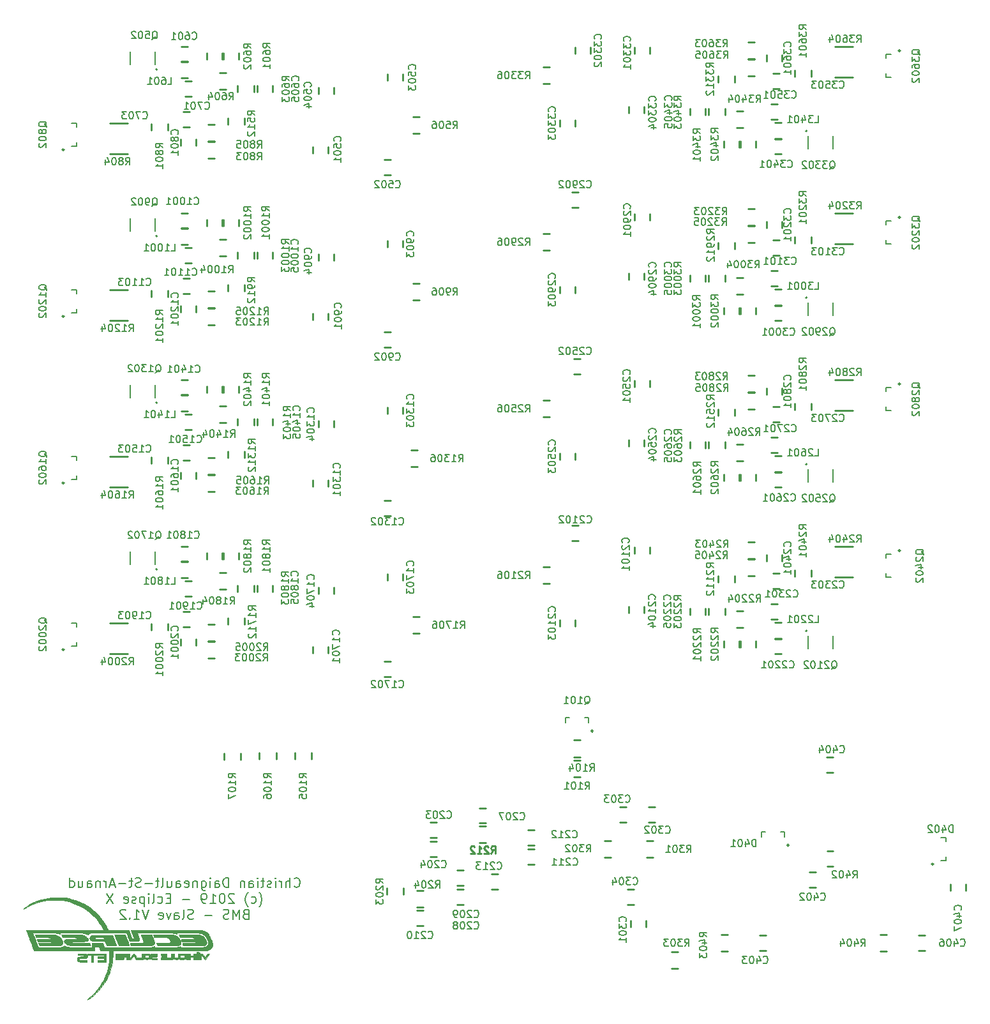
<source format=gbo>
G04 #@! TF.GenerationSoftware,KiCad,Pcbnew,(5.0.2)-1*
G04 #@! TF.CreationDate,2019-01-18T21:24:51-05:00*
G04 #@! TF.ProjectId,Slave,536c6176-652e-46b6-9963-61645f706362,rev?*
G04 #@! TF.SameCoordinates,Original*
G04 #@! TF.FileFunction,Legend,Bot*
G04 #@! TF.FilePolarity,Positive*
%FSLAX46Y46*%
G04 Gerber Fmt 4.6, Leading zero omitted, Abs format (unit mm)*
G04 Created by KiCad (PCBNEW (5.0.2)-1) date 1/18/2019 9:24:51 PM*
%MOMM*%
%LPD*%
G01*
G04 APERTURE LIST*
%ADD10C,0.203200*%
%ADD11C,0.254000*%
%ADD12C,0.250000*%
%ADD13C,0.200000*%
%ADD14C,0.010000*%
%ADD15C,0.241300*%
G04 APERTURE END LIST*
D10*
X128585685Y-159889371D02*
X128646161Y-159949847D01*
X128827590Y-160010323D01*
X128948542Y-160010323D01*
X129129971Y-159949847D01*
X129250923Y-159828895D01*
X129311400Y-159707942D01*
X129371876Y-159466038D01*
X129371876Y-159284609D01*
X129311400Y-159042704D01*
X129250923Y-158921752D01*
X129129971Y-158800800D01*
X128948542Y-158740323D01*
X128827590Y-158740323D01*
X128646161Y-158800800D01*
X128585685Y-158861276D01*
X128041400Y-160010323D02*
X128041400Y-158740323D01*
X127497114Y-160010323D02*
X127497114Y-159345085D01*
X127557590Y-159224133D01*
X127678542Y-159163657D01*
X127859971Y-159163657D01*
X127980923Y-159224133D01*
X128041400Y-159284609D01*
X126892352Y-160010323D02*
X126892352Y-159163657D01*
X126892352Y-159405561D02*
X126831876Y-159284609D01*
X126771400Y-159224133D01*
X126650447Y-159163657D01*
X126529495Y-159163657D01*
X126106161Y-160010323D02*
X126106161Y-159163657D01*
X126106161Y-158740323D02*
X126166638Y-158800800D01*
X126106161Y-158861276D01*
X126045685Y-158800800D01*
X126106161Y-158740323D01*
X126106161Y-158861276D01*
X125561876Y-159949847D02*
X125440923Y-160010323D01*
X125199019Y-160010323D01*
X125078066Y-159949847D01*
X125017590Y-159828895D01*
X125017590Y-159768419D01*
X125078066Y-159647466D01*
X125199019Y-159586990D01*
X125380447Y-159586990D01*
X125501400Y-159526514D01*
X125561876Y-159405561D01*
X125561876Y-159345085D01*
X125501400Y-159224133D01*
X125380447Y-159163657D01*
X125199019Y-159163657D01*
X125078066Y-159224133D01*
X124654733Y-159163657D02*
X124170923Y-159163657D01*
X124473304Y-158740323D02*
X124473304Y-159828895D01*
X124412828Y-159949847D01*
X124291876Y-160010323D01*
X124170923Y-160010323D01*
X123747590Y-160010323D02*
X123747590Y-159163657D01*
X123747590Y-158740323D02*
X123808066Y-158800800D01*
X123747590Y-158861276D01*
X123687114Y-158800800D01*
X123747590Y-158740323D01*
X123747590Y-158861276D01*
X122598542Y-160010323D02*
X122598542Y-159345085D01*
X122659019Y-159224133D01*
X122779971Y-159163657D01*
X123021876Y-159163657D01*
X123142828Y-159224133D01*
X122598542Y-159949847D02*
X122719495Y-160010323D01*
X123021876Y-160010323D01*
X123142828Y-159949847D01*
X123203304Y-159828895D01*
X123203304Y-159707942D01*
X123142828Y-159586990D01*
X123021876Y-159526514D01*
X122719495Y-159526514D01*
X122598542Y-159466038D01*
X121993780Y-159163657D02*
X121993780Y-160010323D01*
X121993780Y-159284609D02*
X121933304Y-159224133D01*
X121812352Y-159163657D01*
X121630923Y-159163657D01*
X121509971Y-159224133D01*
X121449495Y-159345085D01*
X121449495Y-160010323D01*
X119877114Y-160010323D02*
X119877114Y-158740323D01*
X119574733Y-158740323D01*
X119393304Y-158800800D01*
X119272352Y-158921752D01*
X119211876Y-159042704D01*
X119151400Y-159284609D01*
X119151400Y-159466038D01*
X119211876Y-159707942D01*
X119272352Y-159828895D01*
X119393304Y-159949847D01*
X119574733Y-160010323D01*
X119877114Y-160010323D01*
X118062828Y-160010323D02*
X118062828Y-159345085D01*
X118123304Y-159224133D01*
X118244257Y-159163657D01*
X118486161Y-159163657D01*
X118607114Y-159224133D01*
X118062828Y-159949847D02*
X118183780Y-160010323D01*
X118486161Y-160010323D01*
X118607114Y-159949847D01*
X118667590Y-159828895D01*
X118667590Y-159707942D01*
X118607114Y-159586990D01*
X118486161Y-159526514D01*
X118183780Y-159526514D01*
X118062828Y-159466038D01*
X117458066Y-160010323D02*
X117458066Y-159163657D01*
X117458066Y-158740323D02*
X117518542Y-158800800D01*
X117458066Y-158861276D01*
X117397590Y-158800800D01*
X117458066Y-158740323D01*
X117458066Y-158861276D01*
X116309019Y-159163657D02*
X116309019Y-160191752D01*
X116369495Y-160312704D01*
X116429971Y-160373180D01*
X116550923Y-160433657D01*
X116732352Y-160433657D01*
X116853304Y-160373180D01*
X116309019Y-159949847D02*
X116429971Y-160010323D01*
X116671876Y-160010323D01*
X116792828Y-159949847D01*
X116853304Y-159889371D01*
X116913780Y-159768419D01*
X116913780Y-159405561D01*
X116853304Y-159284609D01*
X116792828Y-159224133D01*
X116671876Y-159163657D01*
X116429971Y-159163657D01*
X116309019Y-159224133D01*
X115704257Y-159163657D02*
X115704257Y-160010323D01*
X115704257Y-159284609D02*
X115643780Y-159224133D01*
X115522828Y-159163657D01*
X115341400Y-159163657D01*
X115220447Y-159224133D01*
X115159971Y-159345085D01*
X115159971Y-160010323D01*
X114071400Y-159949847D02*
X114192352Y-160010323D01*
X114434257Y-160010323D01*
X114555209Y-159949847D01*
X114615685Y-159828895D01*
X114615685Y-159345085D01*
X114555209Y-159224133D01*
X114434257Y-159163657D01*
X114192352Y-159163657D01*
X114071400Y-159224133D01*
X114010923Y-159345085D01*
X114010923Y-159466038D01*
X114615685Y-159586990D01*
X112922352Y-160010323D02*
X112922352Y-159345085D01*
X112982828Y-159224133D01*
X113103780Y-159163657D01*
X113345685Y-159163657D01*
X113466638Y-159224133D01*
X112922352Y-159949847D02*
X113043304Y-160010323D01*
X113345685Y-160010323D01*
X113466638Y-159949847D01*
X113527114Y-159828895D01*
X113527114Y-159707942D01*
X113466638Y-159586990D01*
X113345685Y-159526514D01*
X113043304Y-159526514D01*
X112922352Y-159466038D01*
X111773304Y-159163657D02*
X111773304Y-160010323D01*
X112317590Y-159163657D02*
X112317590Y-159828895D01*
X112257114Y-159949847D01*
X112136161Y-160010323D01*
X111954733Y-160010323D01*
X111833780Y-159949847D01*
X111773304Y-159889371D01*
X110987114Y-160010323D02*
X111108066Y-159949847D01*
X111168542Y-159828895D01*
X111168542Y-158740323D01*
X110684733Y-159163657D02*
X110200923Y-159163657D01*
X110503304Y-158740323D02*
X110503304Y-159828895D01*
X110442828Y-159949847D01*
X110321876Y-160010323D01*
X110200923Y-160010323D01*
X109777590Y-159526514D02*
X108809971Y-159526514D01*
X108265685Y-159949847D02*
X108084257Y-160010323D01*
X107781876Y-160010323D01*
X107660923Y-159949847D01*
X107600447Y-159889371D01*
X107539971Y-159768419D01*
X107539971Y-159647466D01*
X107600447Y-159526514D01*
X107660923Y-159466038D01*
X107781876Y-159405561D01*
X108023780Y-159345085D01*
X108144733Y-159284609D01*
X108205209Y-159224133D01*
X108265685Y-159103180D01*
X108265685Y-158982228D01*
X108205209Y-158861276D01*
X108144733Y-158800800D01*
X108023780Y-158740323D01*
X107721400Y-158740323D01*
X107539971Y-158800800D01*
X107177114Y-159163657D02*
X106693304Y-159163657D01*
X106995685Y-158740323D02*
X106995685Y-159828895D01*
X106935209Y-159949847D01*
X106814257Y-160010323D01*
X106693304Y-160010323D01*
X106269971Y-159526514D02*
X105302352Y-159526514D01*
X104758066Y-159647466D02*
X104153304Y-159647466D01*
X104879019Y-160010323D02*
X104455685Y-158740323D01*
X104032352Y-160010323D01*
X103609019Y-160010323D02*
X103609019Y-159163657D01*
X103609019Y-159405561D02*
X103548542Y-159284609D01*
X103488066Y-159224133D01*
X103367114Y-159163657D01*
X103246161Y-159163657D01*
X102822828Y-159163657D02*
X102822828Y-160010323D01*
X102822828Y-159284609D02*
X102762352Y-159224133D01*
X102641400Y-159163657D01*
X102459971Y-159163657D01*
X102339019Y-159224133D01*
X102278542Y-159345085D01*
X102278542Y-160010323D01*
X101129495Y-160010323D02*
X101129495Y-159345085D01*
X101189971Y-159224133D01*
X101310923Y-159163657D01*
X101552828Y-159163657D01*
X101673780Y-159224133D01*
X101129495Y-159949847D02*
X101250447Y-160010323D01*
X101552828Y-160010323D01*
X101673780Y-159949847D01*
X101734257Y-159828895D01*
X101734257Y-159707942D01*
X101673780Y-159586990D01*
X101552828Y-159526514D01*
X101250447Y-159526514D01*
X101129495Y-159466038D01*
X99980447Y-159163657D02*
X99980447Y-160010323D01*
X100524733Y-159163657D02*
X100524733Y-159828895D01*
X100464257Y-159949847D01*
X100343304Y-160010323D01*
X100161876Y-160010323D01*
X100040923Y-159949847D01*
X99980447Y-159889371D01*
X98831400Y-160010323D02*
X98831400Y-158740323D01*
X98831400Y-159949847D02*
X98952352Y-160010323D01*
X99194257Y-160010323D01*
X99315209Y-159949847D01*
X99375685Y-159889371D01*
X99436161Y-159768419D01*
X99436161Y-159405561D01*
X99375685Y-159284609D01*
X99315209Y-159224133D01*
X99194257Y-159163657D01*
X98952352Y-159163657D01*
X98831400Y-159224133D01*
X123929019Y-162602333D02*
X123989495Y-162541857D01*
X124110447Y-162360428D01*
X124170923Y-162239476D01*
X124231400Y-162058047D01*
X124291876Y-161755666D01*
X124291876Y-161513761D01*
X124231400Y-161211380D01*
X124170923Y-161029952D01*
X124110447Y-160909000D01*
X123989495Y-160727571D01*
X123929019Y-160667095D01*
X122900923Y-162058047D02*
X123021876Y-162118523D01*
X123263780Y-162118523D01*
X123384733Y-162058047D01*
X123445209Y-161997571D01*
X123505685Y-161876619D01*
X123505685Y-161513761D01*
X123445209Y-161392809D01*
X123384733Y-161332333D01*
X123263780Y-161271857D01*
X123021876Y-161271857D01*
X122900923Y-161332333D01*
X122477590Y-162602333D02*
X122417114Y-162541857D01*
X122296161Y-162360428D01*
X122235685Y-162239476D01*
X122175209Y-162058047D01*
X122114733Y-161755666D01*
X122114733Y-161513761D01*
X122175209Y-161211380D01*
X122235685Y-161029952D01*
X122296161Y-160909000D01*
X122417114Y-160727571D01*
X122477590Y-160667095D01*
X120602828Y-160969476D02*
X120542352Y-160909000D01*
X120421400Y-160848523D01*
X120119019Y-160848523D01*
X119998066Y-160909000D01*
X119937590Y-160969476D01*
X119877114Y-161090428D01*
X119877114Y-161211380D01*
X119937590Y-161392809D01*
X120663304Y-162118523D01*
X119877114Y-162118523D01*
X119090923Y-160848523D02*
X118969971Y-160848523D01*
X118849019Y-160909000D01*
X118788542Y-160969476D01*
X118728066Y-161090428D01*
X118667590Y-161332333D01*
X118667590Y-161634714D01*
X118728066Y-161876619D01*
X118788542Y-161997571D01*
X118849019Y-162058047D01*
X118969971Y-162118523D01*
X119090923Y-162118523D01*
X119211876Y-162058047D01*
X119272352Y-161997571D01*
X119332828Y-161876619D01*
X119393304Y-161634714D01*
X119393304Y-161332333D01*
X119332828Y-161090428D01*
X119272352Y-160969476D01*
X119211876Y-160909000D01*
X119090923Y-160848523D01*
X117458066Y-162118523D02*
X118183780Y-162118523D01*
X117820923Y-162118523D02*
X117820923Y-160848523D01*
X117941876Y-161029952D01*
X118062828Y-161150904D01*
X118183780Y-161211380D01*
X116853304Y-162118523D02*
X116611400Y-162118523D01*
X116490447Y-162058047D01*
X116429971Y-161997571D01*
X116309019Y-161816142D01*
X116248542Y-161574238D01*
X116248542Y-161090428D01*
X116309019Y-160969476D01*
X116369495Y-160909000D01*
X116490447Y-160848523D01*
X116732352Y-160848523D01*
X116853304Y-160909000D01*
X116913780Y-160969476D01*
X116974257Y-161090428D01*
X116974257Y-161392809D01*
X116913780Y-161513761D01*
X116853304Y-161574238D01*
X116732352Y-161634714D01*
X116490447Y-161634714D01*
X116369495Y-161574238D01*
X116309019Y-161513761D01*
X116248542Y-161392809D01*
X114736638Y-161634714D02*
X113769019Y-161634714D01*
X112196638Y-161453285D02*
X111773304Y-161453285D01*
X111591876Y-162118523D02*
X112196638Y-162118523D01*
X112196638Y-160848523D01*
X111591876Y-160848523D01*
X110503304Y-162058047D02*
X110624257Y-162118523D01*
X110866161Y-162118523D01*
X110987114Y-162058047D01*
X111047590Y-161997571D01*
X111108066Y-161876619D01*
X111108066Y-161513761D01*
X111047590Y-161392809D01*
X110987114Y-161332333D01*
X110866161Y-161271857D01*
X110624257Y-161271857D01*
X110503304Y-161332333D01*
X109777590Y-162118523D02*
X109898542Y-162058047D01*
X109959019Y-161937095D01*
X109959019Y-160848523D01*
X109293780Y-162118523D02*
X109293780Y-161271857D01*
X109293780Y-160848523D02*
X109354257Y-160909000D01*
X109293780Y-160969476D01*
X109233304Y-160909000D01*
X109293780Y-160848523D01*
X109293780Y-160969476D01*
X108689019Y-161271857D02*
X108689019Y-162541857D01*
X108689019Y-161332333D02*
X108568066Y-161271857D01*
X108326161Y-161271857D01*
X108205209Y-161332333D01*
X108144733Y-161392809D01*
X108084257Y-161513761D01*
X108084257Y-161876619D01*
X108144733Y-161997571D01*
X108205209Y-162058047D01*
X108326161Y-162118523D01*
X108568066Y-162118523D01*
X108689019Y-162058047D01*
X107600447Y-162058047D02*
X107479495Y-162118523D01*
X107237590Y-162118523D01*
X107116638Y-162058047D01*
X107056161Y-161937095D01*
X107056161Y-161876619D01*
X107116638Y-161755666D01*
X107237590Y-161695190D01*
X107419019Y-161695190D01*
X107539971Y-161634714D01*
X107600447Y-161513761D01*
X107600447Y-161453285D01*
X107539971Y-161332333D01*
X107419019Y-161271857D01*
X107237590Y-161271857D01*
X107116638Y-161332333D01*
X106028066Y-162058047D02*
X106149019Y-162118523D01*
X106390923Y-162118523D01*
X106511876Y-162058047D01*
X106572352Y-161937095D01*
X106572352Y-161453285D01*
X106511876Y-161332333D01*
X106390923Y-161271857D01*
X106149019Y-161271857D01*
X106028066Y-161332333D01*
X105967590Y-161453285D01*
X105967590Y-161574238D01*
X106572352Y-161695190D01*
X104576638Y-160848523D02*
X103729971Y-162118523D01*
X103729971Y-160848523D02*
X104576638Y-162118523D01*
X122144971Y-163561485D02*
X121963542Y-163621961D01*
X121903066Y-163682438D01*
X121842590Y-163803390D01*
X121842590Y-163984819D01*
X121903066Y-164105771D01*
X121963542Y-164166247D01*
X122084495Y-164226723D01*
X122568304Y-164226723D01*
X122568304Y-162956723D01*
X122144971Y-162956723D01*
X122024019Y-163017200D01*
X121963542Y-163077676D01*
X121903066Y-163198628D01*
X121903066Y-163319580D01*
X121963542Y-163440533D01*
X122024019Y-163501009D01*
X122144971Y-163561485D01*
X122568304Y-163561485D01*
X121298304Y-164226723D02*
X121298304Y-162956723D01*
X120874971Y-163863866D01*
X120451638Y-162956723D01*
X120451638Y-164226723D01*
X119907352Y-164166247D02*
X119725923Y-164226723D01*
X119423542Y-164226723D01*
X119302590Y-164166247D01*
X119242114Y-164105771D01*
X119181638Y-163984819D01*
X119181638Y-163863866D01*
X119242114Y-163742914D01*
X119302590Y-163682438D01*
X119423542Y-163621961D01*
X119665447Y-163561485D01*
X119786400Y-163501009D01*
X119846876Y-163440533D01*
X119907352Y-163319580D01*
X119907352Y-163198628D01*
X119846876Y-163077676D01*
X119786400Y-163017200D01*
X119665447Y-162956723D01*
X119363066Y-162956723D01*
X119181638Y-163017200D01*
X117669733Y-163742914D02*
X116702114Y-163742914D01*
X115190209Y-164166247D02*
X115008780Y-164226723D01*
X114706400Y-164226723D01*
X114585447Y-164166247D01*
X114524971Y-164105771D01*
X114464495Y-163984819D01*
X114464495Y-163863866D01*
X114524971Y-163742914D01*
X114585447Y-163682438D01*
X114706400Y-163621961D01*
X114948304Y-163561485D01*
X115069257Y-163501009D01*
X115129733Y-163440533D01*
X115190209Y-163319580D01*
X115190209Y-163198628D01*
X115129733Y-163077676D01*
X115069257Y-163017200D01*
X114948304Y-162956723D01*
X114645923Y-162956723D01*
X114464495Y-163017200D01*
X113738780Y-164226723D02*
X113859733Y-164166247D01*
X113920209Y-164045295D01*
X113920209Y-162956723D01*
X112710685Y-164226723D02*
X112710685Y-163561485D01*
X112771161Y-163440533D01*
X112892114Y-163380057D01*
X113134019Y-163380057D01*
X113254971Y-163440533D01*
X112710685Y-164166247D02*
X112831638Y-164226723D01*
X113134019Y-164226723D01*
X113254971Y-164166247D01*
X113315447Y-164045295D01*
X113315447Y-163924342D01*
X113254971Y-163803390D01*
X113134019Y-163742914D01*
X112831638Y-163742914D01*
X112710685Y-163682438D01*
X112226876Y-163380057D02*
X111924495Y-164226723D01*
X111622114Y-163380057D01*
X110654495Y-164166247D02*
X110775447Y-164226723D01*
X111017352Y-164226723D01*
X111138304Y-164166247D01*
X111198780Y-164045295D01*
X111198780Y-163561485D01*
X111138304Y-163440533D01*
X111017352Y-163380057D01*
X110775447Y-163380057D01*
X110654495Y-163440533D01*
X110594019Y-163561485D01*
X110594019Y-163682438D01*
X111198780Y-163803390D01*
X109263542Y-162956723D02*
X108840209Y-164226723D01*
X108416876Y-162956723D01*
X107328304Y-164226723D02*
X108054019Y-164226723D01*
X107691161Y-164226723D02*
X107691161Y-162956723D01*
X107812114Y-163138152D01*
X107933066Y-163259104D01*
X108054019Y-163319580D01*
X106784019Y-164105771D02*
X106723542Y-164166247D01*
X106784019Y-164226723D01*
X106844495Y-164166247D01*
X106784019Y-164105771D01*
X106784019Y-164226723D01*
X106239733Y-163077676D02*
X106179257Y-163017200D01*
X106058304Y-162956723D01*
X105755923Y-162956723D01*
X105634971Y-163017200D01*
X105574495Y-163077676D01*
X105514019Y-163198628D01*
X105514019Y-163319580D01*
X105574495Y-163501009D01*
X106300209Y-164226723D01*
X105514019Y-164226723D01*
D11*
G04 #@! TO.C,C3303*
X165846000Y-59090000D02*
X165846000Y-58240000D01*
X163846000Y-59090000D02*
X163846000Y-58240000D01*
G04 #@! TO.C,R3306*
X162486000Y-51197000D02*
X161636000Y-51197000D01*
X162486000Y-53451000D02*
X161636000Y-53451000D01*
G04 #@! TO.C,C3302*
X165878000Y-48588000D02*
X165878000Y-49438000D01*
X167878000Y-48588000D02*
X167878000Y-49438000D01*
G04 #@! TO.C,C2903*
X165846000Y-81188000D02*
X165846000Y-80338000D01*
X163846000Y-81188000D02*
X163846000Y-80338000D01*
G04 #@! TO.C,C2902*
X165428000Y-69834000D02*
X166278000Y-69834000D01*
X165428000Y-67834000D02*
X166278000Y-67834000D01*
G04 #@! TO.C,R2906*
X162486000Y-73295000D02*
X161636000Y-73295000D01*
X162486000Y-75549000D02*
X161636000Y-75549000D01*
G04 #@! TO.C,C2502*
X165700000Y-91932000D02*
X166550000Y-91932000D01*
X165700000Y-89932000D02*
X166550000Y-89932000D01*
G04 #@! TO.C,C2503*
X165846000Y-103286000D02*
X165846000Y-102436000D01*
X163846000Y-103286000D02*
X163846000Y-102436000D01*
G04 #@! TO.C,R2506*
X162486000Y-95393000D02*
X161636000Y-95393000D01*
X162486000Y-97647000D02*
X161636000Y-97647000D01*
G04 #@! TO.C,C2103*
X165846000Y-125384000D02*
X165846000Y-124534000D01*
X163846000Y-125384000D02*
X163846000Y-124534000D01*
G04 #@! TO.C,C2102*
X165446000Y-114030000D02*
X166296000Y-114030000D01*
X165446000Y-112030000D02*
X166296000Y-112030000D01*
G04 #@! TO.C,R2106*
X162486000Y-117491000D02*
X161636000Y-117491000D01*
X162486000Y-119745000D02*
X161636000Y-119745000D01*
G04 #@! TO.C,C1703*
X140986000Y-118456000D02*
X140986000Y-119306000D01*
X142986000Y-118456000D02*
X142986000Y-119306000D01*
G04 #@! TO.C,C1702*
X141386000Y-130064000D02*
X140536000Y-130064000D01*
X141386000Y-132064000D02*
X140536000Y-132064000D01*
G04 #@! TO.C,R1706*
X144346000Y-126349000D02*
X145196000Y-126349000D01*
X144346000Y-124095000D02*
X145196000Y-124095000D01*
G04 #@! TO.C,C1302*
X141404000Y-108728000D02*
X140554000Y-108728000D01*
X141404000Y-110728000D02*
X140554000Y-110728000D01*
G04 #@! TO.C,C1303*
X140986000Y-96358000D02*
X140986000Y-97208000D01*
X142986000Y-96358000D02*
X142986000Y-97208000D01*
G04 #@! TO.C,R1306*
X144110000Y-104251000D02*
X144960000Y-104251000D01*
X144110000Y-101997000D02*
X144960000Y-101997000D01*
G04 #@! TO.C,C903*
X140986000Y-74260000D02*
X140986000Y-75110000D01*
X142986000Y-74260000D02*
X142986000Y-75110000D01*
G04 #@! TO.C,C902*
X141404000Y-86376000D02*
X140554000Y-86376000D01*
X141404000Y-88376000D02*
X140554000Y-88376000D01*
G04 #@! TO.C,R906*
X144346000Y-82153000D02*
X145196000Y-82153000D01*
X144346000Y-79899000D02*
X145196000Y-79899000D01*
D12*
G04 #@! TO.C,Q3602*
X208983803Y-49054000D02*
G75*
G03X208983803Y-49054000I-111803J0D01*
G01*
D10*
X207122000Y-52554000D02*
X207772000Y-52554000D01*
X207122000Y-49554000D02*
X207772000Y-49554000D01*
X207122000Y-50038000D02*
X207122000Y-49554000D01*
X207122000Y-52070000D02*
X207122000Y-52554000D01*
D11*
G04 #@! TO.C,R3604*
X202716000Y-48546000D02*
X200316000Y-48546000D01*
X202716000Y-52546000D02*
X200316000Y-52546000D01*
G04 #@! TO.C,R3601*
X197215000Y-52504000D02*
X197215000Y-51654000D01*
X194961000Y-52504000D02*
X194961000Y-51654000D01*
G04 #@! TO.C,C3503*
X192098000Y-54086000D02*
X192948000Y-54086000D01*
X192098000Y-52086000D02*
X192948000Y-52086000D01*
G04 #@! TO.C,C3601*
X191278000Y-49604000D02*
X191278000Y-50454000D01*
X193278000Y-49604000D02*
X193278000Y-50454000D01*
G04 #@! TO.C,R3312*
X184801000Y-52398000D02*
X184801000Y-53248000D01*
X187055000Y-52398000D02*
X187055000Y-53248000D01*
G04 #@! TO.C,R3403*
X185785000Y-57584000D02*
X185785000Y-56734000D01*
X183531000Y-57584000D02*
X183531000Y-56734000D01*
G04 #@! TO.C,C3405*
X183118000Y-57584000D02*
X183118000Y-56734000D01*
X181118000Y-57584000D02*
X181118000Y-56734000D01*
G04 #@! TO.C,C3301*
X175752000Y-49456000D02*
X175752000Y-48606000D01*
X173752000Y-49456000D02*
X173752000Y-48606000D01*
G04 #@! TO.C,R3401*
X187817000Y-61902000D02*
X187817000Y-61052000D01*
X185563000Y-61902000D02*
X185563000Y-61052000D01*
G04 #@! TO.C,R3404*
X188122000Y-57039000D02*
X187272000Y-57039000D01*
X188122000Y-59293000D02*
X187272000Y-59293000D01*
G04 #@! TO.C,R3402*
X187595000Y-61052000D02*
X187595000Y-61902000D01*
X189849000Y-61052000D02*
X189849000Y-61902000D01*
G04 #@! TO.C,C3304*
X174990000Y-57330000D02*
X174990000Y-56480000D01*
X172990000Y-57330000D02*
X172990000Y-56480000D01*
D13*
G04 #@! TO.C,Q3302*
X196604703Y-59714987D02*
G75*
G03X196604703Y-59714987I-104062J0D01*
G01*
D10*
X200032641Y-62096987D02*
X200032641Y-60346987D01*
X196728641Y-62096987D02*
X196728641Y-60346987D01*
D11*
G04 #@! TO.C,C3401*
X192352000Y-62722000D02*
X193202000Y-62722000D01*
X192352000Y-60722000D02*
X193202000Y-60722000D01*
G04 #@! TO.C,L3401*
X193202000Y-58563000D02*
X192352000Y-58563000D01*
X193202000Y-60817000D02*
X192352000Y-60817000D01*
G04 #@! TO.C,C3501*
X191844000Y-58150000D02*
X192694000Y-58150000D01*
X191844000Y-56150000D02*
X192694000Y-56150000D01*
G04 #@! TO.C,R3603*
X188814000Y-50149000D02*
X189664000Y-50149000D01*
X188814000Y-47895000D02*
X189664000Y-47895000D01*
G04 #@! TO.C,R3605*
X189664000Y-50181000D02*
X188814000Y-50181000D01*
X189664000Y-52435000D02*
X188814000Y-52435000D01*
G04 #@! TO.C,R3205*
X189664000Y-72279000D02*
X188814000Y-72279000D01*
X189664000Y-74533000D02*
X188814000Y-74533000D01*
G04 #@! TO.C,R3002*
X187595000Y-83150000D02*
X187595000Y-84000000D01*
X189849000Y-83150000D02*
X189849000Y-84000000D01*
G04 #@! TO.C,R3004*
X188122000Y-79137000D02*
X187272000Y-79137000D01*
X188122000Y-81391000D02*
X187272000Y-81391000D01*
G04 #@! TO.C,R3203*
X188814000Y-72247000D02*
X189664000Y-72247000D01*
X188814000Y-69993000D02*
X189664000Y-69993000D01*
G04 #@! TO.C,R3001*
X187817000Y-84000000D02*
X187817000Y-83150000D01*
X185563000Y-84000000D02*
X185563000Y-83150000D01*
G04 #@! TO.C,C3201*
X191278000Y-71702000D02*
X191278000Y-72552000D01*
X193278000Y-71702000D02*
X193278000Y-72552000D01*
G04 #@! TO.C,R3201*
X197215000Y-74602000D02*
X197215000Y-73752000D01*
X194961000Y-74602000D02*
X194961000Y-73752000D01*
G04 #@! TO.C,R3204*
X202716000Y-70644000D02*
X200316000Y-70644000D01*
X202716000Y-74644000D02*
X200316000Y-74644000D01*
G04 #@! TO.C,C3103*
X192098000Y-76184000D02*
X192948000Y-76184000D01*
X192098000Y-74184000D02*
X192948000Y-74184000D01*
D12*
G04 #@! TO.C,Q3202*
X208983803Y-71152000D02*
G75*
G03X208983803Y-71152000I-111803J0D01*
G01*
D10*
X207122000Y-74652000D02*
X207772000Y-74652000D01*
X207122000Y-71652000D02*
X207772000Y-71652000D01*
X207122000Y-72136000D02*
X207122000Y-71652000D01*
X207122000Y-74168000D02*
X207122000Y-74652000D01*
D11*
G04 #@! TO.C,L3001*
X193202000Y-80661000D02*
X192352000Y-80661000D01*
X193202000Y-82915000D02*
X192352000Y-82915000D01*
G04 #@! TO.C,C3101*
X191844000Y-80248000D02*
X192694000Y-80248000D01*
X191844000Y-78248000D02*
X192694000Y-78248000D01*
G04 #@! TO.C,C3001*
X192352000Y-84820000D02*
X193202000Y-84820000D01*
X192352000Y-82820000D02*
X193202000Y-82820000D01*
D13*
G04 #@! TO.C,Q2902*
X196604703Y-81812987D02*
G75*
G03X196604703Y-81812987I-104062J0D01*
G01*
D10*
X200032641Y-84194987D02*
X200032641Y-82444987D01*
X196728641Y-84194987D02*
X196728641Y-82444987D01*
D11*
G04 #@! TO.C,C2901*
X175752000Y-71554000D02*
X175752000Y-70704000D01*
X173752000Y-71554000D02*
X173752000Y-70704000D01*
G04 #@! TO.C,C3005*
X183118000Y-79682000D02*
X183118000Y-78832000D01*
X181118000Y-79682000D02*
X181118000Y-78832000D01*
G04 #@! TO.C,R3003*
X185785000Y-79682000D02*
X185785000Y-78832000D01*
X183531000Y-79682000D02*
X183531000Y-78832000D01*
G04 #@! TO.C,C2904*
X174990000Y-79428000D02*
X174990000Y-78578000D01*
X172990000Y-79428000D02*
X172990000Y-78578000D01*
G04 #@! TO.C,R2912*
X184801000Y-74496000D02*
X184801000Y-75346000D01*
X187055000Y-74496000D02*
X187055000Y-75346000D01*
G04 #@! TO.C,R2602*
X187595000Y-105248000D02*
X187595000Y-106098000D01*
X189849000Y-105248000D02*
X189849000Y-106098000D01*
D13*
G04 #@! TO.C,Q2502*
X196604703Y-103910987D02*
G75*
G03X196604703Y-103910987I-104062J0D01*
G01*
D10*
X200032641Y-106292987D02*
X200032641Y-104542987D01*
X196728641Y-106292987D02*
X196728641Y-104542987D01*
D11*
G04 #@! TO.C,C2701*
X191844000Y-102346000D02*
X192694000Y-102346000D01*
X191844000Y-100346000D02*
X192694000Y-100346000D01*
G04 #@! TO.C,R2601*
X187817000Y-106098000D02*
X187817000Y-105248000D01*
X185563000Y-106098000D02*
X185563000Y-105248000D01*
G04 #@! TO.C,R2604*
X188122000Y-101235000D02*
X187272000Y-101235000D01*
X188122000Y-103489000D02*
X187272000Y-103489000D01*
G04 #@! TO.C,L2601*
X193202000Y-102759000D02*
X192352000Y-102759000D01*
X193202000Y-105013000D02*
X192352000Y-105013000D01*
G04 #@! TO.C,C2601*
X192352000Y-106918000D02*
X193202000Y-106918000D01*
X192352000Y-104918000D02*
X193202000Y-104918000D01*
D12*
G04 #@! TO.C,Q2802*
X208983803Y-93250000D02*
G75*
G03X208983803Y-93250000I-111803J0D01*
G01*
D10*
X207122000Y-96750000D02*
X207772000Y-96750000D01*
X207122000Y-93750000D02*
X207772000Y-93750000D01*
X207122000Y-94234000D02*
X207122000Y-93750000D01*
X207122000Y-96266000D02*
X207122000Y-96750000D01*
D11*
G04 #@! TO.C,R2801*
X197215000Y-96700000D02*
X197215000Y-95850000D01*
X194961000Y-96700000D02*
X194961000Y-95850000D01*
G04 #@! TO.C,C2703*
X192098000Y-98282000D02*
X192948000Y-98282000D01*
X192098000Y-96282000D02*
X192948000Y-96282000D01*
G04 #@! TO.C,R2804*
X202716000Y-92742000D02*
X200316000Y-92742000D01*
X202716000Y-96742000D02*
X200316000Y-96742000D01*
G04 #@! TO.C,C2801*
X191278000Y-93800000D02*
X191278000Y-94650000D01*
X193278000Y-93800000D02*
X193278000Y-94650000D01*
G04 #@! TO.C,C2605*
X183118000Y-101780000D02*
X183118000Y-100930000D01*
X181118000Y-101780000D02*
X181118000Y-100930000D01*
G04 #@! TO.C,R2603*
X185785000Y-101780000D02*
X185785000Y-100930000D01*
X183531000Y-101780000D02*
X183531000Y-100930000D01*
G04 #@! TO.C,R2512*
X184801000Y-96594000D02*
X184801000Y-97444000D01*
X187055000Y-96594000D02*
X187055000Y-97444000D01*
G04 #@! TO.C,R2803*
X188814000Y-94345000D02*
X189664000Y-94345000D01*
X188814000Y-92091000D02*
X189664000Y-92091000D01*
G04 #@! TO.C,C2504*
X174990000Y-101526000D02*
X174990000Y-100676000D01*
X172990000Y-101526000D02*
X172990000Y-100676000D01*
G04 #@! TO.C,R2805*
X189664000Y-94377000D02*
X188814000Y-94377000D01*
X189664000Y-96631000D02*
X188814000Y-96631000D01*
G04 #@! TO.C,C2501*
X175752000Y-93652000D02*
X175752000Y-92802000D01*
X173752000Y-93652000D02*
X173752000Y-92802000D01*
G04 #@! TO.C,R2202*
X187595000Y-127346000D02*
X187595000Y-128196000D01*
X189849000Y-127346000D02*
X189849000Y-128196000D01*
G04 #@! TO.C,R2201*
X187817000Y-128196000D02*
X187817000Y-127346000D01*
X185563000Y-128196000D02*
X185563000Y-127346000D01*
G04 #@! TO.C,C2201*
X192352000Y-129016000D02*
X193202000Y-129016000D01*
X192352000Y-127016000D02*
X193202000Y-127016000D01*
G04 #@! TO.C,L2201*
X193202000Y-124857000D02*
X192352000Y-124857000D01*
X193202000Y-127111000D02*
X192352000Y-127111000D01*
D12*
G04 #@! TO.C,Q2402*
X208983803Y-115348000D02*
G75*
G03X208983803Y-115348000I-111803J0D01*
G01*
D10*
X207122000Y-118848000D02*
X207772000Y-118848000D01*
X207122000Y-115848000D02*
X207772000Y-115848000D01*
X207122000Y-116332000D02*
X207122000Y-115848000D01*
X207122000Y-118364000D02*
X207122000Y-118848000D01*
D11*
G04 #@! TO.C,R2401*
X197215000Y-118798000D02*
X197215000Y-117948000D01*
X194961000Y-118798000D02*
X194961000Y-117948000D01*
G04 #@! TO.C,C2401*
X191278000Y-115898000D02*
X191278000Y-116748000D01*
X193278000Y-115898000D02*
X193278000Y-116748000D01*
G04 #@! TO.C,C2303*
X192098000Y-120380000D02*
X192948000Y-120380000D01*
X192098000Y-118380000D02*
X192948000Y-118380000D01*
G04 #@! TO.C,R2404*
X202716000Y-114840000D02*
X200316000Y-114840000D01*
X202716000Y-118840000D02*
X200316000Y-118840000D01*
G04 #@! TO.C,R2204*
X188122000Y-123333000D02*
X187272000Y-123333000D01*
X188122000Y-125587000D02*
X187272000Y-125587000D01*
G04 #@! TO.C,R2403*
X188814000Y-116443000D02*
X189664000Y-116443000D01*
X188814000Y-114189000D02*
X189664000Y-114189000D01*
G04 #@! TO.C,R2405*
X189664000Y-116475000D02*
X188814000Y-116475000D01*
X189664000Y-118729000D02*
X188814000Y-118729000D01*
G04 #@! TO.C,C2104*
X174990000Y-123624000D02*
X174990000Y-122774000D01*
X172990000Y-123624000D02*
X172990000Y-122774000D01*
G04 #@! TO.C,R2112*
X184801000Y-118692000D02*
X184801000Y-119542000D01*
X187055000Y-118692000D02*
X187055000Y-119542000D01*
G04 #@! TO.C,C2101*
X175752000Y-115750000D02*
X175752000Y-114900000D01*
X173752000Y-115750000D02*
X173752000Y-114900000D01*
G04 #@! TO.C,C2205*
X183118000Y-123878000D02*
X183118000Y-123028000D01*
X181118000Y-123878000D02*
X181118000Y-123028000D01*
G04 #@! TO.C,R2203*
X185785000Y-123878000D02*
X185785000Y-123028000D01*
X183531000Y-123878000D02*
X183531000Y-123028000D01*
D13*
G04 #@! TO.C,Q2102*
X196604703Y-126008987D02*
G75*
G03X196604703Y-126008987I-104062J0D01*
G01*
D10*
X200032641Y-128390987D02*
X200032641Y-126640987D01*
X196728641Y-128390987D02*
X196728641Y-126640987D01*
D11*
G04 #@! TO.C,C2301*
X191844000Y-124444000D02*
X192694000Y-124444000D01*
X191844000Y-122444000D02*
X192694000Y-122444000D01*
G04 #@! TO.C,R1803*
X121047000Y-119962000D02*
X121047000Y-120812000D01*
X123301000Y-119962000D02*
X123301000Y-120812000D01*
G04 #@! TO.C,C1805*
X123714000Y-119962000D02*
X123714000Y-120812000D01*
X125714000Y-119962000D02*
X125714000Y-120812000D01*
G04 #@! TO.C,C1701*
X131080000Y-128090000D02*
X131080000Y-128940000D01*
X133080000Y-128090000D02*
X133080000Y-128940000D01*
G04 #@! TO.C,R1712*
X122031000Y-125148000D02*
X122031000Y-124298000D01*
X119777000Y-125148000D02*
X119777000Y-124298000D01*
G04 #@! TO.C,C1704*
X131842000Y-120216000D02*
X131842000Y-121066000D01*
X133842000Y-120216000D02*
X133842000Y-121066000D01*
G04 #@! TO.C,R1804*
X118710000Y-120507000D02*
X119560000Y-120507000D01*
X118710000Y-118253000D02*
X119560000Y-118253000D01*
G04 #@! TO.C,R2005*
X117168000Y-127365000D02*
X118018000Y-127365000D01*
X117168000Y-125111000D02*
X118018000Y-125111000D01*
G04 #@! TO.C,R2003*
X118018000Y-127397000D02*
X117168000Y-127397000D01*
X118018000Y-129651000D02*
X117168000Y-129651000D01*
G04 #@! TO.C,R1801*
X119015000Y-115644000D02*
X119015000Y-116494000D01*
X121269000Y-115644000D02*
X121269000Y-116494000D01*
G04 #@! TO.C,R1802*
X119237000Y-116494000D02*
X119237000Y-115644000D01*
X116983000Y-116494000D02*
X116983000Y-115644000D01*
G04 #@! TO.C,L1801*
X113630000Y-118983000D02*
X114480000Y-118983000D01*
X113630000Y-116729000D02*
X114480000Y-116729000D01*
G04 #@! TO.C,C1901*
X114988000Y-119396000D02*
X114138000Y-119396000D01*
X114988000Y-121396000D02*
X114138000Y-121396000D01*
G04 #@! TO.C,C1801*
X114480000Y-114824000D02*
X113630000Y-114824000D01*
X114480000Y-116824000D02*
X113630000Y-116824000D01*
D13*
G04 #@! TO.C,Q1702*
X110435421Y-117831013D02*
G75*
G03X110435421Y-117831013I-104062J0D01*
G01*
D10*
X106799359Y-115449013D02*
X106799359Y-117199013D01*
X110103359Y-115449013D02*
X110103359Y-117199013D01*
D11*
G04 #@! TO.C,R2004*
X104116000Y-129000000D02*
X106516000Y-129000000D01*
X104116000Y-125000000D02*
X106516000Y-125000000D01*
G04 #@! TO.C,C1903*
X114734000Y-123460000D02*
X113884000Y-123460000D01*
X114734000Y-125460000D02*
X113884000Y-125460000D01*
G04 #@! TO.C,R2001*
X109617000Y-125042000D02*
X109617000Y-125892000D01*
X111871000Y-125042000D02*
X111871000Y-125892000D01*
G04 #@! TO.C,C2001*
X115554000Y-127942000D02*
X115554000Y-127092000D01*
X113554000Y-127942000D02*
X113554000Y-127092000D01*
D12*
G04 #@! TO.C,Q2002*
X98071803Y-128492000D02*
G75*
G03X98071803Y-128492000I-111803J0D01*
G01*
D10*
X99710000Y-124992000D02*
X99060000Y-124992000D01*
X99710000Y-127992000D02*
X99060000Y-127992000D01*
X99710000Y-127508000D02*
X99710000Y-127992000D01*
X99710000Y-125476000D02*
X99710000Y-124992000D01*
D11*
G04 #@! TO.C,C1601*
X115554000Y-105844000D02*
X115554000Y-104994000D01*
X113554000Y-105844000D02*
X113554000Y-104994000D01*
G04 #@! TO.C,R1601*
X109617000Y-102944000D02*
X109617000Y-103794000D01*
X111871000Y-102944000D02*
X111871000Y-103794000D01*
D12*
G04 #@! TO.C,Q1602*
X98071803Y-106394000D02*
G75*
G03X98071803Y-106394000I-111803J0D01*
G01*
D10*
X99710000Y-102894000D02*
X99060000Y-102894000D01*
X99710000Y-105894000D02*
X99060000Y-105894000D01*
X99710000Y-105410000D02*
X99710000Y-105894000D01*
X99710000Y-103378000D02*
X99710000Y-102894000D01*
D11*
G04 #@! TO.C,R1604*
X104116000Y-106902000D02*
X106516000Y-106902000D01*
X104116000Y-102902000D02*
X106516000Y-102902000D01*
D13*
G04 #@! TO.C,Q1302*
X110435421Y-95733013D02*
G75*
G03X110435421Y-95733013I-104062J0D01*
G01*
D10*
X106799359Y-93351013D02*
X106799359Y-95101013D01*
X110103359Y-93351013D02*
X110103359Y-95101013D01*
D11*
G04 #@! TO.C,C1503*
X114734000Y-101362000D02*
X113884000Y-101362000D01*
X114734000Y-103362000D02*
X113884000Y-103362000D01*
G04 #@! TO.C,L1401*
X113630000Y-96885000D02*
X114480000Y-96885000D01*
X113630000Y-94631000D02*
X114480000Y-94631000D01*
G04 #@! TO.C,C1401*
X114480000Y-92726000D02*
X113630000Y-92726000D01*
X114480000Y-94726000D02*
X113630000Y-94726000D01*
G04 #@! TO.C,C1501*
X114988000Y-97298000D02*
X114138000Y-97298000D01*
X114988000Y-99298000D02*
X114138000Y-99298000D01*
G04 #@! TO.C,R1605*
X117168000Y-105267000D02*
X118018000Y-105267000D01*
X117168000Y-103013000D02*
X118018000Y-103013000D01*
G04 #@! TO.C,R1401*
X119015000Y-93546000D02*
X119015000Y-94396000D01*
X121269000Y-93546000D02*
X121269000Y-94396000D01*
G04 #@! TO.C,R1402*
X119237000Y-94396000D02*
X119237000Y-93546000D01*
X116983000Y-94396000D02*
X116983000Y-93546000D01*
G04 #@! TO.C,R1404*
X118710000Y-98409000D02*
X119560000Y-98409000D01*
X118710000Y-96155000D02*
X119560000Y-96155000D01*
G04 #@! TO.C,R1312*
X122031000Y-103050000D02*
X122031000Y-102200000D01*
X119777000Y-103050000D02*
X119777000Y-102200000D01*
G04 #@! TO.C,R1603*
X118018000Y-105299000D02*
X117168000Y-105299000D01*
X118018000Y-107553000D02*
X117168000Y-107553000D01*
G04 #@! TO.C,C1301*
X131080000Y-105992000D02*
X131080000Y-106842000D01*
X133080000Y-105992000D02*
X133080000Y-106842000D01*
G04 #@! TO.C,C1304*
X131842000Y-98118000D02*
X131842000Y-98968000D01*
X133842000Y-98118000D02*
X133842000Y-98968000D01*
G04 #@! TO.C,C1405*
X123714000Y-97864000D02*
X123714000Y-98714000D01*
X125714000Y-97864000D02*
X125714000Y-98714000D01*
G04 #@! TO.C,R1403*
X121047000Y-97864000D02*
X121047000Y-98714000D01*
X123301000Y-97864000D02*
X123301000Y-98714000D01*
G04 #@! TO.C,R1003*
X121047000Y-75766000D02*
X121047000Y-76616000D01*
X123301000Y-75766000D02*
X123301000Y-76616000D01*
G04 #@! TO.C,C1005*
X123714000Y-75766000D02*
X123714000Y-76616000D01*
X125714000Y-75766000D02*
X125714000Y-76616000D01*
G04 #@! TO.C,C904*
X131842000Y-76020000D02*
X131842000Y-76870000D01*
X133842000Y-76020000D02*
X133842000Y-76870000D01*
G04 #@! TO.C,C901*
X131080000Y-83894000D02*
X131080000Y-84744000D01*
X133080000Y-83894000D02*
X133080000Y-84744000D01*
G04 #@! TO.C,R912*
X122031000Y-80952000D02*
X122031000Y-80102000D01*
X119777000Y-80952000D02*
X119777000Y-80102000D01*
G04 #@! TO.C,C1101*
X114988000Y-75200000D02*
X114138000Y-75200000D01*
X114988000Y-77200000D02*
X114138000Y-77200000D01*
G04 #@! TO.C,C1001*
X114480000Y-70628000D02*
X113630000Y-70628000D01*
X114480000Y-72628000D02*
X113630000Y-72628000D01*
G04 #@! TO.C,R1004*
X118710000Y-76311000D02*
X119560000Y-76311000D01*
X118710000Y-74057000D02*
X119560000Y-74057000D01*
G04 #@! TO.C,R1002*
X119237000Y-72298000D02*
X119237000Y-71448000D01*
X116983000Y-72298000D02*
X116983000Y-71448000D01*
G04 #@! TO.C,R1001*
X119015000Y-71448000D02*
X119015000Y-72298000D01*
X121269000Y-71448000D02*
X121269000Y-72298000D01*
G04 #@! TO.C,L1001*
X113630000Y-74787000D02*
X114480000Y-74787000D01*
X113630000Y-72533000D02*
X114480000Y-72533000D01*
D13*
G04 #@! TO.C,Q902*
X110435421Y-73635013D02*
G75*
G03X110435421Y-73635013I-104062J0D01*
G01*
D10*
X106799359Y-71253013D02*
X106799359Y-73003013D01*
X110103359Y-71253013D02*
X110103359Y-73003013D01*
D11*
G04 #@! TO.C,R1205*
X117168000Y-83169000D02*
X118018000Y-83169000D01*
X117168000Y-80915000D02*
X118018000Y-80915000D01*
D12*
G04 #@! TO.C,Q1202*
X98071803Y-84296000D02*
G75*
G03X98071803Y-84296000I-111803J0D01*
G01*
D10*
X99710000Y-80796000D02*
X99060000Y-80796000D01*
X99710000Y-83796000D02*
X99060000Y-83796000D01*
X99710000Y-83312000D02*
X99710000Y-83796000D01*
X99710000Y-81280000D02*
X99710000Y-80796000D01*
D11*
G04 #@! TO.C,R1204*
X104116000Y-84804000D02*
X106516000Y-84804000D01*
X104116000Y-80804000D02*
X106516000Y-80804000D01*
G04 #@! TO.C,C1103*
X114734000Y-79264000D02*
X113884000Y-79264000D01*
X114734000Y-81264000D02*
X113884000Y-81264000D01*
G04 #@! TO.C,R1203*
X118018000Y-83201000D02*
X117168000Y-83201000D01*
X118018000Y-85455000D02*
X117168000Y-85455000D01*
G04 #@! TO.C,R1201*
X109617000Y-80846000D02*
X109617000Y-81696000D01*
X111871000Y-80846000D02*
X111871000Y-81696000D01*
G04 #@! TO.C,C1201*
X115554000Y-83746000D02*
X115554000Y-82896000D01*
X113554000Y-83746000D02*
X113554000Y-82896000D01*
G04 #@! TO.C,C203*
X147500000Y-151400000D02*
X146650000Y-151400000D01*
X147500000Y-153400000D02*
X146650000Y-153400000D01*
G04 #@! TO.C,C204*
X147500000Y-153940000D02*
X146650000Y-153940000D01*
X147500000Y-155940000D02*
X146650000Y-155940000D01*
G04 #@! TO.C,C207*
X153127000Y-151495000D02*
X153977000Y-151495000D01*
X153127000Y-149495000D02*
X153977000Y-149495000D01*
G04 #@! TO.C,C208*
X150188000Y-162290000D02*
X151038000Y-162290000D01*
X150188000Y-160290000D02*
X151038000Y-160290000D01*
G04 #@! TO.C,C209*
X150188000Y-159750000D02*
X151038000Y-159750000D01*
X150188000Y-157750000D02*
X151038000Y-157750000D01*
G04 #@! TO.C,C210*
X145722000Y-163084000D02*
X144872000Y-163084000D01*
X145722000Y-165084000D02*
X144872000Y-165084000D01*
G04 #@! TO.C,C211*
X160436000Y-154956000D02*
X159586000Y-154956000D01*
X160436000Y-156956000D02*
X159586000Y-156956000D01*
G04 #@! TO.C,C212*
X160454000Y-152416000D02*
X159604000Y-152416000D01*
X160454000Y-154416000D02*
X159604000Y-154416000D01*
G04 #@! TO.C,C213*
X155628000Y-158258000D02*
X154778000Y-158258000D01*
X155628000Y-160258000D02*
X154778000Y-160258000D01*
G04 #@! TO.C,C301*
X173244000Y-164412000D02*
X173244000Y-165262000D01*
X175244000Y-164412000D02*
X175244000Y-165262000D01*
G04 #@! TO.C,C302*
X175588000Y-151368000D02*
X176438000Y-151368000D01*
X175588000Y-149368000D02*
X176438000Y-149368000D01*
G04 #@! TO.C,C303*
X172646000Y-149368000D02*
X171796000Y-149368000D01*
X172646000Y-151368000D02*
X171796000Y-151368000D01*
G04 #@! TO.C,C304*
X173662000Y-160290000D02*
X172812000Y-160290000D01*
X173662000Y-162290000D02*
X172812000Y-162290000D01*
G04 #@! TO.C,C402*
X197792000Y-158004000D02*
X196942000Y-158004000D01*
X197792000Y-160004000D02*
X196942000Y-160004000D01*
G04 #@! TO.C,C403*
X191188000Y-166386000D02*
X190338000Y-166386000D01*
X191188000Y-168386000D02*
X190338000Y-168386000D01*
G04 #@! TO.C,C404*
X200078000Y-142764000D02*
X199228000Y-142764000D01*
X200078000Y-144764000D02*
X199228000Y-144764000D01*
G04 #@! TO.C,C406*
X212270000Y-166386000D02*
X211420000Y-166386000D01*
X212270000Y-168386000D02*
X211420000Y-168386000D01*
G04 #@! TO.C,C407*
X217662000Y-160454000D02*
X217662000Y-159604000D01*
X215662000Y-160454000D02*
X215662000Y-159604000D01*
G04 #@! TO.C,C501*
X131080000Y-61796000D02*
X131080000Y-62646000D01*
X133080000Y-61796000D02*
X133080000Y-62646000D01*
G04 #@! TO.C,C502*
X141386000Y-63516000D02*
X140536000Y-63516000D01*
X141386000Y-65516000D02*
X140536000Y-65516000D01*
G04 #@! TO.C,C503*
X140986000Y-52162000D02*
X140986000Y-53012000D01*
X142986000Y-52162000D02*
X142986000Y-53012000D01*
G04 #@! TO.C,C504*
X131842000Y-53922000D02*
X131842000Y-54772000D01*
X133842000Y-53922000D02*
X133842000Y-54772000D01*
G04 #@! TO.C,C601*
X114480000Y-48530000D02*
X113630000Y-48530000D01*
X114480000Y-50530000D02*
X113630000Y-50530000D01*
G04 #@! TO.C,C605*
X123714000Y-53668000D02*
X123714000Y-54518000D01*
X125714000Y-53668000D02*
X125714000Y-54518000D01*
G04 #@! TO.C,C701*
X114988000Y-53102000D02*
X114138000Y-53102000D01*
X114988000Y-55102000D02*
X114138000Y-55102000D01*
G04 #@! TO.C,C703*
X114734000Y-57166000D02*
X113884000Y-57166000D01*
X114734000Y-59166000D02*
X113884000Y-59166000D01*
G04 #@! TO.C,C801*
X115554000Y-61648000D02*
X115554000Y-60798000D01*
X113554000Y-61648000D02*
X113554000Y-60798000D01*
D12*
G04 #@! TO.C,D401*
X194201803Y-154432000D02*
G75*
G03X194201803Y-154432000I-111803J0D01*
G01*
D10*
X190590000Y-152682000D02*
X190590000Y-153332000D01*
X193590000Y-152682000D02*
X193590000Y-153332000D01*
X193106000Y-152682000D02*
X193590000Y-152682000D01*
X191074000Y-152682000D02*
X190590000Y-152682000D01*
D12*
G04 #@! TO.C,D402*
X213387803Y-156940000D02*
G75*
G03X213387803Y-156940000I-111803J0D01*
G01*
D10*
X215026000Y-153440000D02*
X214376000Y-153440000D01*
X215026000Y-156440000D02*
X214376000Y-156440000D01*
X215026000Y-155956000D02*
X215026000Y-156440000D01*
X215026000Y-153924000D02*
X215026000Y-153440000D01*
D12*
G04 #@! TO.C,Q802*
X98071803Y-62198000D02*
G75*
G03X98071803Y-62198000I-111803J0D01*
G01*
D10*
X99710000Y-58698000D02*
X99060000Y-58698000D01*
X99710000Y-61698000D02*
X99060000Y-61698000D01*
X99710000Y-61214000D02*
X99710000Y-61698000D01*
X99710000Y-59182000D02*
X99710000Y-58698000D01*
D11*
G04 #@! TO.C,R203*
X143113000Y-160944000D02*
X143113000Y-160094000D01*
X140859000Y-160944000D02*
X140859000Y-160094000D01*
G04 #@! TO.C,R204*
X144854000Y-162671000D02*
X145704000Y-162671000D01*
X144854000Y-160417000D02*
X145704000Y-160417000D01*
G04 #@! TO.C,R301*
X175334000Y-156067000D02*
X176184000Y-156067000D01*
X175334000Y-153813000D02*
X176184000Y-153813000D01*
G04 #@! TO.C,R302*
X169746000Y-156067000D02*
X170596000Y-156067000D01*
X169746000Y-153813000D02*
X170596000Y-153813000D01*
G04 #@! TO.C,R303*
X179486000Y-168545000D02*
X178636000Y-168545000D01*
X179486000Y-170799000D02*
X178636000Y-170799000D01*
G04 #@! TO.C,R402*
X200020000Y-155210000D02*
X199320000Y-155210000D01*
X200020000Y-157210000D02*
X199320000Y-157210000D01*
G04 #@! TO.C,R506*
X144346000Y-60055000D02*
X145196000Y-60055000D01*
X144346000Y-57801000D02*
X145196000Y-57801000D01*
G04 #@! TO.C,R512*
X122031000Y-58854000D02*
X122031000Y-58004000D01*
X119777000Y-58854000D02*
X119777000Y-58004000D01*
G04 #@! TO.C,R601*
X119015000Y-49350000D02*
X119015000Y-50200000D01*
X121269000Y-49350000D02*
X121269000Y-50200000D01*
G04 #@! TO.C,R602*
X119237000Y-50200000D02*
X119237000Y-49350000D01*
X116983000Y-50200000D02*
X116983000Y-49350000D01*
G04 #@! TO.C,R603*
X121047000Y-53668000D02*
X121047000Y-54518000D01*
X123301000Y-53668000D02*
X123301000Y-54518000D01*
G04 #@! TO.C,R604*
X118710000Y-54213000D02*
X119560000Y-54213000D01*
X118710000Y-51959000D02*
X119560000Y-51959000D01*
G04 #@! TO.C,R801*
X109617000Y-58748000D02*
X109617000Y-59598000D01*
X111871000Y-58748000D02*
X111871000Y-59598000D01*
G04 #@! TO.C,R803*
X118018000Y-61103000D02*
X117168000Y-61103000D01*
X118018000Y-63357000D02*
X117168000Y-63357000D01*
G04 #@! TO.C,R804*
X104116000Y-62706000D02*
X106516000Y-62706000D01*
X104116000Y-58706000D02*
X106516000Y-58706000D01*
G04 #@! TO.C,R805*
X117168000Y-61071000D02*
X118018000Y-61071000D01*
X117168000Y-58817000D02*
X118018000Y-58817000D01*
D13*
G04 #@! TO.C,Q502*
X110435421Y-51537013D02*
G75*
G03X110435421Y-51537013I-104062J0D01*
G01*
D10*
X106799359Y-49155013D02*
X106799359Y-50905013D01*
X110103359Y-49155013D02*
X110103359Y-50905013D01*
D11*
G04 #@! TO.C,L601*
X113630000Y-52689000D02*
X114480000Y-52689000D01*
X113630000Y-50435000D02*
X114480000Y-50435000D01*
G04 #@! TO.C,R403*
X185240000Y-168513000D02*
X186090000Y-168513000D01*
X185240000Y-166259000D02*
X186090000Y-166259000D01*
G04 #@! TO.C,R404*
X206322000Y-168513000D02*
X207172000Y-168513000D01*
X206322000Y-166259000D02*
X207172000Y-166259000D01*
D12*
G04 #@! TO.C,Q101*
X168227803Y-139276000D02*
G75*
G03X168227803Y-139276000I-111803J0D01*
G01*
D10*
X164616000Y-137526000D02*
X164616000Y-138176000D01*
X167616000Y-137526000D02*
X167616000Y-138176000D01*
X167132000Y-137526000D02*
X167616000Y-137526000D01*
X165100000Y-137526000D02*
X164616000Y-137526000D01*
D11*
G04 #@! TO.C,R101*
X166532000Y-143145000D02*
X165682000Y-143145000D01*
X166532000Y-145399000D02*
X165682000Y-145399000D01*
G04 #@! TO.C,R104*
X165700000Y-142732000D02*
X166550000Y-142732000D01*
X165700000Y-140478000D02*
X166550000Y-140478000D01*
G04 #@! TO.C,R105*
X130921000Y-143037000D02*
X130921000Y-142187000D01*
X128667000Y-143037000D02*
X128667000Y-142187000D01*
G04 #@! TO.C,R106*
X126222000Y-143037000D02*
X126222000Y-142187000D01*
X123968000Y-143037000D02*
X123968000Y-142187000D01*
G04 #@! TO.C,R107*
X121523000Y-143055000D02*
X121523000Y-142205000D01*
X119269000Y-143055000D02*
X119269000Y-142205000D01*
G04 #@! TO.C,R212*
X153984400Y-151882600D02*
X153134400Y-151882600D01*
X153984400Y-154136600D02*
X153134400Y-154136600D01*
D14*
G04 #@! TO.C,G\002A\002A\002A*
G36*
X104901737Y-166270411D02*
X104832799Y-166270683D01*
X104783180Y-166271109D01*
X104755158Y-166271690D01*
X104749600Y-166272162D01*
X104753770Y-166284695D01*
X104765468Y-166317707D01*
X104783481Y-166367828D01*
X104806595Y-166431689D01*
X104833597Y-166505919D01*
X104851200Y-166554150D01*
X104879954Y-166632987D01*
X104905551Y-166703474D01*
X104926777Y-166762242D01*
X104942419Y-166805924D01*
X104951262Y-166831151D01*
X104952800Y-166836030D01*
X104965122Y-166836747D01*
X105000573Y-166837420D01*
X105056882Y-166838038D01*
X105131779Y-166838589D01*
X105222993Y-166839059D01*
X105328254Y-166839437D01*
X105445290Y-166839710D01*
X105571830Y-166839866D01*
X105664856Y-166839900D01*
X105817420Y-166839865D01*
X105946509Y-166839719D01*
X106054048Y-166839403D01*
X106141965Y-166838855D01*
X106212183Y-166838015D01*
X106266628Y-166836822D01*
X106307227Y-166835214D01*
X106335904Y-166833132D01*
X106354584Y-166830515D01*
X106365194Y-166827302D01*
X106369659Y-166823431D01*
X106369903Y-166818844D01*
X106369563Y-166817675D01*
X106363010Y-166799645D01*
X106348802Y-166761681D01*
X106328370Y-166707568D01*
X106303146Y-166641092D01*
X106274559Y-166566037D01*
X106262747Y-166535100D01*
X106163281Y-166274750D01*
X105456441Y-166271468D01*
X105325095Y-166270927D01*
X105201673Y-166270554D01*
X105088453Y-166270345D01*
X104987715Y-166270298D01*
X104901737Y-166270411D01*
X104901737Y-166270411D01*
G37*
X104901737Y-166270411D02*
X104832799Y-166270683D01*
X104783180Y-166271109D01*
X104755158Y-166271690D01*
X104749600Y-166272162D01*
X104753770Y-166284695D01*
X104765468Y-166317707D01*
X104783481Y-166367828D01*
X104806595Y-166431689D01*
X104833597Y-166505919D01*
X104851200Y-166554150D01*
X104879954Y-166632987D01*
X104905551Y-166703474D01*
X104926777Y-166762242D01*
X104942419Y-166805924D01*
X104951262Y-166831151D01*
X104952800Y-166836030D01*
X104965122Y-166836747D01*
X105000573Y-166837420D01*
X105056882Y-166838038D01*
X105131779Y-166838589D01*
X105222993Y-166839059D01*
X105328254Y-166839437D01*
X105445290Y-166839710D01*
X105571830Y-166839866D01*
X105664856Y-166839900D01*
X105817420Y-166839865D01*
X105946509Y-166839719D01*
X106054048Y-166839403D01*
X106141965Y-166838855D01*
X106212183Y-166838015D01*
X106266628Y-166836822D01*
X106307227Y-166835214D01*
X106335904Y-166833132D01*
X106354584Y-166830515D01*
X106365194Y-166827302D01*
X106369659Y-166823431D01*
X106369903Y-166818844D01*
X106369563Y-166817675D01*
X106363010Y-166799645D01*
X106348802Y-166761681D01*
X106328370Y-166707568D01*
X106303146Y-166641092D01*
X106274559Y-166566037D01*
X106262747Y-166535100D01*
X106163281Y-166274750D01*
X105456441Y-166271468D01*
X105325095Y-166270927D01*
X105201673Y-166270554D01*
X105088453Y-166270345D01*
X104987715Y-166270298D01*
X104901737Y-166270411D01*
G36*
X103505689Y-166340038D02*
X103275936Y-166341201D01*
X103070099Y-166342341D01*
X102886691Y-166343494D01*
X102724230Y-166344696D01*
X102581228Y-166345983D01*
X102456203Y-166347392D01*
X102347669Y-166348959D01*
X102254141Y-166350721D01*
X102174135Y-166352713D01*
X102106165Y-166354973D01*
X102048747Y-166357537D01*
X102000396Y-166360441D01*
X101959627Y-166363721D01*
X101924956Y-166367414D01*
X101894897Y-166371557D01*
X101867966Y-166376185D01*
X101845561Y-166380713D01*
X101723424Y-166415450D01*
X101622217Y-166462587D01*
X101542417Y-166521721D01*
X101484497Y-166592448D01*
X101448933Y-166674365D01*
X101438815Y-166726171D01*
X101440194Y-166811621D01*
X101465525Y-166888640D01*
X101514760Y-166957083D01*
X101516919Y-166959325D01*
X101556265Y-166995581D01*
X101600529Y-167027429D01*
X101651431Y-167055123D01*
X101710693Y-167078916D01*
X101780035Y-167099059D01*
X101861177Y-167115807D01*
X101955840Y-167129411D01*
X102065744Y-167140124D01*
X102192611Y-167148200D01*
X102338160Y-167153890D01*
X102504112Y-167157449D01*
X102692188Y-167159127D01*
X102877719Y-167159250D01*
X103475988Y-167157865D01*
X103582569Y-167443180D01*
X103689150Y-167728494D01*
X104990262Y-167728900D01*
X104953607Y-167630475D01*
X104941160Y-167597274D01*
X104920869Y-167543427D01*
X104893906Y-167472031D01*
X104861443Y-167386187D01*
X104824653Y-167288992D01*
X104784708Y-167183545D01*
X104742780Y-167072946D01*
X104724233Y-167024050D01*
X104681969Y-166912574D01*
X104675723Y-166896077D01*
X103364688Y-166896077D01*
X103359016Y-166904391D01*
X103354892Y-166906684D01*
X103334133Y-166909977D01*
X103291704Y-166912070D01*
X103231303Y-166913053D01*
X103156627Y-166913020D01*
X103071374Y-166912062D01*
X102979240Y-166910270D01*
X102883924Y-166907736D01*
X102789122Y-166904553D01*
X102698533Y-166900812D01*
X102615853Y-166896605D01*
X102544780Y-166892023D01*
X102489012Y-166887159D01*
X102468119Y-166884664D01*
X102358640Y-166866656D01*
X102266687Y-166845274D01*
X102193714Y-166821155D01*
X102141173Y-166794935D01*
X102110516Y-166767249D01*
X102103196Y-166738735D01*
X102107436Y-166726654D01*
X102133981Y-166699248D01*
X102181637Y-166672591D01*
X102246135Y-166648382D01*
X102323205Y-166628318D01*
X102381050Y-166617844D01*
X102436484Y-166611159D01*
X102504955Y-166606018D01*
X102589217Y-166602317D01*
X102692025Y-166599951D01*
X102816134Y-166598814D01*
X102884036Y-166598674D01*
X103260022Y-166598600D01*
X103318128Y-166747825D01*
X103342003Y-166810121D01*
X103357105Y-166852934D01*
X103364359Y-166880255D01*
X103364688Y-166896077D01*
X104675723Y-166896077D01*
X104641324Y-166805235D01*
X104603445Y-166705073D01*
X104569482Y-166615130D01*
X104540580Y-166538445D01*
X104517888Y-166478060D01*
X104502554Y-166437014D01*
X104498370Y-166425691D01*
X104465227Y-166335333D01*
X103505689Y-166340038D01*
X103505689Y-166340038D01*
G37*
X103505689Y-166340038D02*
X103275936Y-166341201D01*
X103070099Y-166342341D01*
X102886691Y-166343494D01*
X102724230Y-166344696D01*
X102581228Y-166345983D01*
X102456203Y-166347392D01*
X102347669Y-166348959D01*
X102254141Y-166350721D01*
X102174135Y-166352713D01*
X102106165Y-166354973D01*
X102048747Y-166357537D01*
X102000396Y-166360441D01*
X101959627Y-166363721D01*
X101924956Y-166367414D01*
X101894897Y-166371557D01*
X101867966Y-166376185D01*
X101845561Y-166380713D01*
X101723424Y-166415450D01*
X101622217Y-166462587D01*
X101542417Y-166521721D01*
X101484497Y-166592448D01*
X101448933Y-166674365D01*
X101438815Y-166726171D01*
X101440194Y-166811621D01*
X101465525Y-166888640D01*
X101514760Y-166957083D01*
X101516919Y-166959325D01*
X101556265Y-166995581D01*
X101600529Y-167027429D01*
X101651431Y-167055123D01*
X101710693Y-167078916D01*
X101780035Y-167099059D01*
X101861177Y-167115807D01*
X101955840Y-167129411D01*
X102065744Y-167140124D01*
X102192611Y-167148200D01*
X102338160Y-167153890D01*
X102504112Y-167157449D01*
X102692188Y-167159127D01*
X102877719Y-167159250D01*
X103475988Y-167157865D01*
X103582569Y-167443180D01*
X103689150Y-167728494D01*
X104990262Y-167728900D01*
X104953607Y-167630475D01*
X104941160Y-167597274D01*
X104920869Y-167543427D01*
X104893906Y-167472031D01*
X104861443Y-167386187D01*
X104824653Y-167288992D01*
X104784708Y-167183545D01*
X104742780Y-167072946D01*
X104724233Y-167024050D01*
X104681969Y-166912574D01*
X104675723Y-166896077D01*
X103364688Y-166896077D01*
X103359016Y-166904391D01*
X103354892Y-166906684D01*
X103334133Y-166909977D01*
X103291704Y-166912070D01*
X103231303Y-166913053D01*
X103156627Y-166913020D01*
X103071374Y-166912062D01*
X102979240Y-166910270D01*
X102883924Y-166907736D01*
X102789122Y-166904553D01*
X102698533Y-166900812D01*
X102615853Y-166896605D01*
X102544780Y-166892023D01*
X102489012Y-166887159D01*
X102468119Y-166884664D01*
X102358640Y-166866656D01*
X102266687Y-166845274D01*
X102193714Y-166821155D01*
X102141173Y-166794935D01*
X102110516Y-166767249D01*
X102103196Y-166738735D01*
X102107436Y-166726654D01*
X102133981Y-166699248D01*
X102181637Y-166672591D01*
X102246135Y-166648382D01*
X102323205Y-166628318D01*
X102381050Y-166617844D01*
X102436484Y-166611159D01*
X102504955Y-166606018D01*
X102589217Y-166602317D01*
X102692025Y-166599951D01*
X102816134Y-166598814D01*
X102884036Y-166598674D01*
X103260022Y-166598600D01*
X103318128Y-166747825D01*
X103342003Y-166810121D01*
X103357105Y-166852934D01*
X103364359Y-166880255D01*
X103364688Y-166896077D01*
X104675723Y-166896077D01*
X104641324Y-166805235D01*
X104603445Y-166705073D01*
X104569482Y-166615130D01*
X104540580Y-166538445D01*
X104517888Y-166478060D01*
X104502554Y-166437014D01*
X104498370Y-166425691D01*
X104465227Y-166335333D01*
X103505689Y-166340038D01*
G36*
X99139567Y-166262102D02*
X98996509Y-166262549D01*
X98850977Y-166263226D01*
X98705181Y-166264122D01*
X98561329Y-166265219D01*
X98421630Y-166266505D01*
X98288293Y-166267964D01*
X98163526Y-166269583D01*
X98049538Y-166271345D01*
X97948537Y-166273238D01*
X97862734Y-166275245D01*
X97794335Y-166277353D01*
X97745551Y-166279548D01*
X97718589Y-166281813D01*
X97713800Y-166283247D01*
X97718138Y-166298342D01*
X97730062Y-166332589D01*
X97747940Y-166381471D01*
X97770138Y-166440473D01*
X97779638Y-166465314D01*
X97845476Y-166636700D01*
X97917080Y-166636700D01*
X97947093Y-166636291D01*
X97998853Y-166635134D01*
X98068724Y-166633326D01*
X98153068Y-166630970D01*
X98248246Y-166628166D01*
X98350620Y-166625013D01*
X98412995Y-166623027D01*
X98648000Y-166617526D01*
X98858991Y-166617017D01*
X99046875Y-166621587D01*
X99212558Y-166631321D01*
X99356949Y-166646306D01*
X99480953Y-166666627D01*
X99585480Y-166692371D01*
X99671434Y-166723623D01*
X99717155Y-166746575D01*
X99757770Y-166777110D01*
X99789913Y-166814632D01*
X99807606Y-166851516D01*
X99809300Y-166864158D01*
X99796648Y-166867380D01*
X99758881Y-166870305D01*
X99696281Y-166872928D01*
X99609131Y-166875240D01*
X99497714Y-166877236D01*
X99362314Y-166878909D01*
X99203212Y-166880251D01*
X99113975Y-166880801D01*
X98963236Y-166881656D01*
X98835672Y-166882489D01*
X98729056Y-166883390D01*
X98641165Y-166884451D01*
X98569772Y-166885763D01*
X98512653Y-166887416D01*
X98467582Y-166889502D01*
X98432333Y-166892112D01*
X98404683Y-166895336D01*
X98382404Y-166899265D01*
X98363273Y-166903991D01*
X98345064Y-166909605D01*
X98336100Y-166912606D01*
X98236033Y-166954835D01*
X98157771Y-167005863D01*
X98101982Y-167064825D01*
X98069334Y-167130853D01*
X98060496Y-167203080D01*
X98069334Y-167258751D01*
X98083645Y-167295199D01*
X98109048Y-167333244D01*
X98149557Y-167378495D01*
X98168980Y-167397992D01*
X98276763Y-167487279D01*
X98405932Y-167564451D01*
X98555317Y-167629070D01*
X98723745Y-167680699D01*
X98910046Y-167718899D01*
X99085400Y-167740836D01*
X99118377Y-167742745D01*
X99172813Y-167744521D01*
X99246614Y-167746163D01*
X99337681Y-167747665D01*
X99443920Y-167749026D01*
X99563234Y-167750242D01*
X99693525Y-167751309D01*
X99832698Y-167752223D01*
X99978656Y-167752983D01*
X100129303Y-167753584D01*
X100282542Y-167754023D01*
X100436278Y-167754297D01*
X100588412Y-167754402D01*
X100736850Y-167754335D01*
X100879494Y-167754093D01*
X101014248Y-167753672D01*
X101139015Y-167753069D01*
X101251700Y-167752281D01*
X101350206Y-167751304D01*
X101432435Y-167750135D01*
X101496293Y-167748771D01*
X101539682Y-167747209D01*
X101560506Y-167745444D01*
X101562075Y-167744775D01*
X101558181Y-167729978D01*
X101547354Y-167695730D01*
X101531073Y-167646543D01*
X101510817Y-167586932D01*
X101501750Y-167560654D01*
X101441250Y-167386058D01*
X100412217Y-167386029D01*
X100225637Y-167385859D01*
X100050957Y-167385372D01*
X99889743Y-167384587D01*
X99743562Y-167383520D01*
X99613977Y-167382189D01*
X99502556Y-167380613D01*
X99410863Y-167378809D01*
X99340464Y-167376795D01*
X99292925Y-167374588D01*
X99275567Y-167373125D01*
X99193829Y-167359045D01*
X99124570Y-167336466D01*
X99087321Y-167319150D01*
X99035024Y-167288092D01*
X98997216Y-167256742D01*
X98976349Y-167228036D01*
X98974874Y-167204909D01*
X98983800Y-167195252D01*
X98999946Y-167193029D01*
X99040284Y-167190989D01*
X99103604Y-167189147D01*
X99188699Y-167187516D01*
X99294360Y-167186113D01*
X99419381Y-167184951D01*
X99562551Y-167184045D01*
X99722663Y-167183410D01*
X99898509Y-167183060D01*
X100000670Y-167182994D01*
X100191504Y-167182949D01*
X100358650Y-167182818D01*
X100503823Y-167182486D01*
X100628735Y-167181840D01*
X100735099Y-167180766D01*
X100824629Y-167179149D01*
X100899038Y-167176876D01*
X100960039Y-167173833D01*
X101009345Y-167169906D01*
X101048669Y-167164980D01*
X101079724Y-167158942D01*
X101104224Y-167151678D01*
X101123881Y-167143074D01*
X101140408Y-167133016D01*
X101155520Y-167121389D01*
X101170928Y-167108081D01*
X101174552Y-167104894D01*
X101216509Y-167051600D01*
X101238824Y-166984027D01*
X101240566Y-166905077D01*
X101240099Y-166900907D01*
X101221030Y-166823055D01*
X101181761Y-166748781D01*
X101120741Y-166675915D01*
X101036422Y-166602284D01*
X101015825Y-166586681D01*
X100909097Y-166514246D01*
X100797886Y-166452798D01*
X100679143Y-166401443D01*
X100549817Y-166359290D01*
X100406859Y-166325443D01*
X100247219Y-166299010D01*
X100067847Y-166279097D01*
X99929950Y-166268626D01*
X99886192Y-166266694D01*
X99822291Y-166265109D01*
X99740455Y-166263859D01*
X99642894Y-166262927D01*
X99531816Y-166262301D01*
X99409429Y-166261964D01*
X99277944Y-166261903D01*
X99139567Y-166262102D01*
X99139567Y-166262102D01*
G37*
X99139567Y-166262102D02*
X98996509Y-166262549D01*
X98850977Y-166263226D01*
X98705181Y-166264122D01*
X98561329Y-166265219D01*
X98421630Y-166266505D01*
X98288293Y-166267964D01*
X98163526Y-166269583D01*
X98049538Y-166271345D01*
X97948537Y-166273238D01*
X97862734Y-166275245D01*
X97794335Y-166277353D01*
X97745551Y-166279548D01*
X97718589Y-166281813D01*
X97713800Y-166283247D01*
X97718138Y-166298342D01*
X97730062Y-166332589D01*
X97747940Y-166381471D01*
X97770138Y-166440473D01*
X97779638Y-166465314D01*
X97845476Y-166636700D01*
X97917080Y-166636700D01*
X97947093Y-166636291D01*
X97998853Y-166635134D01*
X98068724Y-166633326D01*
X98153068Y-166630970D01*
X98248246Y-166628166D01*
X98350620Y-166625013D01*
X98412995Y-166623027D01*
X98648000Y-166617526D01*
X98858991Y-166617017D01*
X99046875Y-166621587D01*
X99212558Y-166631321D01*
X99356949Y-166646306D01*
X99480953Y-166666627D01*
X99585480Y-166692371D01*
X99671434Y-166723623D01*
X99717155Y-166746575D01*
X99757770Y-166777110D01*
X99789913Y-166814632D01*
X99807606Y-166851516D01*
X99809300Y-166864158D01*
X99796648Y-166867380D01*
X99758881Y-166870305D01*
X99696281Y-166872928D01*
X99609131Y-166875240D01*
X99497714Y-166877236D01*
X99362314Y-166878909D01*
X99203212Y-166880251D01*
X99113975Y-166880801D01*
X98963236Y-166881656D01*
X98835672Y-166882489D01*
X98729056Y-166883390D01*
X98641165Y-166884451D01*
X98569772Y-166885763D01*
X98512653Y-166887416D01*
X98467582Y-166889502D01*
X98432333Y-166892112D01*
X98404683Y-166895336D01*
X98382404Y-166899265D01*
X98363273Y-166903991D01*
X98345064Y-166909605D01*
X98336100Y-166912606D01*
X98236033Y-166954835D01*
X98157771Y-167005863D01*
X98101982Y-167064825D01*
X98069334Y-167130853D01*
X98060496Y-167203080D01*
X98069334Y-167258751D01*
X98083645Y-167295199D01*
X98109048Y-167333244D01*
X98149557Y-167378495D01*
X98168980Y-167397992D01*
X98276763Y-167487279D01*
X98405932Y-167564451D01*
X98555317Y-167629070D01*
X98723745Y-167680699D01*
X98910046Y-167718899D01*
X99085400Y-167740836D01*
X99118377Y-167742745D01*
X99172813Y-167744521D01*
X99246614Y-167746163D01*
X99337681Y-167747665D01*
X99443920Y-167749026D01*
X99563234Y-167750242D01*
X99693525Y-167751309D01*
X99832698Y-167752223D01*
X99978656Y-167752983D01*
X100129303Y-167753584D01*
X100282542Y-167754023D01*
X100436278Y-167754297D01*
X100588412Y-167754402D01*
X100736850Y-167754335D01*
X100879494Y-167754093D01*
X101014248Y-167753672D01*
X101139015Y-167753069D01*
X101251700Y-167752281D01*
X101350206Y-167751304D01*
X101432435Y-167750135D01*
X101496293Y-167748771D01*
X101539682Y-167747209D01*
X101560506Y-167745444D01*
X101562075Y-167744775D01*
X101558181Y-167729978D01*
X101547354Y-167695730D01*
X101531073Y-167646543D01*
X101510817Y-167586932D01*
X101501750Y-167560654D01*
X101441250Y-167386058D01*
X100412217Y-167386029D01*
X100225637Y-167385859D01*
X100050957Y-167385372D01*
X99889743Y-167384587D01*
X99743562Y-167383520D01*
X99613977Y-167382189D01*
X99502556Y-167380613D01*
X99410863Y-167378809D01*
X99340464Y-167376795D01*
X99292925Y-167374588D01*
X99275567Y-167373125D01*
X99193829Y-167359045D01*
X99124570Y-167336466D01*
X99087321Y-167319150D01*
X99035024Y-167288092D01*
X98997216Y-167256742D01*
X98976349Y-167228036D01*
X98974874Y-167204909D01*
X98983800Y-167195252D01*
X98999946Y-167193029D01*
X99040284Y-167190989D01*
X99103604Y-167189147D01*
X99188699Y-167187516D01*
X99294360Y-167186113D01*
X99419381Y-167184951D01*
X99562551Y-167184045D01*
X99722663Y-167183410D01*
X99898509Y-167183060D01*
X100000670Y-167182994D01*
X100191504Y-167182949D01*
X100358650Y-167182818D01*
X100503823Y-167182486D01*
X100628735Y-167181840D01*
X100735099Y-167180766D01*
X100824629Y-167179149D01*
X100899038Y-167176876D01*
X100960039Y-167173833D01*
X101009345Y-167169906D01*
X101048669Y-167164980D01*
X101079724Y-167158942D01*
X101104224Y-167151678D01*
X101123881Y-167143074D01*
X101140408Y-167133016D01*
X101155520Y-167121389D01*
X101170928Y-167108081D01*
X101174552Y-167104894D01*
X101216509Y-167051600D01*
X101238824Y-166984027D01*
X101240566Y-166905077D01*
X101240099Y-166900907D01*
X101221030Y-166823055D01*
X101181761Y-166748781D01*
X101120741Y-166675915D01*
X101036422Y-166602284D01*
X101015825Y-166586681D01*
X100909097Y-166514246D01*
X100797886Y-166452798D01*
X100679143Y-166401443D01*
X100549817Y-166359290D01*
X100406859Y-166325443D01*
X100247219Y-166299010D01*
X100067847Y-166279097D01*
X99929950Y-166268626D01*
X99886192Y-166266694D01*
X99822291Y-166265109D01*
X99740455Y-166263859D01*
X99642894Y-166262927D01*
X99531816Y-166262301D01*
X99409429Y-166261964D01*
X99277944Y-166261903D01*
X99139567Y-166262102D01*
G36*
X108708821Y-166256058D02*
X108603545Y-166256338D01*
X108507077Y-166256791D01*
X108422218Y-166257420D01*
X108351768Y-166258228D01*
X108298527Y-166259219D01*
X108265295Y-166260397D01*
X108254800Y-166261655D01*
X108259217Y-166274442D01*
X108271797Y-166308283D01*
X108291537Y-166360541D01*
X108317435Y-166428581D01*
X108348486Y-166509768D01*
X108383687Y-166601467D01*
X108422035Y-166701042D01*
X108426250Y-166711969D01*
X108474870Y-166838727D01*
X108514528Y-166944272D01*
X108545816Y-167030926D01*
X108569327Y-167101009D01*
X108585656Y-167156843D01*
X108595393Y-167200750D01*
X108599134Y-167235049D01*
X108597470Y-167262063D01*
X108590995Y-167284112D01*
X108580302Y-167303518D01*
X108578176Y-167306622D01*
X108545626Y-167333080D01*
X108489332Y-167354331D01*
X108410471Y-167370080D01*
X108310221Y-167380028D01*
X108280200Y-167381656D01*
X108238558Y-167383138D01*
X108174617Y-167384839D01*
X108091477Y-167386701D01*
X107992238Y-167388666D01*
X107879999Y-167390676D01*
X107757862Y-167392674D01*
X107628925Y-167394602D01*
X107496288Y-167396402D01*
X107472260Y-167396708D01*
X106810370Y-167405050D01*
X106873890Y-167579675D01*
X106937409Y-167754300D01*
X108170780Y-167752610D01*
X108347890Y-167752264D01*
X108519361Y-167751730D01*
X108683286Y-167751023D01*
X108837755Y-167750161D01*
X108980857Y-167749162D01*
X109110685Y-167748042D01*
X109225328Y-167746818D01*
X109322878Y-167745508D01*
X109401425Y-167744129D01*
X109459060Y-167742697D01*
X109493874Y-167741230D01*
X109500321Y-167740710D01*
X109641468Y-167719259D01*
X109762625Y-167687219D01*
X109863000Y-167645003D01*
X109941801Y-167593024D01*
X109998237Y-167531695D01*
X110030761Y-167463997D01*
X110042041Y-167401534D01*
X110044375Y-167326941D01*
X110037699Y-167251884D01*
X110032049Y-167222397D01*
X110024628Y-167198037D01*
X110009109Y-167153025D01*
X109986604Y-167090379D01*
X109958222Y-167013119D01*
X109925073Y-166924267D01*
X109888267Y-166826840D01*
X109848913Y-166723860D01*
X109846937Y-166718721D01*
X109801346Y-166600653D01*
X109763656Y-166504318D01*
X109732951Y-166427625D01*
X109708315Y-166368485D01*
X109688834Y-166324810D01*
X109673592Y-166294511D01*
X109661672Y-166275497D01*
X109652159Y-166265682D01*
X109647353Y-166263371D01*
X109629998Y-166261982D01*
X109590649Y-166260727D01*
X109532107Y-166259610D01*
X109457171Y-166258635D01*
X109368641Y-166257805D01*
X109269319Y-166257122D01*
X109162004Y-166256592D01*
X109049497Y-166256217D01*
X108934597Y-166256001D01*
X108820105Y-166255946D01*
X108708821Y-166256058D01*
X108708821Y-166256058D01*
G37*
X108708821Y-166256058D02*
X108603545Y-166256338D01*
X108507077Y-166256791D01*
X108422218Y-166257420D01*
X108351768Y-166258228D01*
X108298527Y-166259219D01*
X108265295Y-166260397D01*
X108254800Y-166261655D01*
X108259217Y-166274442D01*
X108271797Y-166308283D01*
X108291537Y-166360541D01*
X108317435Y-166428581D01*
X108348486Y-166509768D01*
X108383687Y-166601467D01*
X108422035Y-166701042D01*
X108426250Y-166711969D01*
X108474870Y-166838727D01*
X108514528Y-166944272D01*
X108545816Y-167030926D01*
X108569327Y-167101009D01*
X108585656Y-167156843D01*
X108595393Y-167200750D01*
X108599134Y-167235049D01*
X108597470Y-167262063D01*
X108590995Y-167284112D01*
X108580302Y-167303518D01*
X108578176Y-167306622D01*
X108545626Y-167333080D01*
X108489332Y-167354331D01*
X108410471Y-167370080D01*
X108310221Y-167380028D01*
X108280200Y-167381656D01*
X108238558Y-167383138D01*
X108174617Y-167384839D01*
X108091477Y-167386701D01*
X107992238Y-167388666D01*
X107879999Y-167390676D01*
X107757862Y-167392674D01*
X107628925Y-167394602D01*
X107496288Y-167396402D01*
X107472260Y-167396708D01*
X106810370Y-167405050D01*
X106873890Y-167579675D01*
X106937409Y-167754300D01*
X108170780Y-167752610D01*
X108347890Y-167752264D01*
X108519361Y-167751730D01*
X108683286Y-167751023D01*
X108837755Y-167750161D01*
X108980857Y-167749162D01*
X109110685Y-167748042D01*
X109225328Y-167746818D01*
X109322878Y-167745508D01*
X109401425Y-167744129D01*
X109459060Y-167742697D01*
X109493874Y-167741230D01*
X109500321Y-167740710D01*
X109641468Y-167719259D01*
X109762625Y-167687219D01*
X109863000Y-167645003D01*
X109941801Y-167593024D01*
X109998237Y-167531695D01*
X110030761Y-167463997D01*
X110042041Y-167401534D01*
X110044375Y-167326941D01*
X110037699Y-167251884D01*
X110032049Y-167222397D01*
X110024628Y-167198037D01*
X110009109Y-167153025D01*
X109986604Y-167090379D01*
X109958222Y-167013119D01*
X109925073Y-166924267D01*
X109888267Y-166826840D01*
X109848913Y-166723860D01*
X109846937Y-166718721D01*
X109801346Y-166600653D01*
X109763656Y-166504318D01*
X109732951Y-166427625D01*
X109708315Y-166368485D01*
X109688834Y-166324810D01*
X109673592Y-166294511D01*
X109661672Y-166275497D01*
X109652159Y-166265682D01*
X109647353Y-166263371D01*
X109629998Y-166261982D01*
X109590649Y-166260727D01*
X109532107Y-166259610D01*
X109457171Y-166258635D01*
X109368641Y-166257805D01*
X109269319Y-166257122D01*
X109162004Y-166256592D01*
X109049497Y-166256217D01*
X108934597Y-166256001D01*
X108820105Y-166255946D01*
X108708821Y-166256058D01*
G36*
X94213284Y-166259482D02*
X94215961Y-166272142D01*
X94225894Y-166304541D01*
X94241728Y-166352527D01*
X94262107Y-166411944D01*
X94275665Y-166450547D01*
X94341950Y-166637706D01*
X94913450Y-166629310D01*
X95133494Y-166627060D01*
X95329615Y-166627262D01*
X95503190Y-166630099D01*
X95655596Y-166635756D01*
X95788209Y-166644416D01*
X95902405Y-166656262D01*
X95999560Y-166671477D01*
X96081052Y-166690245D01*
X96148256Y-166712751D01*
X96202549Y-166739176D01*
X96245307Y-166769705D01*
X96277906Y-166804521D01*
X96283266Y-166811924D01*
X96303258Y-166842527D01*
X96315256Y-166864281D01*
X96316800Y-166869157D01*
X96304434Y-166870606D01*
X96268672Y-166871982D01*
X96211518Y-166873264D01*
X96134975Y-166874433D01*
X96041047Y-166875470D01*
X95931738Y-166876356D01*
X95809053Y-166877071D01*
X95674993Y-166877596D01*
X95531565Y-166877911D01*
X95402400Y-166878000D01*
X94488000Y-166878000D01*
X94488000Y-166934337D01*
X94493403Y-166978081D01*
X94508100Y-167035455D01*
X94528056Y-167093006D01*
X94568111Y-167195338D01*
X96449111Y-167201850D01*
X96457347Y-167242126D01*
X96461365Y-167275919D01*
X96453007Y-167298243D01*
X96427600Y-167317377D01*
X96409378Y-167327144D01*
X96367104Y-167345787D01*
X96317234Y-167361754D01*
X96257947Y-167375176D01*
X96187420Y-167386180D01*
X96103831Y-167394895D01*
X96005358Y-167401451D01*
X95890178Y-167405975D01*
X95756469Y-167408596D01*
X95602410Y-167409444D01*
X95426177Y-167408647D01*
X95278575Y-167407050D01*
X94665800Y-167399106D01*
X94665951Y-167433828D01*
X94673065Y-167490507D01*
X94692536Y-167560924D01*
X94722174Y-167637996D01*
X94742607Y-167681847D01*
X94784986Y-167767000D01*
X95242918Y-167764319D01*
X95340360Y-167763708D01*
X95459271Y-167762895D01*
X95595722Y-167761911D01*
X95745783Y-167760785D01*
X95905525Y-167759548D01*
X96071018Y-167758231D01*
X96238333Y-167756864D01*
X96403540Y-167755477D01*
X96539050Y-167754308D01*
X96717147Y-167752695D01*
X96871866Y-167751081D01*
X97005228Y-167749308D01*
X97119256Y-167747218D01*
X97215971Y-167744651D01*
X97297395Y-167741451D01*
X97365548Y-167737458D01*
X97422454Y-167732514D01*
X97470133Y-167726461D01*
X97510608Y-167719141D01*
X97545899Y-167710394D01*
X97578029Y-167700062D01*
X97609018Y-167687988D01*
X97640890Y-167674013D01*
X97656735Y-167666749D01*
X97738766Y-167620377D01*
X97798204Y-167565928D01*
X97837418Y-167500040D01*
X97858774Y-167419348D01*
X97863461Y-167372982D01*
X97862926Y-167290420D01*
X97850361Y-167207291D01*
X97824358Y-167117231D01*
X97784458Y-167016063D01*
X97705318Y-166864417D01*
X97606500Y-166728250D01*
X97489025Y-166608319D01*
X97353914Y-166505381D01*
X97202187Y-166420193D01*
X97034866Y-166353511D01*
X96852970Y-166306094D01*
X96818450Y-166299609D01*
X96767475Y-166292065D01*
X96704673Y-166285533D01*
X96628769Y-166279988D01*
X96538484Y-166275406D01*
X96432542Y-166271763D01*
X96309665Y-166269034D01*
X96168577Y-166267195D01*
X96008001Y-166266221D01*
X95826660Y-166266088D01*
X95623276Y-166266772D01*
X95396572Y-166268248D01*
X95243650Y-166269552D01*
X95089743Y-166270802D01*
X94942888Y-166271678D01*
X94805215Y-166272185D01*
X94678851Y-166272330D01*
X94565923Y-166272120D01*
X94468560Y-166271560D01*
X94388889Y-166270657D01*
X94329037Y-166269417D01*
X94291133Y-166267846D01*
X94279570Y-166266706D01*
X94243059Y-166261031D01*
X94218679Y-166258824D01*
X94213284Y-166259482D01*
X94213284Y-166259482D01*
G37*
X94213284Y-166259482D02*
X94215961Y-166272142D01*
X94225894Y-166304541D01*
X94241728Y-166352527D01*
X94262107Y-166411944D01*
X94275665Y-166450547D01*
X94341950Y-166637706D01*
X94913450Y-166629310D01*
X95133494Y-166627060D01*
X95329615Y-166627262D01*
X95503190Y-166630099D01*
X95655596Y-166635756D01*
X95788209Y-166644416D01*
X95902405Y-166656262D01*
X95999560Y-166671477D01*
X96081052Y-166690245D01*
X96148256Y-166712751D01*
X96202549Y-166739176D01*
X96245307Y-166769705D01*
X96277906Y-166804521D01*
X96283266Y-166811924D01*
X96303258Y-166842527D01*
X96315256Y-166864281D01*
X96316800Y-166869157D01*
X96304434Y-166870606D01*
X96268672Y-166871982D01*
X96211518Y-166873264D01*
X96134975Y-166874433D01*
X96041047Y-166875470D01*
X95931738Y-166876356D01*
X95809053Y-166877071D01*
X95674993Y-166877596D01*
X95531565Y-166877911D01*
X95402400Y-166878000D01*
X94488000Y-166878000D01*
X94488000Y-166934337D01*
X94493403Y-166978081D01*
X94508100Y-167035455D01*
X94528056Y-167093006D01*
X94568111Y-167195338D01*
X96449111Y-167201850D01*
X96457347Y-167242126D01*
X96461365Y-167275919D01*
X96453007Y-167298243D01*
X96427600Y-167317377D01*
X96409378Y-167327144D01*
X96367104Y-167345787D01*
X96317234Y-167361754D01*
X96257947Y-167375176D01*
X96187420Y-167386180D01*
X96103831Y-167394895D01*
X96005358Y-167401451D01*
X95890178Y-167405975D01*
X95756469Y-167408596D01*
X95602410Y-167409444D01*
X95426177Y-167408647D01*
X95278575Y-167407050D01*
X94665800Y-167399106D01*
X94665951Y-167433828D01*
X94673065Y-167490507D01*
X94692536Y-167560924D01*
X94722174Y-167637996D01*
X94742607Y-167681847D01*
X94784986Y-167767000D01*
X95242918Y-167764319D01*
X95340360Y-167763708D01*
X95459271Y-167762895D01*
X95595722Y-167761911D01*
X95745783Y-167760785D01*
X95905525Y-167759548D01*
X96071018Y-167758231D01*
X96238333Y-167756864D01*
X96403540Y-167755477D01*
X96539050Y-167754308D01*
X96717147Y-167752695D01*
X96871866Y-167751081D01*
X97005228Y-167749308D01*
X97119256Y-167747218D01*
X97215971Y-167744651D01*
X97297395Y-167741451D01*
X97365548Y-167737458D01*
X97422454Y-167732514D01*
X97470133Y-167726461D01*
X97510608Y-167719141D01*
X97545899Y-167710394D01*
X97578029Y-167700062D01*
X97609018Y-167687988D01*
X97640890Y-167674013D01*
X97656735Y-167666749D01*
X97738766Y-167620377D01*
X97798204Y-167565928D01*
X97837418Y-167500040D01*
X97858774Y-167419348D01*
X97863461Y-167372982D01*
X97862926Y-167290420D01*
X97850361Y-167207291D01*
X97824358Y-167117231D01*
X97784458Y-167016063D01*
X97705318Y-166864417D01*
X97606500Y-166728250D01*
X97489025Y-166608319D01*
X97353914Y-166505381D01*
X97202187Y-166420193D01*
X97034866Y-166353511D01*
X96852970Y-166306094D01*
X96818450Y-166299609D01*
X96767475Y-166292065D01*
X96704673Y-166285533D01*
X96628769Y-166279988D01*
X96538484Y-166275406D01*
X96432542Y-166271763D01*
X96309665Y-166269034D01*
X96168577Y-166267195D01*
X96008001Y-166266221D01*
X95826660Y-166266088D01*
X95623276Y-166266772D01*
X95396572Y-166268248D01*
X95243650Y-166269552D01*
X95089743Y-166270802D01*
X94942888Y-166271678D01*
X94805215Y-166272185D01*
X94678851Y-166272330D01*
X94565923Y-166272120D01*
X94468560Y-166271560D01*
X94388889Y-166270657D01*
X94329037Y-166269417D01*
X94291133Y-166267846D01*
X94279570Y-166266706D01*
X94243059Y-166261031D01*
X94218679Y-166258824D01*
X94213284Y-166259482D01*
G36*
X105563365Y-166890852D02*
X105440268Y-166891289D01*
X105327384Y-166891985D01*
X105226998Y-166892909D01*
X105141394Y-166894034D01*
X105072858Y-166895332D01*
X105023672Y-166896774D01*
X104996123Y-166898333D01*
X104990900Y-166899391D01*
X104995130Y-166912927D01*
X105007157Y-166947537D01*
X105025991Y-167000467D01*
X105050640Y-167068959D01*
X105080113Y-167150259D01*
X105113418Y-167241610D01*
X105145691Y-167329705D01*
X105300481Y-167751328D01*
X105364766Y-167759053D01*
X105390035Y-167760581D01*
X105437973Y-167762012D01*
X105505849Y-167763318D01*
X105590930Y-167764466D01*
X105690485Y-167765427D01*
X105801784Y-167766171D01*
X105922094Y-167766666D01*
X106048684Y-167766883D01*
X106067225Y-167766889D01*
X106705400Y-167767000D01*
X106705400Y-167723842D01*
X106700926Y-167703416D01*
X106688265Y-167662469D01*
X106668560Y-167604105D01*
X106642955Y-167531428D01*
X106612593Y-167447540D01*
X106578617Y-167355547D01*
X106542170Y-167258552D01*
X106504396Y-167159657D01*
X106466437Y-167061967D01*
X106429437Y-166968586D01*
X106404365Y-166906575D01*
X106397752Y-166903004D01*
X106379968Y-166899973D01*
X106349373Y-166897443D01*
X106304328Y-166895378D01*
X106243196Y-166893743D01*
X106164336Y-166892499D01*
X106066112Y-166891610D01*
X105946884Y-166891040D01*
X105805013Y-166890753D01*
X105694392Y-166890700D01*
X105563365Y-166890852D01*
X105563365Y-166890852D01*
G37*
X105563365Y-166890852D02*
X105440268Y-166891289D01*
X105327384Y-166891985D01*
X105226998Y-166892909D01*
X105141394Y-166894034D01*
X105072858Y-166895332D01*
X105023672Y-166896774D01*
X104996123Y-166898333D01*
X104990900Y-166899391D01*
X104995130Y-166912927D01*
X105007157Y-166947537D01*
X105025991Y-167000467D01*
X105050640Y-167068959D01*
X105080113Y-167150259D01*
X105113418Y-167241610D01*
X105145691Y-167329705D01*
X105300481Y-167751328D01*
X105364766Y-167759053D01*
X105390035Y-167760581D01*
X105437973Y-167762012D01*
X105505849Y-167763318D01*
X105590930Y-167764466D01*
X105690485Y-167765427D01*
X105801784Y-167766171D01*
X105922094Y-167766666D01*
X106048684Y-167766883D01*
X106067225Y-167766889D01*
X106705400Y-167767000D01*
X106705400Y-167723842D01*
X106700926Y-167703416D01*
X106688265Y-167662469D01*
X106668560Y-167604105D01*
X106642955Y-167531428D01*
X106612593Y-167447540D01*
X106578617Y-167355547D01*
X106542170Y-167258552D01*
X106504396Y-167159657D01*
X106466437Y-167061967D01*
X106429437Y-166968586D01*
X106404365Y-166906575D01*
X106397752Y-166903004D01*
X106379968Y-166899973D01*
X106349373Y-166897443D01*
X106304328Y-166895378D01*
X106243196Y-166893743D01*
X106164336Y-166892499D01*
X106066112Y-166891610D01*
X105946884Y-166891040D01*
X105805013Y-166890753D01*
X105694392Y-166890700D01*
X105563365Y-166890852D01*
G36*
X111613550Y-166264572D02*
X111461913Y-166264864D01*
X111288617Y-166265348D01*
X111091892Y-166265998D01*
X111068052Y-166266081D01*
X110899040Y-166266711D01*
X110737383Y-166267395D01*
X110584870Y-166268118D01*
X110443294Y-166268869D01*
X110314443Y-166269637D01*
X110200108Y-166270408D01*
X110102081Y-166271171D01*
X110022150Y-166271914D01*
X109962108Y-166272624D01*
X109923743Y-166273290D01*
X109908847Y-166273898D01*
X109908723Y-166273943D01*
X109908330Y-166288815D01*
X109913609Y-166321821D01*
X109923073Y-166366728D01*
X109935235Y-166417300D01*
X109948607Y-166467302D01*
X109961702Y-166510500D01*
X109971571Y-166537369D01*
X109984291Y-166567198D01*
X109995949Y-166590645D01*
X110009561Y-166608399D01*
X110028146Y-166621150D01*
X110054720Y-166629589D01*
X110092301Y-166634404D01*
X110143907Y-166636287D01*
X110212555Y-166635927D01*
X110301262Y-166634015D01*
X110385039Y-166631921D01*
X110583561Y-166627345D01*
X110758656Y-166624033D01*
X110912268Y-166622011D01*
X111046342Y-166621308D01*
X111162820Y-166621951D01*
X111263647Y-166623966D01*
X111350766Y-166627382D01*
X111426122Y-166632226D01*
X111491657Y-166638526D01*
X111549315Y-166646308D01*
X111563150Y-166648560D01*
X111676206Y-166670793D01*
X111768069Y-166697185D01*
X111842912Y-166730553D01*
X111904908Y-166773714D01*
X111958229Y-166829485D01*
X112007048Y-166900681D01*
X112048536Y-166976246D01*
X112096452Y-167075260D01*
X112128745Y-167155846D01*
X112144786Y-167220079D01*
X112143945Y-167270031D01*
X112125594Y-167307777D01*
X112089102Y-167335391D01*
X112033842Y-167354946D01*
X111959185Y-167368518D01*
X111928428Y-167372230D01*
X111895239Y-167374592D01*
X111839327Y-167377053D01*
X111763367Y-167379553D01*
X111670035Y-167382030D01*
X111562007Y-167384425D01*
X111441958Y-167386677D01*
X111312564Y-167388725D01*
X111176502Y-167390509D01*
X111068801Y-167391665D01*
X110933410Y-167393042D01*
X110805764Y-167394464D01*
X110688097Y-167395900D01*
X110582637Y-167397316D01*
X110491616Y-167398679D01*
X110417264Y-167399956D01*
X110361811Y-167401112D01*
X110327488Y-167402116D01*
X110316494Y-167402872D01*
X110319182Y-167415544D01*
X110329258Y-167447687D01*
X110345277Y-167494957D01*
X110365791Y-167553012D01*
X110374608Y-167577390D01*
X110436680Y-167747950D01*
X111139615Y-167755667D01*
X111379999Y-167758114D01*
X111609233Y-167760066D01*
X111825989Y-167761525D01*
X112028936Y-167762491D01*
X112216747Y-167762967D01*
X112388092Y-167762953D01*
X112541642Y-167762452D01*
X112676069Y-167761465D01*
X112790043Y-167759993D01*
X112882235Y-167758038D01*
X112951317Y-167755602D01*
X112985973Y-167753553D01*
X113131945Y-167735110D01*
X113255947Y-167703984D01*
X113358030Y-167660147D01*
X113438247Y-167603570D01*
X113496651Y-167534223D01*
X113533293Y-167452078D01*
X113533330Y-167451951D01*
X113546736Y-167368709D01*
X113540578Y-167276125D01*
X113514602Y-167171507D01*
X113503883Y-167140080D01*
X113442277Y-166990022D01*
X113371336Y-166859578D01*
X113287935Y-166743734D01*
X113193351Y-166641703D01*
X113078931Y-166543514D01*
X112955256Y-166461945D01*
X112819303Y-166395659D01*
X112668049Y-166343318D01*
X112498472Y-166303585D01*
X112388080Y-166285441D01*
X112358289Y-166281412D01*
X112328080Y-166277885D01*
X112295682Y-166274836D01*
X112259325Y-166272237D01*
X112217239Y-166270064D01*
X112167654Y-166268290D01*
X112108801Y-166266889D01*
X112038909Y-166265835D01*
X111956208Y-166265102D01*
X111858928Y-166264665D01*
X111745299Y-166264496D01*
X111613550Y-166264572D01*
X111613550Y-166264572D01*
G37*
X111613550Y-166264572D02*
X111461913Y-166264864D01*
X111288617Y-166265348D01*
X111091892Y-166265998D01*
X111068052Y-166266081D01*
X110899040Y-166266711D01*
X110737383Y-166267395D01*
X110584870Y-166268118D01*
X110443294Y-166268869D01*
X110314443Y-166269637D01*
X110200108Y-166270408D01*
X110102081Y-166271171D01*
X110022150Y-166271914D01*
X109962108Y-166272624D01*
X109923743Y-166273290D01*
X109908847Y-166273898D01*
X109908723Y-166273943D01*
X109908330Y-166288815D01*
X109913609Y-166321821D01*
X109923073Y-166366728D01*
X109935235Y-166417300D01*
X109948607Y-166467302D01*
X109961702Y-166510500D01*
X109971571Y-166537369D01*
X109984291Y-166567198D01*
X109995949Y-166590645D01*
X110009561Y-166608399D01*
X110028146Y-166621150D01*
X110054720Y-166629589D01*
X110092301Y-166634404D01*
X110143907Y-166636287D01*
X110212555Y-166635927D01*
X110301262Y-166634015D01*
X110385039Y-166631921D01*
X110583561Y-166627345D01*
X110758656Y-166624033D01*
X110912268Y-166622011D01*
X111046342Y-166621308D01*
X111162820Y-166621951D01*
X111263647Y-166623966D01*
X111350766Y-166627382D01*
X111426122Y-166632226D01*
X111491657Y-166638526D01*
X111549315Y-166646308D01*
X111563150Y-166648560D01*
X111676206Y-166670793D01*
X111768069Y-166697185D01*
X111842912Y-166730553D01*
X111904908Y-166773714D01*
X111958229Y-166829485D01*
X112007048Y-166900681D01*
X112048536Y-166976246D01*
X112096452Y-167075260D01*
X112128745Y-167155846D01*
X112144786Y-167220079D01*
X112143945Y-167270031D01*
X112125594Y-167307777D01*
X112089102Y-167335391D01*
X112033842Y-167354946D01*
X111959185Y-167368518D01*
X111928428Y-167372230D01*
X111895239Y-167374592D01*
X111839327Y-167377053D01*
X111763367Y-167379553D01*
X111670035Y-167382030D01*
X111562007Y-167384425D01*
X111441958Y-167386677D01*
X111312564Y-167388725D01*
X111176502Y-167390509D01*
X111068801Y-167391665D01*
X110933410Y-167393042D01*
X110805764Y-167394464D01*
X110688097Y-167395900D01*
X110582637Y-167397316D01*
X110491616Y-167398679D01*
X110417264Y-167399956D01*
X110361811Y-167401112D01*
X110327488Y-167402116D01*
X110316494Y-167402872D01*
X110319182Y-167415544D01*
X110329258Y-167447687D01*
X110345277Y-167494957D01*
X110365791Y-167553012D01*
X110374608Y-167577390D01*
X110436680Y-167747950D01*
X111139615Y-167755667D01*
X111379999Y-167758114D01*
X111609233Y-167760066D01*
X111825989Y-167761525D01*
X112028936Y-167762491D01*
X112216747Y-167762967D01*
X112388092Y-167762953D01*
X112541642Y-167762452D01*
X112676069Y-167761465D01*
X112790043Y-167759993D01*
X112882235Y-167758038D01*
X112951317Y-167755602D01*
X112985973Y-167753553D01*
X113131945Y-167735110D01*
X113255947Y-167703984D01*
X113358030Y-167660147D01*
X113438247Y-167603570D01*
X113496651Y-167534223D01*
X113533293Y-167452078D01*
X113533330Y-167451951D01*
X113546736Y-167368709D01*
X113540578Y-167276125D01*
X113514602Y-167171507D01*
X113503883Y-167140080D01*
X113442277Y-166990022D01*
X113371336Y-166859578D01*
X113287935Y-166743734D01*
X113193351Y-166641703D01*
X113078931Y-166543514D01*
X112955256Y-166461945D01*
X112819303Y-166395659D01*
X112668049Y-166343318D01*
X112498472Y-166303585D01*
X112388080Y-166285441D01*
X112358289Y-166281412D01*
X112328080Y-166277885D01*
X112295682Y-166274836D01*
X112259325Y-166272237D01*
X112217239Y-166270064D01*
X112167654Y-166268290D01*
X112108801Y-166266889D01*
X112038909Y-166265835D01*
X111956208Y-166265102D01*
X111858928Y-166264665D01*
X111745299Y-166264496D01*
X111613550Y-166264572D01*
G36*
X113300733Y-166272591D02*
X113311874Y-166304157D01*
X113328684Y-166351533D01*
X113349727Y-166410667D01*
X113364351Y-166451686D01*
X113432002Y-166641314D01*
X113577076Y-166639013D01*
X113629347Y-166638120D01*
X113701883Y-166636790D01*
X113789554Y-166635120D01*
X113887229Y-166633211D01*
X113989778Y-166631161D01*
X114084100Y-166629234D01*
X114315192Y-166626738D01*
X114525004Y-166629204D01*
X114712875Y-166636586D01*
X114878141Y-166648841D01*
X115020141Y-166665927D01*
X115138212Y-166687800D01*
X115193009Y-166701941D01*
X115272453Y-166734559D01*
X115339691Y-166780873D01*
X115389140Y-166836754D01*
X115399699Y-166854820D01*
X115418253Y-166890700D01*
X113576100Y-166890700D01*
X113576100Y-166940414D01*
X113580703Y-166975975D01*
X113592901Y-167025426D01*
X113610276Y-167079314D01*
X113614580Y-167090896D01*
X113653059Y-167191663D01*
X114593196Y-167198531D01*
X114745343Y-167199703D01*
X114889965Y-167200932D01*
X115025073Y-167202196D01*
X115148681Y-167203471D01*
X115258799Y-167204731D01*
X115353441Y-167205953D01*
X115430619Y-167207113D01*
X115488344Y-167208187D01*
X115524630Y-167209151D01*
X115537484Y-167209974D01*
X115542709Y-167224284D01*
X115549859Y-167252981D01*
X115550524Y-167256043D01*
X115554244Y-167279819D01*
X115549459Y-167295616D01*
X115531367Y-167309350D01*
X115495166Y-167326937D01*
X115491683Y-167328532D01*
X115447677Y-167345108D01*
X115388897Y-167362507D01*
X115325689Y-167377778D01*
X115303300Y-167382289D01*
X115274949Y-167387234D01*
X115245103Y-167391404D01*
X115211460Y-167394858D01*
X115171717Y-167397654D01*
X115123572Y-167399851D01*
X115064722Y-167401508D01*
X114992865Y-167402685D01*
X114905697Y-167403438D01*
X114800917Y-167403828D01*
X114676222Y-167403913D01*
X114529309Y-167403751D01*
X114466873Y-167403637D01*
X113751096Y-167402225D01*
X113759428Y-167465035D01*
X113776962Y-167544322D01*
X113807688Y-167630411D01*
X113846453Y-167709850D01*
X113875351Y-167760650D01*
X114332151Y-167761185D01*
X114429367Y-167761156D01*
X114548057Y-167760882D01*
X114684299Y-167760385D01*
X114834167Y-167759685D01*
X114993737Y-167758806D01*
X115159086Y-167757767D01*
X115326289Y-167756591D01*
X115491422Y-167755299D01*
X115627150Y-167754125D01*
X115800302Y-167752511D01*
X115950150Y-167750945D01*
X116078789Y-167749302D01*
X116188316Y-167747456D01*
X116280826Y-167745279D01*
X116358414Y-167742646D01*
X116423177Y-167739431D01*
X116477210Y-167735506D01*
X116522608Y-167730747D01*
X116561468Y-167725026D01*
X116595884Y-167718217D01*
X116627952Y-167710194D01*
X116659768Y-167700831D01*
X116693428Y-167690001D01*
X116693950Y-167689829D01*
X116788584Y-167647999D01*
X116862315Y-167591940D01*
X116914956Y-167522121D01*
X116946322Y-167439010D01*
X116956226Y-167343077D01*
X116944480Y-167234787D01*
X116916498Y-167130862D01*
X116849168Y-166964860D01*
X116764313Y-166817116D01*
X116661402Y-166687010D01*
X116539905Y-166573923D01*
X116399291Y-166477235D01*
X116319300Y-166433665D01*
X116265344Y-166407389D01*
X116212602Y-166383836D01*
X116159475Y-166362875D01*
X116104366Y-166344373D01*
X116045674Y-166328200D01*
X115981802Y-166314223D01*
X115911150Y-166302310D01*
X115832120Y-166292331D01*
X115743113Y-166284153D01*
X115642531Y-166277644D01*
X115528774Y-166272672D01*
X115400243Y-166269107D01*
X115255341Y-166266816D01*
X115092467Y-166265667D01*
X114910024Y-166265529D01*
X114706413Y-166266270D01*
X114480035Y-166267758D01*
X114321617Y-166269049D01*
X114170164Y-166270226D01*
X114025014Y-166271114D01*
X113888340Y-166271713D01*
X113762320Y-166272026D01*
X113649128Y-166272054D01*
X113550941Y-166271798D01*
X113469934Y-166271261D01*
X113408283Y-166270445D01*
X113368164Y-166269350D01*
X113353242Y-166268307D01*
X113319524Y-166263421D01*
X113299297Y-166260937D01*
X113296700Y-166260892D01*
X113300733Y-166272591D01*
X113300733Y-166272591D01*
G37*
X113300733Y-166272591D02*
X113311874Y-166304157D01*
X113328684Y-166351533D01*
X113349727Y-166410667D01*
X113364351Y-166451686D01*
X113432002Y-166641314D01*
X113577076Y-166639013D01*
X113629347Y-166638120D01*
X113701883Y-166636790D01*
X113789554Y-166635120D01*
X113887229Y-166633211D01*
X113989778Y-166631161D01*
X114084100Y-166629234D01*
X114315192Y-166626738D01*
X114525004Y-166629204D01*
X114712875Y-166636586D01*
X114878141Y-166648841D01*
X115020141Y-166665927D01*
X115138212Y-166687800D01*
X115193009Y-166701941D01*
X115272453Y-166734559D01*
X115339691Y-166780873D01*
X115389140Y-166836754D01*
X115399699Y-166854820D01*
X115418253Y-166890700D01*
X113576100Y-166890700D01*
X113576100Y-166940414D01*
X113580703Y-166975975D01*
X113592901Y-167025426D01*
X113610276Y-167079314D01*
X113614580Y-167090896D01*
X113653059Y-167191663D01*
X114593196Y-167198531D01*
X114745343Y-167199703D01*
X114889965Y-167200932D01*
X115025073Y-167202196D01*
X115148681Y-167203471D01*
X115258799Y-167204731D01*
X115353441Y-167205953D01*
X115430619Y-167207113D01*
X115488344Y-167208187D01*
X115524630Y-167209151D01*
X115537484Y-167209974D01*
X115542709Y-167224284D01*
X115549859Y-167252981D01*
X115550524Y-167256043D01*
X115554244Y-167279819D01*
X115549459Y-167295616D01*
X115531367Y-167309350D01*
X115495166Y-167326937D01*
X115491683Y-167328532D01*
X115447677Y-167345108D01*
X115388897Y-167362507D01*
X115325689Y-167377778D01*
X115303300Y-167382289D01*
X115274949Y-167387234D01*
X115245103Y-167391404D01*
X115211460Y-167394858D01*
X115171717Y-167397654D01*
X115123572Y-167399851D01*
X115064722Y-167401508D01*
X114992865Y-167402685D01*
X114905697Y-167403438D01*
X114800917Y-167403828D01*
X114676222Y-167403913D01*
X114529309Y-167403751D01*
X114466873Y-167403637D01*
X113751096Y-167402225D01*
X113759428Y-167465035D01*
X113776962Y-167544322D01*
X113807688Y-167630411D01*
X113846453Y-167709850D01*
X113875351Y-167760650D01*
X114332151Y-167761185D01*
X114429367Y-167761156D01*
X114548057Y-167760882D01*
X114684299Y-167760385D01*
X114834167Y-167759685D01*
X114993737Y-167758806D01*
X115159086Y-167757767D01*
X115326289Y-167756591D01*
X115491422Y-167755299D01*
X115627150Y-167754125D01*
X115800302Y-167752511D01*
X115950150Y-167750945D01*
X116078789Y-167749302D01*
X116188316Y-167747456D01*
X116280826Y-167745279D01*
X116358414Y-167742646D01*
X116423177Y-167739431D01*
X116477210Y-167735506D01*
X116522608Y-167730747D01*
X116561468Y-167725026D01*
X116595884Y-167718217D01*
X116627952Y-167710194D01*
X116659768Y-167700831D01*
X116693428Y-167690001D01*
X116693950Y-167689829D01*
X116788584Y-167647999D01*
X116862315Y-167591940D01*
X116914956Y-167522121D01*
X116946322Y-167439010D01*
X116956226Y-167343077D01*
X116944480Y-167234787D01*
X116916498Y-167130862D01*
X116849168Y-166964860D01*
X116764313Y-166817116D01*
X116661402Y-166687010D01*
X116539905Y-166573923D01*
X116399291Y-166477235D01*
X116319300Y-166433665D01*
X116265344Y-166407389D01*
X116212602Y-166383836D01*
X116159475Y-166362875D01*
X116104366Y-166344373D01*
X116045674Y-166328200D01*
X115981802Y-166314223D01*
X115911150Y-166302310D01*
X115832120Y-166292331D01*
X115743113Y-166284153D01*
X115642531Y-166277644D01*
X115528774Y-166272672D01*
X115400243Y-166269107D01*
X115255341Y-166266816D01*
X115092467Y-166265667D01*
X114910024Y-166265529D01*
X114706413Y-166266270D01*
X114480035Y-166267758D01*
X114321617Y-166269049D01*
X114170164Y-166270226D01*
X114025014Y-166271114D01*
X113888340Y-166271713D01*
X113762320Y-166272026D01*
X113649128Y-166272054D01*
X113550941Y-166271798D01*
X113469934Y-166271261D01*
X113408283Y-166270445D01*
X113368164Y-166269350D01*
X113353242Y-166268307D01*
X113319524Y-166263421D01*
X113299297Y-166260937D01*
X113296700Y-166260892D01*
X113300733Y-166272591D01*
G36*
X97089773Y-161343235D02*
X96940022Y-161345113D01*
X96794856Y-161348546D01*
X96658930Y-161353488D01*
X96536898Y-161359893D01*
X96433415Y-161367718D01*
X96393000Y-161371817D01*
X95951869Y-161432929D01*
X95523592Y-161515739D01*
X95107392Y-161620514D01*
X94702488Y-161747524D01*
X94308100Y-161897035D01*
X93923449Y-162069315D01*
X93547754Y-162264634D01*
X93205300Y-162467450D01*
X93125011Y-162518793D01*
X93044126Y-162572173D01*
X92965461Y-162625569D01*
X92891830Y-162676963D01*
X92826048Y-162724332D01*
X92770932Y-162765657D01*
X92729294Y-162798918D01*
X92703951Y-162822093D01*
X92697300Y-162832038D01*
X92706222Y-162854195D01*
X92714826Y-162863535D01*
X92726854Y-162866895D01*
X92747495Y-162861313D01*
X92780034Y-162845243D01*
X92827754Y-162817139D01*
X92871580Y-162789712D01*
X93189848Y-162600905D01*
X93526611Y-162426192D01*
X93878386Y-162266940D01*
X94241685Y-162124516D01*
X94613024Y-162000286D01*
X94988918Y-161895617D01*
X95364300Y-161812183D01*
X95782769Y-161743623D01*
X96205776Y-161698916D01*
X96631051Y-161678051D01*
X97056320Y-161681018D01*
X97479309Y-161707807D01*
X97897747Y-161758408D01*
X98272600Y-161825128D01*
X98696546Y-161924986D01*
X99109081Y-162047473D01*
X99510465Y-162192717D01*
X99900959Y-162360842D01*
X100280824Y-162551976D01*
X100650321Y-162766244D01*
X101009711Y-163003773D01*
X101359253Y-163264687D01*
X101517450Y-163393130D01*
X101590316Y-163456223D01*
X101676122Y-163534449D01*
X101770985Y-163623948D01*
X101871021Y-163720859D01*
X101972347Y-163821319D01*
X102071078Y-163921467D01*
X102163332Y-164017442D01*
X102245225Y-164105383D01*
X102312873Y-164181429D01*
X102327248Y-164198300D01*
X102572719Y-164504464D01*
X102798861Y-164817065D01*
X103003690Y-165133209D01*
X103185222Y-165450001D01*
X103186875Y-165453091D01*
X103256100Y-165582600D01*
X103849612Y-165582600D01*
X103840710Y-165554025D01*
X103829831Y-165526955D01*
X103808896Y-165481602D01*
X103779962Y-165422010D01*
X103745084Y-165352219D01*
X103706320Y-165276274D01*
X103665727Y-165198217D01*
X103625360Y-165122090D01*
X103587276Y-165051938D01*
X103564519Y-165011100D01*
X103346421Y-164650568D01*
X103107610Y-164304178D01*
X102849029Y-163972799D01*
X102571623Y-163657303D01*
X102276337Y-163358561D01*
X101964116Y-163077446D01*
X101635904Y-162814829D01*
X101292646Y-162571581D01*
X100935287Y-162348573D01*
X100564772Y-162146677D01*
X100342700Y-162038891D01*
X99944951Y-161867520D01*
X99542415Y-161720484D01*
X99133762Y-161597434D01*
X98717662Y-161498022D01*
X98292786Y-161421900D01*
X97857804Y-161368721D01*
X97744377Y-161358730D01*
X97641526Y-161352162D01*
X97519985Y-161347374D01*
X97384410Y-161344320D01*
X97239454Y-161342955D01*
X97089773Y-161343235D01*
X97089773Y-161343235D01*
G37*
X97089773Y-161343235D02*
X96940022Y-161345113D01*
X96794856Y-161348546D01*
X96658930Y-161353488D01*
X96536898Y-161359893D01*
X96433415Y-161367718D01*
X96393000Y-161371817D01*
X95951869Y-161432929D01*
X95523592Y-161515739D01*
X95107392Y-161620514D01*
X94702488Y-161747524D01*
X94308100Y-161897035D01*
X93923449Y-162069315D01*
X93547754Y-162264634D01*
X93205300Y-162467450D01*
X93125011Y-162518793D01*
X93044126Y-162572173D01*
X92965461Y-162625569D01*
X92891830Y-162676963D01*
X92826048Y-162724332D01*
X92770932Y-162765657D01*
X92729294Y-162798918D01*
X92703951Y-162822093D01*
X92697300Y-162832038D01*
X92706222Y-162854195D01*
X92714826Y-162863535D01*
X92726854Y-162866895D01*
X92747495Y-162861313D01*
X92780034Y-162845243D01*
X92827754Y-162817139D01*
X92871580Y-162789712D01*
X93189848Y-162600905D01*
X93526611Y-162426192D01*
X93878386Y-162266940D01*
X94241685Y-162124516D01*
X94613024Y-162000286D01*
X94988918Y-161895617D01*
X95364300Y-161812183D01*
X95782769Y-161743623D01*
X96205776Y-161698916D01*
X96631051Y-161678051D01*
X97056320Y-161681018D01*
X97479309Y-161707807D01*
X97897747Y-161758408D01*
X98272600Y-161825128D01*
X98696546Y-161924986D01*
X99109081Y-162047473D01*
X99510465Y-162192717D01*
X99900959Y-162360842D01*
X100280824Y-162551976D01*
X100650321Y-162766244D01*
X101009711Y-163003773D01*
X101359253Y-163264687D01*
X101517450Y-163393130D01*
X101590316Y-163456223D01*
X101676122Y-163534449D01*
X101770985Y-163623948D01*
X101871021Y-163720859D01*
X101972347Y-163821319D01*
X102071078Y-163921467D01*
X102163332Y-164017442D01*
X102245225Y-164105383D01*
X102312873Y-164181429D01*
X102327248Y-164198300D01*
X102572719Y-164504464D01*
X102798861Y-164817065D01*
X103003690Y-165133209D01*
X103185222Y-165450001D01*
X103186875Y-165453091D01*
X103256100Y-165582600D01*
X103849612Y-165582600D01*
X103840710Y-165554025D01*
X103829831Y-165526955D01*
X103808896Y-165481602D01*
X103779962Y-165422010D01*
X103745084Y-165352219D01*
X103706320Y-165276274D01*
X103665727Y-165198217D01*
X103625360Y-165122090D01*
X103587276Y-165051938D01*
X103564519Y-165011100D01*
X103346421Y-164650568D01*
X103107610Y-164304178D01*
X102849029Y-163972799D01*
X102571623Y-163657303D01*
X102276337Y-163358561D01*
X101964116Y-163077446D01*
X101635904Y-162814829D01*
X101292646Y-162571581D01*
X100935287Y-162348573D01*
X100564772Y-162146677D01*
X100342700Y-162038891D01*
X99944951Y-161867520D01*
X99542415Y-161720484D01*
X99133762Y-161597434D01*
X98717662Y-161498022D01*
X98292786Y-161421900D01*
X97857804Y-161368721D01*
X97744377Y-161358730D01*
X97641526Y-161352162D01*
X97519985Y-161347374D01*
X97384410Y-161344320D01*
X97239454Y-161342955D01*
X97089773Y-161343235D01*
G36*
X112598212Y-165686063D02*
X112175272Y-165686245D01*
X111727119Y-165686523D01*
X111352629Y-165686813D01*
X106887607Y-165690550D01*
X107322027Y-166782750D01*
X107189844Y-166786371D01*
X107134742Y-166787437D01*
X107089920Y-166787466D01*
X107060903Y-166786505D01*
X107052863Y-166785196D01*
X107047503Y-166772711D01*
X107034046Y-166738854D01*
X107013410Y-166685998D01*
X106986511Y-166616517D01*
X106954266Y-166532786D01*
X106917592Y-166437178D01*
X106877405Y-166332068D01*
X106840579Y-166235474D01*
X106633092Y-165690550D01*
X99846744Y-165694210D01*
X99432741Y-165694443D01*
X99025102Y-165694690D01*
X98624561Y-165694951D01*
X98231856Y-165695224D01*
X97847724Y-165695509D01*
X97472899Y-165695806D01*
X97108118Y-165696112D01*
X96754118Y-165696427D01*
X96411635Y-165696750D01*
X96081405Y-165697080D01*
X95764164Y-165697417D01*
X95460649Y-165697758D01*
X95171596Y-165698105D01*
X94897740Y-165698454D01*
X94639820Y-165698806D01*
X94398570Y-165699159D01*
X94174726Y-165699513D01*
X93969026Y-165699867D01*
X93782206Y-165700219D01*
X93615001Y-165700569D01*
X93468147Y-165700916D01*
X93342383Y-165701259D01*
X93238442Y-165701597D01*
X93157062Y-165701929D01*
X93098980Y-165702254D01*
X93064930Y-165702571D01*
X93055431Y-165702835D01*
X93058928Y-165715269D01*
X93070772Y-165749261D01*
X93090162Y-165802670D01*
X93116301Y-165873358D01*
X93148391Y-165959185D01*
X93185631Y-166058012D01*
X93227224Y-166167700D01*
X93272370Y-166286109D01*
X93305366Y-166372275D01*
X93362960Y-166522408D01*
X93427413Y-166690419D01*
X93496487Y-166870471D01*
X93567942Y-167056727D01*
X93639539Y-167243351D01*
X93709039Y-167424506D01*
X93774203Y-167594354D01*
X93825823Y-167728900D01*
X94091380Y-168421050D01*
X98080640Y-168424244D01*
X102069900Y-168427439D01*
X102069900Y-167868600D01*
X102650667Y-167868600D01*
X102757159Y-168147834D01*
X102863650Y-168427069D01*
X109829600Y-168425628D01*
X110270714Y-168425516D01*
X110703568Y-168425366D01*
X111127495Y-168425179D01*
X111541824Y-168424956D01*
X111945889Y-168424699D01*
X112339019Y-168424408D01*
X112720547Y-168424085D01*
X113089804Y-168423730D01*
X113446121Y-168423346D01*
X113788829Y-168422933D01*
X114117260Y-168422493D01*
X114430746Y-168422027D01*
X114728616Y-168421535D01*
X115010204Y-168421019D01*
X115274839Y-168420481D01*
X115521854Y-168419922D01*
X115750580Y-168419342D01*
X115960347Y-168418743D01*
X116150489Y-168418126D01*
X116320335Y-168417493D01*
X116469217Y-168416844D01*
X116596467Y-168416181D01*
X116701415Y-168415504D01*
X116783394Y-168414816D01*
X116841734Y-168414118D01*
X116875767Y-168413410D01*
X116884450Y-168412956D01*
X117040832Y-168383599D01*
X117190584Y-168336774D01*
X117328841Y-168274447D01*
X117450740Y-168198582D01*
X117489276Y-168168670D01*
X117575394Y-168087405D01*
X117645185Y-167997208D01*
X117704762Y-167890134D01*
X117706714Y-167886032D01*
X117723395Y-167849798D01*
X117734849Y-167819866D01*
X117742053Y-167790097D01*
X117745985Y-167754356D01*
X117747622Y-167706504D01*
X117747943Y-167640405D01*
X117747937Y-167627300D01*
X117747616Y-167557304D01*
X117745930Y-167505154D01*
X117741631Y-167463296D01*
X117733474Y-167424175D01*
X117720213Y-167380236D01*
X117706738Y-167341550D01*
X117160843Y-167341550D01*
X117154248Y-167470357D01*
X117131752Y-167580760D01*
X117092110Y-167674271D01*
X117034081Y-167752401D01*
X116956422Y-167816662D01*
X116857891Y-167868566D01*
X116737244Y-167909625D01*
X116682754Y-167923296D01*
X116664860Y-167927301D01*
X116646939Y-167930889D01*
X116627547Y-167934086D01*
X116605236Y-167936921D01*
X116578561Y-167939420D01*
X116546077Y-167941611D01*
X116506335Y-167943522D01*
X116457892Y-167945179D01*
X116399299Y-167946610D01*
X116329113Y-167947843D01*
X116245885Y-167948904D01*
X116148170Y-167949821D01*
X116034523Y-167950622D01*
X115903497Y-167951333D01*
X115753645Y-167951983D01*
X115583523Y-167952597D01*
X115391683Y-167953205D01*
X115176679Y-167953833D01*
X115048849Y-167954194D01*
X113530748Y-167958462D01*
X113503434Y-167893810D01*
X113476119Y-167829158D01*
X113421662Y-167856939D01*
X113322950Y-167896724D01*
X113200924Y-167927354D01*
X113055985Y-167948777D01*
X112888532Y-167960941D01*
X112698965Y-167963793D01*
X112617250Y-167962321D01*
X112578246Y-167961624D01*
X112515980Y-167960958D01*
X112432590Y-167960328D01*
X112330212Y-167959744D01*
X112210986Y-167959212D01*
X112077049Y-167958741D01*
X111930539Y-167958337D01*
X111773594Y-167958008D01*
X111608351Y-167957761D01*
X111436948Y-167957605D01*
X111261523Y-167957546D01*
X111260822Y-167957546D01*
X110082193Y-167957500D01*
X110056359Y-167895337D01*
X110030526Y-167833175D01*
X109984038Y-167845463D01*
X109953981Y-167854102D01*
X109906274Y-167868604D01*
X109847419Y-167886963D01*
X109783916Y-167907175D01*
X109782438Y-167907650D01*
X109627326Y-167957550D01*
X103387336Y-167951150D01*
X103284243Y-167681327D01*
X103181150Y-167411505D01*
X102473125Y-167411452D01*
X101765100Y-167411400D01*
X101765100Y-167957500D01*
X100260795Y-167957500D01*
X100033342Y-167957488D01*
X99829819Y-167957439D01*
X99648756Y-167957328D01*
X99488681Y-167957134D01*
X99348126Y-167956832D01*
X99225619Y-167956401D01*
X99119690Y-167955817D01*
X99028870Y-167955057D01*
X98951687Y-167954098D01*
X98886672Y-167952917D01*
X98832355Y-167951491D01*
X98787264Y-167949798D01*
X98749930Y-167947814D01*
X98718883Y-167945516D01*
X98692652Y-167942882D01*
X98669767Y-167939888D01*
X98648757Y-167936511D01*
X98628153Y-167932729D01*
X98623989Y-167931930D01*
X98527528Y-167911407D01*
X98443947Y-167888656D01*
X98363652Y-167860475D01*
X98277052Y-167823664D01*
X98220736Y-167797375D01*
X98099022Y-167739237D01*
X98033718Y-167779419D01*
X97950752Y-167825888D01*
X97859596Y-167869232D01*
X97767141Y-167906705D01*
X97680278Y-167935562D01*
X97605896Y-167953058D01*
X97593150Y-167954949D01*
X97561089Y-167957316D01*
X97504275Y-167959299D01*
X97422640Y-167960898D01*
X97316114Y-167962113D01*
X97184630Y-167962945D01*
X97028117Y-167963393D01*
X96846508Y-167963459D01*
X96639732Y-167963141D01*
X96407722Y-167962442D01*
X96150407Y-167961360D01*
X96053517Y-167960887D01*
X94615484Y-167953631D01*
X94607415Y-167926990D01*
X94601147Y-167909677D01*
X94586038Y-167869744D01*
X94562491Y-167808230D01*
X94530908Y-167726174D01*
X94491692Y-167624615D01*
X94445246Y-167504592D01*
X94391971Y-167367143D01*
X94332270Y-167213308D01*
X94266546Y-167044124D01*
X94195201Y-166860632D01*
X94118638Y-166663869D01*
X94037260Y-166454875D01*
X93999247Y-166357300D01*
X93882965Y-166058850D01*
X94169608Y-166056601D01*
X94231733Y-166055999D01*
X94316305Y-166055004D01*
X94420374Y-166053659D01*
X94540989Y-166052007D01*
X94675201Y-166050089D01*
X94820060Y-166047949D01*
X94972617Y-166045629D01*
X95129920Y-166043171D01*
X95289022Y-166040618D01*
X95364300Y-166039386D01*
X95568399Y-166036192D01*
X95749042Y-166033748D01*
X95908160Y-166032051D01*
X96047687Y-166031099D01*
X96169556Y-166030892D01*
X96275697Y-166031428D01*
X96368045Y-166032705D01*
X96448532Y-166034722D01*
X96519090Y-166037478D01*
X96539885Y-166038516D01*
X96731795Y-166050593D01*
X96901115Y-166065584D01*
X97050531Y-166083889D01*
X97182727Y-166105909D01*
X97300390Y-166132046D01*
X97406205Y-166162700D01*
X97433439Y-166171924D01*
X97479261Y-166187511D01*
X97515786Y-166199123D01*
X97536440Y-166204691D01*
X97538214Y-166204900D01*
X97543789Y-166193372D01*
X97547593Y-166163458D01*
X97548700Y-166130087D01*
X97548700Y-166055275D01*
X97793175Y-166046557D01*
X97841370Y-166045351D01*
X97912768Y-166044292D01*
X98005171Y-166043388D01*
X98116381Y-166042644D01*
X98244203Y-166042066D01*
X98386439Y-166041659D01*
X98540891Y-166041430D01*
X98705363Y-166041385D01*
X98877657Y-166041529D01*
X99055576Y-166041868D01*
X99236924Y-166042409D01*
X99282250Y-166042575D01*
X100526850Y-166047310D01*
X100651396Y-166081748D01*
X100801191Y-166128407D01*
X100948704Y-166184138D01*
X101082662Y-166244663D01*
X101088851Y-166247763D01*
X101133487Y-166269356D01*
X101170252Y-166285519D01*
X101192640Y-166293438D01*
X101195231Y-166293800D01*
X101211211Y-166285590D01*
X101239422Y-166263949D01*
X101274084Y-166233354D01*
X101278065Y-166229612D01*
X101343870Y-166176105D01*
X101418021Y-166133673D01*
X101504346Y-166100964D01*
X101606675Y-166076621D01*
X101728839Y-166059292D01*
X101771450Y-166055122D01*
X101798637Y-166053877D01*
X101849994Y-166052766D01*
X101924292Y-166051792D01*
X102020301Y-166050956D01*
X102136792Y-166050260D01*
X102272536Y-166049707D01*
X102426303Y-166049299D01*
X102596863Y-166049037D01*
X102782988Y-166048923D01*
X102983447Y-166048960D01*
X103197012Y-166049150D01*
X103422453Y-166049494D01*
X103658540Y-166049994D01*
X103904045Y-166050653D01*
X104112525Y-166051316D01*
X106326599Y-166058850D01*
X106491014Y-166490650D01*
X106530992Y-166595595D01*
X106570093Y-166698154D01*
X106606910Y-166794641D01*
X106640034Y-166881367D01*
X106668057Y-166954646D01*
X106689572Y-167010790D01*
X106701055Y-167040642D01*
X106746681Y-167158835D01*
X107307436Y-167154942D01*
X107868192Y-167151050D01*
X107931321Y-167118956D01*
X107989091Y-167076393D01*
X108029841Y-167018666D01*
X108050039Y-166951427D01*
X108051600Y-166926408D01*
X108047168Y-166900823D01*
X108034329Y-166853658D01*
X108013769Y-166787048D01*
X107986176Y-166703128D01*
X107952236Y-166604034D01*
X107912635Y-166491903D01*
X107905550Y-166472145D01*
X107871047Y-166375926D01*
X107839450Y-166287429D01*
X107811750Y-166209460D01*
X107788939Y-166144824D01*
X107772006Y-166096327D01*
X107761944Y-166066774D01*
X107759500Y-166058702D01*
X107771990Y-166057996D01*
X107808614Y-166057355D01*
X107868109Y-166056781D01*
X107949210Y-166056274D01*
X108050652Y-166055838D01*
X108171171Y-166055473D01*
X108309501Y-166055181D01*
X108464378Y-166054963D01*
X108634538Y-166054821D01*
X108818716Y-166054757D01*
X109015647Y-166054771D01*
X109224066Y-166054866D01*
X109442710Y-166055044D01*
X109670312Y-166055305D01*
X109905608Y-166055651D01*
X110055025Y-166055909D01*
X110341070Y-166056448D01*
X110602860Y-166056980D01*
X110841543Y-166057519D01*
X111058265Y-166058075D01*
X111254170Y-166058662D01*
X111430407Y-166059290D01*
X111588120Y-166059973D01*
X111728457Y-166060721D01*
X111852562Y-166061548D01*
X111961583Y-166062464D01*
X112056665Y-166063483D01*
X112138955Y-166064615D01*
X112209598Y-166065874D01*
X112269741Y-166067271D01*
X112320530Y-166068818D01*
X112363112Y-166070528D01*
X112398631Y-166072411D01*
X112428235Y-166074481D01*
X112453069Y-166076749D01*
X112474281Y-166079227D01*
X112489905Y-166081444D01*
X112578640Y-166096684D01*
X112671046Y-166115431D01*
X112761065Y-166136221D01*
X112842643Y-166157586D01*
X112909722Y-166178062D01*
X112947313Y-166192140D01*
X113001842Y-166215515D01*
X113009571Y-166176870D01*
X113015185Y-166135124D01*
X113017300Y-166094711D01*
X113017300Y-166051197D01*
X114449225Y-166056281D01*
X114674145Y-166057113D01*
X114875141Y-166057937D01*
X115053687Y-166058779D01*
X115211261Y-166059664D01*
X115349337Y-166060617D01*
X115469392Y-166061662D01*
X115572900Y-166062824D01*
X115661337Y-166064129D01*
X115736180Y-166065600D01*
X115798903Y-166067262D01*
X115850983Y-166069141D01*
X115893894Y-166071261D01*
X115929113Y-166073647D01*
X115958116Y-166076324D01*
X115982377Y-166079317D01*
X116001800Y-166082374D01*
X116169698Y-166116367D01*
X116316075Y-166157067D01*
X116444373Y-166206480D01*
X116558033Y-166266614D01*
X116660496Y-166339473D01*
X116755203Y-166427064D01*
X116845596Y-166531394D01*
X116902520Y-166607523D01*
X117004266Y-166768990D01*
X117080683Y-166932050D01*
X117131764Y-167096683D01*
X117157503Y-167262867D01*
X117160843Y-167341550D01*
X117706738Y-167341550D01*
X117700599Y-167323927D01*
X117695548Y-167309800D01*
X117638938Y-167157314D01*
X117578257Y-167004156D01*
X117514969Y-166853441D01*
X117450537Y-166708283D01*
X117386423Y-166571798D01*
X117324092Y-166447102D01*
X117265005Y-166337308D01*
X117210626Y-166245533D01*
X117162707Y-166175273D01*
X117077126Y-166073470D01*
X116983761Y-165985812D01*
X116880421Y-165911380D01*
X116764919Y-165849255D01*
X116635065Y-165798521D01*
X116488670Y-165758258D01*
X116323545Y-165727548D01*
X116137500Y-165705474D01*
X116020850Y-165696378D01*
X115987220Y-165694995D01*
X115930036Y-165693711D01*
X115849194Y-165692527D01*
X115744590Y-165691442D01*
X115616122Y-165690455D01*
X115463685Y-165689567D01*
X115287176Y-165688778D01*
X115086490Y-165688086D01*
X114861524Y-165687493D01*
X114612175Y-165686997D01*
X114338338Y-165686599D01*
X114039910Y-165686298D01*
X113716787Y-165686094D01*
X113368866Y-165685987D01*
X112996042Y-165685977D01*
X112598212Y-165686063D01*
X112598212Y-165686063D01*
G37*
X112598212Y-165686063D02*
X112175272Y-165686245D01*
X111727119Y-165686523D01*
X111352629Y-165686813D01*
X106887607Y-165690550D01*
X107322027Y-166782750D01*
X107189844Y-166786371D01*
X107134742Y-166787437D01*
X107089920Y-166787466D01*
X107060903Y-166786505D01*
X107052863Y-166785196D01*
X107047503Y-166772711D01*
X107034046Y-166738854D01*
X107013410Y-166685998D01*
X106986511Y-166616517D01*
X106954266Y-166532786D01*
X106917592Y-166437178D01*
X106877405Y-166332068D01*
X106840579Y-166235474D01*
X106633092Y-165690550D01*
X99846744Y-165694210D01*
X99432741Y-165694443D01*
X99025102Y-165694690D01*
X98624561Y-165694951D01*
X98231856Y-165695224D01*
X97847724Y-165695509D01*
X97472899Y-165695806D01*
X97108118Y-165696112D01*
X96754118Y-165696427D01*
X96411635Y-165696750D01*
X96081405Y-165697080D01*
X95764164Y-165697417D01*
X95460649Y-165697758D01*
X95171596Y-165698105D01*
X94897740Y-165698454D01*
X94639820Y-165698806D01*
X94398570Y-165699159D01*
X94174726Y-165699513D01*
X93969026Y-165699867D01*
X93782206Y-165700219D01*
X93615001Y-165700569D01*
X93468147Y-165700916D01*
X93342383Y-165701259D01*
X93238442Y-165701597D01*
X93157062Y-165701929D01*
X93098980Y-165702254D01*
X93064930Y-165702571D01*
X93055431Y-165702835D01*
X93058928Y-165715269D01*
X93070772Y-165749261D01*
X93090162Y-165802670D01*
X93116301Y-165873358D01*
X93148391Y-165959185D01*
X93185631Y-166058012D01*
X93227224Y-166167700D01*
X93272370Y-166286109D01*
X93305366Y-166372275D01*
X93362960Y-166522408D01*
X93427413Y-166690419D01*
X93496487Y-166870471D01*
X93567942Y-167056727D01*
X93639539Y-167243351D01*
X93709039Y-167424506D01*
X93774203Y-167594354D01*
X93825823Y-167728900D01*
X94091380Y-168421050D01*
X98080640Y-168424244D01*
X102069900Y-168427439D01*
X102069900Y-167868600D01*
X102650667Y-167868600D01*
X102757159Y-168147834D01*
X102863650Y-168427069D01*
X109829600Y-168425628D01*
X110270714Y-168425516D01*
X110703568Y-168425366D01*
X111127495Y-168425179D01*
X111541824Y-168424956D01*
X111945889Y-168424699D01*
X112339019Y-168424408D01*
X112720547Y-168424085D01*
X113089804Y-168423730D01*
X113446121Y-168423346D01*
X113788829Y-168422933D01*
X114117260Y-168422493D01*
X114430746Y-168422027D01*
X114728616Y-168421535D01*
X115010204Y-168421019D01*
X115274839Y-168420481D01*
X115521854Y-168419922D01*
X115750580Y-168419342D01*
X115960347Y-168418743D01*
X116150489Y-168418126D01*
X116320335Y-168417493D01*
X116469217Y-168416844D01*
X116596467Y-168416181D01*
X116701415Y-168415504D01*
X116783394Y-168414816D01*
X116841734Y-168414118D01*
X116875767Y-168413410D01*
X116884450Y-168412956D01*
X117040832Y-168383599D01*
X117190584Y-168336774D01*
X117328841Y-168274447D01*
X117450740Y-168198582D01*
X117489276Y-168168670D01*
X117575394Y-168087405D01*
X117645185Y-167997208D01*
X117704762Y-167890134D01*
X117706714Y-167886032D01*
X117723395Y-167849798D01*
X117734849Y-167819866D01*
X117742053Y-167790097D01*
X117745985Y-167754356D01*
X117747622Y-167706504D01*
X117747943Y-167640405D01*
X117747937Y-167627300D01*
X117747616Y-167557304D01*
X117745930Y-167505154D01*
X117741631Y-167463296D01*
X117733474Y-167424175D01*
X117720213Y-167380236D01*
X117706738Y-167341550D01*
X117160843Y-167341550D01*
X117154248Y-167470357D01*
X117131752Y-167580760D01*
X117092110Y-167674271D01*
X117034081Y-167752401D01*
X116956422Y-167816662D01*
X116857891Y-167868566D01*
X116737244Y-167909625D01*
X116682754Y-167923296D01*
X116664860Y-167927301D01*
X116646939Y-167930889D01*
X116627547Y-167934086D01*
X116605236Y-167936921D01*
X116578561Y-167939420D01*
X116546077Y-167941611D01*
X116506335Y-167943522D01*
X116457892Y-167945179D01*
X116399299Y-167946610D01*
X116329113Y-167947843D01*
X116245885Y-167948904D01*
X116148170Y-167949821D01*
X116034523Y-167950622D01*
X115903497Y-167951333D01*
X115753645Y-167951983D01*
X115583523Y-167952597D01*
X115391683Y-167953205D01*
X115176679Y-167953833D01*
X115048849Y-167954194D01*
X113530748Y-167958462D01*
X113503434Y-167893810D01*
X113476119Y-167829158D01*
X113421662Y-167856939D01*
X113322950Y-167896724D01*
X113200924Y-167927354D01*
X113055985Y-167948777D01*
X112888532Y-167960941D01*
X112698965Y-167963793D01*
X112617250Y-167962321D01*
X112578246Y-167961624D01*
X112515980Y-167960958D01*
X112432590Y-167960328D01*
X112330212Y-167959744D01*
X112210986Y-167959212D01*
X112077049Y-167958741D01*
X111930539Y-167958337D01*
X111773594Y-167958008D01*
X111608351Y-167957761D01*
X111436948Y-167957605D01*
X111261523Y-167957546D01*
X111260822Y-167957546D01*
X110082193Y-167957500D01*
X110056359Y-167895337D01*
X110030526Y-167833175D01*
X109984038Y-167845463D01*
X109953981Y-167854102D01*
X109906274Y-167868604D01*
X109847419Y-167886963D01*
X109783916Y-167907175D01*
X109782438Y-167907650D01*
X109627326Y-167957550D01*
X103387336Y-167951150D01*
X103284243Y-167681327D01*
X103181150Y-167411505D01*
X102473125Y-167411452D01*
X101765100Y-167411400D01*
X101765100Y-167957500D01*
X100260795Y-167957500D01*
X100033342Y-167957488D01*
X99829819Y-167957439D01*
X99648756Y-167957328D01*
X99488681Y-167957134D01*
X99348126Y-167956832D01*
X99225619Y-167956401D01*
X99119690Y-167955817D01*
X99028870Y-167955057D01*
X98951687Y-167954098D01*
X98886672Y-167952917D01*
X98832355Y-167951491D01*
X98787264Y-167949798D01*
X98749930Y-167947814D01*
X98718883Y-167945516D01*
X98692652Y-167942882D01*
X98669767Y-167939888D01*
X98648757Y-167936511D01*
X98628153Y-167932729D01*
X98623989Y-167931930D01*
X98527528Y-167911407D01*
X98443947Y-167888656D01*
X98363652Y-167860475D01*
X98277052Y-167823664D01*
X98220736Y-167797375D01*
X98099022Y-167739237D01*
X98033718Y-167779419D01*
X97950752Y-167825888D01*
X97859596Y-167869232D01*
X97767141Y-167906705D01*
X97680278Y-167935562D01*
X97605896Y-167953058D01*
X97593150Y-167954949D01*
X97561089Y-167957316D01*
X97504275Y-167959299D01*
X97422640Y-167960898D01*
X97316114Y-167962113D01*
X97184630Y-167962945D01*
X97028117Y-167963393D01*
X96846508Y-167963459D01*
X96639732Y-167963141D01*
X96407722Y-167962442D01*
X96150407Y-167961360D01*
X96053517Y-167960887D01*
X94615484Y-167953631D01*
X94607415Y-167926990D01*
X94601147Y-167909677D01*
X94586038Y-167869744D01*
X94562491Y-167808230D01*
X94530908Y-167726174D01*
X94491692Y-167624615D01*
X94445246Y-167504592D01*
X94391971Y-167367143D01*
X94332270Y-167213308D01*
X94266546Y-167044124D01*
X94195201Y-166860632D01*
X94118638Y-166663869D01*
X94037260Y-166454875D01*
X93999247Y-166357300D01*
X93882965Y-166058850D01*
X94169608Y-166056601D01*
X94231733Y-166055999D01*
X94316305Y-166055004D01*
X94420374Y-166053659D01*
X94540989Y-166052007D01*
X94675201Y-166050089D01*
X94820060Y-166047949D01*
X94972617Y-166045629D01*
X95129920Y-166043171D01*
X95289022Y-166040618D01*
X95364300Y-166039386D01*
X95568399Y-166036192D01*
X95749042Y-166033748D01*
X95908160Y-166032051D01*
X96047687Y-166031099D01*
X96169556Y-166030892D01*
X96275697Y-166031428D01*
X96368045Y-166032705D01*
X96448532Y-166034722D01*
X96519090Y-166037478D01*
X96539885Y-166038516D01*
X96731795Y-166050593D01*
X96901115Y-166065584D01*
X97050531Y-166083889D01*
X97182727Y-166105909D01*
X97300390Y-166132046D01*
X97406205Y-166162700D01*
X97433439Y-166171924D01*
X97479261Y-166187511D01*
X97515786Y-166199123D01*
X97536440Y-166204691D01*
X97538214Y-166204900D01*
X97543789Y-166193372D01*
X97547593Y-166163458D01*
X97548700Y-166130087D01*
X97548700Y-166055275D01*
X97793175Y-166046557D01*
X97841370Y-166045351D01*
X97912768Y-166044292D01*
X98005171Y-166043388D01*
X98116381Y-166042644D01*
X98244203Y-166042066D01*
X98386439Y-166041659D01*
X98540891Y-166041430D01*
X98705363Y-166041385D01*
X98877657Y-166041529D01*
X99055576Y-166041868D01*
X99236924Y-166042409D01*
X99282250Y-166042575D01*
X100526850Y-166047310D01*
X100651396Y-166081748D01*
X100801191Y-166128407D01*
X100948704Y-166184138D01*
X101082662Y-166244663D01*
X101088851Y-166247763D01*
X101133487Y-166269356D01*
X101170252Y-166285519D01*
X101192640Y-166293438D01*
X101195231Y-166293800D01*
X101211211Y-166285590D01*
X101239422Y-166263949D01*
X101274084Y-166233354D01*
X101278065Y-166229612D01*
X101343870Y-166176105D01*
X101418021Y-166133673D01*
X101504346Y-166100964D01*
X101606675Y-166076621D01*
X101728839Y-166059292D01*
X101771450Y-166055122D01*
X101798637Y-166053877D01*
X101849994Y-166052766D01*
X101924292Y-166051792D01*
X102020301Y-166050956D01*
X102136792Y-166050260D01*
X102272536Y-166049707D01*
X102426303Y-166049299D01*
X102596863Y-166049037D01*
X102782988Y-166048923D01*
X102983447Y-166048960D01*
X103197012Y-166049150D01*
X103422453Y-166049494D01*
X103658540Y-166049994D01*
X103904045Y-166050653D01*
X104112525Y-166051316D01*
X106326599Y-166058850D01*
X106491014Y-166490650D01*
X106530992Y-166595595D01*
X106570093Y-166698154D01*
X106606910Y-166794641D01*
X106640034Y-166881367D01*
X106668057Y-166954646D01*
X106689572Y-167010790D01*
X106701055Y-167040642D01*
X106746681Y-167158835D01*
X107307436Y-167154942D01*
X107868192Y-167151050D01*
X107931321Y-167118956D01*
X107989091Y-167076393D01*
X108029841Y-167018666D01*
X108050039Y-166951427D01*
X108051600Y-166926408D01*
X108047168Y-166900823D01*
X108034329Y-166853658D01*
X108013769Y-166787048D01*
X107986176Y-166703128D01*
X107952236Y-166604034D01*
X107912635Y-166491903D01*
X107905550Y-166472145D01*
X107871047Y-166375926D01*
X107839450Y-166287429D01*
X107811750Y-166209460D01*
X107788939Y-166144824D01*
X107772006Y-166096327D01*
X107761944Y-166066774D01*
X107759500Y-166058702D01*
X107771990Y-166057996D01*
X107808614Y-166057355D01*
X107868109Y-166056781D01*
X107949210Y-166056274D01*
X108050652Y-166055838D01*
X108171171Y-166055473D01*
X108309501Y-166055181D01*
X108464378Y-166054963D01*
X108634538Y-166054821D01*
X108818716Y-166054757D01*
X109015647Y-166054771D01*
X109224066Y-166054866D01*
X109442710Y-166055044D01*
X109670312Y-166055305D01*
X109905608Y-166055651D01*
X110055025Y-166055909D01*
X110341070Y-166056448D01*
X110602860Y-166056980D01*
X110841543Y-166057519D01*
X111058265Y-166058075D01*
X111254170Y-166058662D01*
X111430407Y-166059290D01*
X111588120Y-166059973D01*
X111728457Y-166060721D01*
X111852562Y-166061548D01*
X111961583Y-166062464D01*
X112056665Y-166063483D01*
X112138955Y-166064615D01*
X112209598Y-166065874D01*
X112269741Y-166067271D01*
X112320530Y-166068818D01*
X112363112Y-166070528D01*
X112398631Y-166072411D01*
X112428235Y-166074481D01*
X112453069Y-166076749D01*
X112474281Y-166079227D01*
X112489905Y-166081444D01*
X112578640Y-166096684D01*
X112671046Y-166115431D01*
X112761065Y-166136221D01*
X112842643Y-166157586D01*
X112909722Y-166178062D01*
X112947313Y-166192140D01*
X113001842Y-166215515D01*
X113009571Y-166176870D01*
X113015185Y-166135124D01*
X113017300Y-166094711D01*
X113017300Y-166051197D01*
X114449225Y-166056281D01*
X114674145Y-166057113D01*
X114875141Y-166057937D01*
X115053687Y-166058779D01*
X115211261Y-166059664D01*
X115349337Y-166060617D01*
X115469392Y-166061662D01*
X115572900Y-166062824D01*
X115661337Y-166064129D01*
X115736180Y-166065600D01*
X115798903Y-166067262D01*
X115850983Y-166069141D01*
X115893894Y-166071261D01*
X115929113Y-166073647D01*
X115958116Y-166076324D01*
X115982377Y-166079317D01*
X116001800Y-166082374D01*
X116169698Y-166116367D01*
X116316075Y-166157067D01*
X116444373Y-166206480D01*
X116558033Y-166266614D01*
X116660496Y-166339473D01*
X116755203Y-166427064D01*
X116845596Y-166531394D01*
X116902520Y-166607523D01*
X117004266Y-166768990D01*
X117080683Y-166932050D01*
X117131764Y-167096683D01*
X117157503Y-167262867D01*
X117160843Y-167341550D01*
X117706738Y-167341550D01*
X117700599Y-167323927D01*
X117695548Y-167309800D01*
X117638938Y-167157314D01*
X117578257Y-167004156D01*
X117514969Y-166853441D01*
X117450537Y-166708283D01*
X117386423Y-166571798D01*
X117324092Y-166447102D01*
X117265005Y-166337308D01*
X117210626Y-166245533D01*
X117162707Y-166175273D01*
X117077126Y-166073470D01*
X116983761Y-165985812D01*
X116880421Y-165911380D01*
X116764919Y-165849255D01*
X116635065Y-165798521D01*
X116488670Y-165758258D01*
X116323545Y-165727548D01*
X116137500Y-165705474D01*
X116020850Y-165696378D01*
X115987220Y-165694995D01*
X115930036Y-165693711D01*
X115849194Y-165692527D01*
X115744590Y-165691442D01*
X115616122Y-165690455D01*
X115463685Y-165689567D01*
X115287176Y-165688778D01*
X115086490Y-165688086D01*
X114861524Y-165687493D01*
X114612175Y-165686997D01*
X114338338Y-165686599D01*
X114039910Y-165686298D01*
X113716787Y-165686094D01*
X113368866Y-165685987D01*
X112996042Y-165685977D01*
X112598212Y-165686063D01*
G36*
X104889300Y-168986200D02*
X105448100Y-168986200D01*
X105448100Y-169075100D01*
X104914700Y-169075100D01*
X104914700Y-169252900D01*
X105448100Y-169252900D01*
X105448100Y-169379900D01*
X104889300Y-169379900D01*
X104889300Y-169557700D01*
X105651300Y-169557700D01*
X105651300Y-168808400D01*
X104889300Y-168808400D01*
X104889300Y-168986200D01*
X104889300Y-168986200D01*
G37*
X104889300Y-168986200D02*
X105448100Y-168986200D01*
X105448100Y-169075100D01*
X104914700Y-169075100D01*
X104914700Y-169252900D01*
X105448100Y-169252900D01*
X105448100Y-169379900D01*
X104889300Y-169379900D01*
X104889300Y-169557700D01*
X105651300Y-169557700D01*
X105651300Y-168808400D01*
X104889300Y-168808400D01*
X104889300Y-168986200D01*
G36*
X106156125Y-168810849D02*
X106049110Y-168812170D01*
X105964446Y-168813676D01*
X105899083Y-168815568D01*
X105849973Y-168818048D01*
X105814065Y-168821315D01*
X105788312Y-168825572D01*
X105769664Y-168831020D01*
X105756195Y-168837239D01*
X105715890Y-168865142D01*
X105689918Y-168899790D01*
X105675734Y-168946801D01*
X105670790Y-169011796D01*
X105670685Y-169025953D01*
X105674546Y-169094587D01*
X105688143Y-169144756D01*
X105714496Y-169182491D01*
X105756627Y-169213822D01*
X105768031Y-169220300D01*
X105812854Y-169244850D01*
X105738427Y-169386552D01*
X105710101Y-169441598D01*
X105686736Y-169489123D01*
X105670621Y-169524318D01*
X105664046Y-169542372D01*
X105664000Y-169542977D01*
X105675551Y-169551263D01*
X105710730Y-169556134D01*
X105769198Y-169557700D01*
X105874396Y-169557700D01*
X105949750Y-169405300D01*
X106025105Y-169252900D01*
X106311700Y-169252900D01*
X106311700Y-169557700D01*
X106514900Y-169557700D01*
X106514900Y-168986200D01*
X106311700Y-168986200D01*
X106311700Y-169087800D01*
X106118025Y-169087626D01*
X106048269Y-169087076D01*
X105985726Y-169085678D01*
X105935649Y-169083618D01*
X105903290Y-169081079D01*
X105895775Y-169079795D01*
X105875309Y-169068276D01*
X105867691Y-169043482D01*
X105867200Y-169029168D01*
X105867200Y-168986200D01*
X106311700Y-168986200D01*
X106514900Y-168986200D01*
X106514900Y-168806949D01*
X106156125Y-168810849D01*
X106156125Y-168810849D01*
G37*
X106156125Y-168810849D02*
X106049110Y-168812170D01*
X105964446Y-168813676D01*
X105899083Y-168815568D01*
X105849973Y-168818048D01*
X105814065Y-168821315D01*
X105788312Y-168825572D01*
X105769664Y-168831020D01*
X105756195Y-168837239D01*
X105715890Y-168865142D01*
X105689918Y-168899790D01*
X105675734Y-168946801D01*
X105670790Y-169011796D01*
X105670685Y-169025953D01*
X105674546Y-169094587D01*
X105688143Y-169144756D01*
X105714496Y-169182491D01*
X105756627Y-169213822D01*
X105768031Y-169220300D01*
X105812854Y-169244850D01*
X105738427Y-169386552D01*
X105710101Y-169441598D01*
X105686736Y-169489123D01*
X105670621Y-169524318D01*
X105664046Y-169542372D01*
X105664000Y-169542977D01*
X105675551Y-169551263D01*
X105710730Y-169556134D01*
X105769198Y-169557700D01*
X105874396Y-169557700D01*
X105949750Y-169405300D01*
X106025105Y-169252900D01*
X106311700Y-169252900D01*
X106311700Y-169557700D01*
X106514900Y-169557700D01*
X106514900Y-168986200D01*
X106311700Y-168986200D01*
X106311700Y-169087800D01*
X106118025Y-169087626D01*
X106048269Y-169087076D01*
X105985726Y-169085678D01*
X105935649Y-169083618D01*
X105903290Y-169081079D01*
X105895775Y-169079795D01*
X105875309Y-169068276D01*
X105867691Y-169043482D01*
X105867200Y-169029168D01*
X105867200Y-168986200D01*
X106311700Y-168986200D01*
X106514900Y-168986200D01*
X106514900Y-168806949D01*
X106156125Y-168810849D01*
G36*
X108318300Y-169379900D02*
X107773888Y-169379900D01*
X107769869Y-169411472D01*
X107766157Y-169416845D01*
X107756795Y-169411400D01*
X107740540Y-169393470D01*
X107716148Y-169361387D01*
X107682375Y-169313485D01*
X107637979Y-169248097D01*
X107581715Y-169163554D01*
X107556743Y-169125722D01*
X107347636Y-168808400D01*
X107217302Y-168808400D01*
X106775250Y-169472512D01*
X106771865Y-169140456D01*
X106768479Y-168808400D01*
X106565700Y-168808400D01*
X106565700Y-169558361D01*
X106758536Y-169554855D01*
X106951372Y-169551350D01*
X107105237Y-169313234D01*
X107150483Y-169243518D01*
X107191635Y-169180690D01*
X107226529Y-169128006D01*
X107253003Y-169088721D01*
X107268894Y-169066088D01*
X107272021Y-169062199D01*
X107282867Y-169067142D01*
X107305233Y-169092578D01*
X107339398Y-169138882D01*
X107385637Y-169206430D01*
X107444227Y-169295601D01*
X107449196Y-169303276D01*
X107613450Y-169557274D01*
X108521500Y-169557700D01*
X108521500Y-168808400D01*
X108318300Y-168808400D01*
X108318300Y-169379900D01*
X108318300Y-169379900D01*
G37*
X108318300Y-169379900D02*
X107773888Y-169379900D01*
X107769869Y-169411472D01*
X107766157Y-169416845D01*
X107756795Y-169411400D01*
X107740540Y-169393470D01*
X107716148Y-169361387D01*
X107682375Y-169313485D01*
X107637979Y-169248097D01*
X107581715Y-169163554D01*
X107556743Y-169125722D01*
X107347636Y-168808400D01*
X107217302Y-168808400D01*
X106775250Y-169472512D01*
X106771865Y-169140456D01*
X106768479Y-168808400D01*
X106565700Y-168808400D01*
X106565700Y-169558361D01*
X106758536Y-169554855D01*
X106951372Y-169551350D01*
X107105237Y-169313234D01*
X107150483Y-169243518D01*
X107191635Y-169180690D01*
X107226529Y-169128006D01*
X107253003Y-169088721D01*
X107268894Y-169066088D01*
X107272021Y-169062199D01*
X107282867Y-169067142D01*
X107305233Y-169092578D01*
X107339398Y-169138882D01*
X107385637Y-169206430D01*
X107444227Y-169295601D01*
X107449196Y-169303276D01*
X107613450Y-169557274D01*
X108521500Y-169557700D01*
X108521500Y-168808400D01*
X108318300Y-168808400D01*
X108318300Y-169379900D01*
G36*
X108902408Y-168814959D02*
X108816606Y-168815964D01*
X108749886Y-168818323D01*
X108699092Y-168822599D01*
X108661064Y-168829353D01*
X108632644Y-168839145D01*
X108610675Y-168852537D01*
X108591997Y-168870091D01*
X108573454Y-168892367D01*
X108573422Y-168892408D01*
X108564407Y-168905302D01*
X108557700Y-168920318D01*
X108552960Y-168941169D01*
X108549850Y-168971569D01*
X108548031Y-169015231D01*
X108547163Y-169075868D01*
X108546908Y-169157193D01*
X108546900Y-169183050D01*
X108547070Y-169270833D01*
X108547794Y-169336902D01*
X108549391Y-169384943D01*
X108552184Y-169418641D01*
X108556494Y-169441681D01*
X108562641Y-169457747D01*
X108570946Y-169470526D01*
X108572063Y-169471963D01*
X108594106Y-169495643D01*
X108620701Y-169514019D01*
X108655223Y-169527776D01*
X108701044Y-169537596D01*
X108761540Y-169544164D01*
X108840084Y-169548163D01*
X108940050Y-169550276D01*
X108959650Y-169550500D01*
X109042708Y-169550898D01*
X109121867Y-169550432D01*
X109191799Y-169549197D01*
X109247178Y-169547289D01*
X109282676Y-169544804D01*
X109283500Y-169544706D01*
X109363404Y-169526985D01*
X109423598Y-169495808D01*
X109458006Y-169459573D01*
X109466048Y-169444289D01*
X109471934Y-169424019D01*
X109475985Y-169394894D01*
X109478521Y-169353043D01*
X109479863Y-169294596D01*
X109480332Y-169215685D01*
X109480350Y-169189962D01*
X109480147Y-169151490D01*
X109284235Y-169151490D01*
X109284088Y-169212311D01*
X109282210Y-169269891D01*
X109278596Y-169318511D01*
X109273239Y-169352456D01*
X109268001Y-169364919D01*
X109254368Y-169370640D01*
X109225152Y-169374621D01*
X109178000Y-169376968D01*
X109110554Y-169377790D01*
X109020458Y-169377194D01*
X109004476Y-169376984D01*
X108756450Y-169373550D01*
X108752955Y-169181782D01*
X108749459Y-168990014D01*
X108848205Y-168983508D01*
X108910560Y-168980449D01*
X108980083Y-168978743D01*
X109051783Y-168978311D01*
X109120665Y-168979075D01*
X109181736Y-168980957D01*
X109230003Y-168983876D01*
X109260473Y-168987755D01*
X109267625Y-168990124D01*
X109274346Y-169006744D01*
X109279358Y-169042989D01*
X109282656Y-169093143D01*
X109284235Y-169151490D01*
X109480147Y-169151490D01*
X109479847Y-169094793D01*
X109477734Y-169021424D01*
X109473113Y-168966265D01*
X109465082Y-168925724D01*
X109452742Y-168896211D01*
X109435190Y-168874136D01*
X109411526Y-168855908D01*
X109393880Y-168845244D01*
X109377075Y-168836003D01*
X109360639Y-168828847D01*
X109341220Y-168823510D01*
X109315467Y-168819724D01*
X109280030Y-168817224D01*
X109231558Y-168815743D01*
X109166700Y-168815015D01*
X109082106Y-168814773D01*
X109010450Y-168814750D01*
X108902408Y-168814959D01*
X108902408Y-168814959D01*
G37*
X108902408Y-168814959D02*
X108816606Y-168815964D01*
X108749886Y-168818323D01*
X108699092Y-168822599D01*
X108661064Y-168829353D01*
X108632644Y-168839145D01*
X108610675Y-168852537D01*
X108591997Y-168870091D01*
X108573454Y-168892367D01*
X108573422Y-168892408D01*
X108564407Y-168905302D01*
X108557700Y-168920318D01*
X108552960Y-168941169D01*
X108549850Y-168971569D01*
X108548031Y-169015231D01*
X108547163Y-169075868D01*
X108546908Y-169157193D01*
X108546900Y-169183050D01*
X108547070Y-169270833D01*
X108547794Y-169336902D01*
X108549391Y-169384943D01*
X108552184Y-169418641D01*
X108556494Y-169441681D01*
X108562641Y-169457747D01*
X108570946Y-169470526D01*
X108572063Y-169471963D01*
X108594106Y-169495643D01*
X108620701Y-169514019D01*
X108655223Y-169527776D01*
X108701044Y-169537596D01*
X108761540Y-169544164D01*
X108840084Y-169548163D01*
X108940050Y-169550276D01*
X108959650Y-169550500D01*
X109042708Y-169550898D01*
X109121867Y-169550432D01*
X109191799Y-169549197D01*
X109247178Y-169547289D01*
X109282676Y-169544804D01*
X109283500Y-169544706D01*
X109363404Y-169526985D01*
X109423598Y-169495808D01*
X109458006Y-169459573D01*
X109466048Y-169444289D01*
X109471934Y-169424019D01*
X109475985Y-169394894D01*
X109478521Y-169353043D01*
X109479863Y-169294596D01*
X109480332Y-169215685D01*
X109480350Y-169189962D01*
X109480147Y-169151490D01*
X109284235Y-169151490D01*
X109284088Y-169212311D01*
X109282210Y-169269891D01*
X109278596Y-169318511D01*
X109273239Y-169352456D01*
X109268001Y-169364919D01*
X109254368Y-169370640D01*
X109225152Y-169374621D01*
X109178000Y-169376968D01*
X109110554Y-169377790D01*
X109020458Y-169377194D01*
X109004476Y-169376984D01*
X108756450Y-169373550D01*
X108752955Y-169181782D01*
X108749459Y-168990014D01*
X108848205Y-168983508D01*
X108910560Y-168980449D01*
X108980083Y-168978743D01*
X109051783Y-168978311D01*
X109120665Y-168979075D01*
X109181736Y-168980957D01*
X109230003Y-168983876D01*
X109260473Y-168987755D01*
X109267625Y-168990124D01*
X109274346Y-169006744D01*
X109279358Y-169042989D01*
X109282656Y-169093143D01*
X109284235Y-169151490D01*
X109480147Y-169151490D01*
X109479847Y-169094793D01*
X109477734Y-169021424D01*
X109473113Y-168966265D01*
X109465082Y-168925724D01*
X109452742Y-168896211D01*
X109435190Y-168874136D01*
X109411526Y-168855908D01*
X109393880Y-168845244D01*
X109377075Y-168836003D01*
X109360639Y-168828847D01*
X109341220Y-168823510D01*
X109315467Y-168819724D01*
X109280030Y-168817224D01*
X109231558Y-168815743D01*
X109166700Y-168815015D01*
X109082106Y-168814773D01*
X109010450Y-168814750D01*
X108902408Y-168814959D01*
G36*
X109561740Y-168986200D02*
X109872432Y-168986200D01*
X109959629Y-168986505D01*
X110039026Y-168987362D01*
X110106882Y-168988685D01*
X110159457Y-168990385D01*
X110193012Y-168992376D01*
X110203212Y-168993908D01*
X110218646Y-169011729D01*
X110223300Y-169036632D01*
X110220885Y-169058338D01*
X110209187Y-169070234D01*
X110181528Y-169077204D01*
X110164378Y-169079723D01*
X110131767Y-169082460D01*
X110079493Y-169084835D01*
X110013289Y-169086675D01*
X109938893Y-169087805D01*
X109888153Y-169088078D01*
X109780856Y-169089715D01*
X109696237Y-169095419D01*
X109631688Y-169106843D01*
X109584604Y-169125639D01*
X109552375Y-169153460D01*
X109532397Y-169191958D01*
X109522060Y-169242784D01*
X109518759Y-169307593D01*
X109518714Y-169322219D01*
X109521367Y-169393147D01*
X109530548Y-169444343D01*
X109548651Y-169481137D01*
X109578076Y-169508858D01*
X109611269Y-169528030D01*
X109627274Y-169534868D01*
X109646775Y-169540318D01*
X109672822Y-169544580D01*
X109708466Y-169547851D01*
X109756756Y-169550331D01*
X109820741Y-169552217D01*
X109903470Y-169553707D01*
X110007995Y-169555000D01*
X110029625Y-169555230D01*
X110401100Y-169559110D01*
X110401100Y-169392600D01*
X110105825Y-169392460D01*
X110018785Y-169392085D01*
X109937676Y-169391112D01*
X109866822Y-169389641D01*
X109810550Y-169387774D01*
X109773184Y-169385611D01*
X109762925Y-169384448D01*
X109733170Y-169378017D01*
X109719419Y-169366475D01*
X109715501Y-169341710D01*
X109715300Y-169321837D01*
X109718311Y-169286245D01*
X109725865Y-169262307D01*
X109729380Y-169258397D01*
X109745932Y-169255567D01*
X109783753Y-169252813D01*
X109838712Y-169250316D01*
X109906680Y-169248261D01*
X109983526Y-169246830D01*
X109992905Y-169246712D01*
X110097905Y-169244704D01*
X110180829Y-169241146D01*
X110244982Y-169235532D01*
X110293668Y-169227356D01*
X110330190Y-169216112D01*
X110357851Y-169201296D01*
X110373849Y-169188398D01*
X110403202Y-169152288D01*
X110419926Y-169107256D01*
X110426272Y-169046471D01*
X110426500Y-169028567D01*
X110419754Y-168956887D01*
X110398031Y-168903050D01*
X110359106Y-168862930D01*
X110326895Y-168843886D01*
X110308492Y-168835257D01*
X110290287Y-168828524D01*
X110268987Y-168823452D01*
X110241301Y-168819807D01*
X110203935Y-168817353D01*
X110153598Y-168815855D01*
X110086998Y-168815078D01*
X110000843Y-168814789D01*
X109918500Y-168814750D01*
X109569250Y-168814750D01*
X109561740Y-168986200D01*
X109561740Y-168986200D01*
G37*
X109561740Y-168986200D02*
X109872432Y-168986200D01*
X109959629Y-168986505D01*
X110039026Y-168987362D01*
X110106882Y-168988685D01*
X110159457Y-168990385D01*
X110193012Y-168992376D01*
X110203212Y-168993908D01*
X110218646Y-169011729D01*
X110223300Y-169036632D01*
X110220885Y-169058338D01*
X110209187Y-169070234D01*
X110181528Y-169077204D01*
X110164378Y-169079723D01*
X110131767Y-169082460D01*
X110079493Y-169084835D01*
X110013289Y-169086675D01*
X109938893Y-169087805D01*
X109888153Y-169088078D01*
X109780856Y-169089715D01*
X109696237Y-169095419D01*
X109631688Y-169106843D01*
X109584604Y-169125639D01*
X109552375Y-169153460D01*
X109532397Y-169191958D01*
X109522060Y-169242784D01*
X109518759Y-169307593D01*
X109518714Y-169322219D01*
X109521367Y-169393147D01*
X109530548Y-169444343D01*
X109548651Y-169481137D01*
X109578076Y-169508858D01*
X109611269Y-169528030D01*
X109627274Y-169534868D01*
X109646775Y-169540318D01*
X109672822Y-169544580D01*
X109708466Y-169547851D01*
X109756756Y-169550331D01*
X109820741Y-169552217D01*
X109903470Y-169553707D01*
X110007995Y-169555000D01*
X110029625Y-169555230D01*
X110401100Y-169559110D01*
X110401100Y-169392600D01*
X110105825Y-169392460D01*
X110018785Y-169392085D01*
X109937676Y-169391112D01*
X109866822Y-169389641D01*
X109810550Y-169387774D01*
X109773184Y-169385611D01*
X109762925Y-169384448D01*
X109733170Y-169378017D01*
X109719419Y-169366475D01*
X109715501Y-169341710D01*
X109715300Y-169321837D01*
X109718311Y-169286245D01*
X109725865Y-169262307D01*
X109729380Y-169258397D01*
X109745932Y-169255567D01*
X109783753Y-169252813D01*
X109838712Y-169250316D01*
X109906680Y-169248261D01*
X109983526Y-169246830D01*
X109992905Y-169246712D01*
X110097905Y-169244704D01*
X110180829Y-169241146D01*
X110244982Y-169235532D01*
X110293668Y-169227356D01*
X110330190Y-169216112D01*
X110357851Y-169201296D01*
X110373849Y-169188398D01*
X110403202Y-169152288D01*
X110419926Y-169107256D01*
X110426272Y-169046471D01*
X110426500Y-169028567D01*
X110419754Y-168956887D01*
X110398031Y-168903050D01*
X110359106Y-168862930D01*
X110326895Y-168843886D01*
X110308492Y-168835257D01*
X110290287Y-168828524D01*
X110268987Y-168823452D01*
X110241301Y-168819807D01*
X110203935Y-168817353D01*
X110153598Y-168815855D01*
X110086998Y-168815078D01*
X110000843Y-168814789D01*
X109918500Y-168814750D01*
X109569250Y-168814750D01*
X109561740Y-168986200D01*
G36*
X110934500Y-168986200D02*
X111493300Y-168986200D01*
X111493300Y-169075100D01*
X110959900Y-169075100D01*
X110959900Y-169252900D01*
X111493300Y-169252900D01*
X111493300Y-169379900D01*
X110934500Y-169379900D01*
X110934500Y-169557700D01*
X111696500Y-169557700D01*
X111696500Y-168808400D01*
X110934500Y-168808400D01*
X110934500Y-168986200D01*
X110934500Y-168986200D01*
G37*
X110934500Y-168986200D02*
X111493300Y-168986200D01*
X111493300Y-169075100D01*
X110959900Y-169075100D01*
X110959900Y-169252900D01*
X111493300Y-169252900D01*
X111493300Y-169379900D01*
X110934500Y-169379900D01*
X110934500Y-169557700D01*
X111696500Y-169557700D01*
X111696500Y-168808400D01*
X110934500Y-168808400D01*
X110934500Y-168986200D01*
G36*
X112268000Y-169379900D02*
X111721900Y-169379900D01*
X111721900Y-169557700D01*
X112458500Y-169557700D01*
X112458500Y-168808400D01*
X112268000Y-168808400D01*
X112268000Y-169379900D01*
X112268000Y-169379900D01*
G37*
X112268000Y-169379900D02*
X111721900Y-169379900D01*
X111721900Y-169557700D01*
X112458500Y-169557700D01*
X112458500Y-168808400D01*
X112268000Y-168808400D01*
X112268000Y-169379900D01*
G36*
X113207800Y-169078909D02*
X113207293Y-169179281D01*
X113205704Y-169256100D01*
X113202938Y-169311199D01*
X113198896Y-169346405D01*
X113193480Y-169363550D01*
X113192560Y-169364659D01*
X113175751Y-169369304D01*
X113138614Y-169373270D01*
X113086214Y-169376477D01*
X113023615Y-169378844D01*
X112955884Y-169380290D01*
X112888084Y-169380736D01*
X112825280Y-169380099D01*
X112772538Y-169378300D01*
X112734923Y-169375257D01*
X112719889Y-169372191D01*
X112713235Y-169366885D01*
X112708207Y-169354683D01*
X112704586Y-169332476D01*
X112702153Y-169297155D01*
X112700691Y-169245613D01*
X112699979Y-169174742D01*
X112699800Y-169086441D01*
X112699800Y-168808400D01*
X112496600Y-168808400D01*
X112496648Y-169110025D01*
X112496962Y-169215884D01*
X112498431Y-169299476D01*
X112501898Y-169363933D01*
X112508207Y-169412385D01*
X112518203Y-169447963D01*
X112532729Y-169473799D01*
X112552629Y-169493025D01*
X112578748Y-169508770D01*
X112607795Y-169522343D01*
X112631516Y-169531757D01*
X112656848Y-169538727D01*
X112688093Y-169543660D01*
X112729552Y-169546960D01*
X112785526Y-169549035D01*
X112860317Y-169550288D01*
X112909082Y-169550758D01*
X112987509Y-169551151D01*
X113059478Y-169551034D01*
X113120227Y-169550452D01*
X113164995Y-169549451D01*
X113188750Y-169548109D01*
X113264287Y-169533353D01*
X113320162Y-169509077D01*
X113352634Y-169482769D01*
X113369590Y-169460215D01*
X113383033Y-169429980D01*
X113393328Y-169389230D01*
X113400841Y-169335133D01*
X113405935Y-169264853D01*
X113408976Y-169175559D01*
X113410328Y-169064416D01*
X113410443Y-169033825D01*
X113411000Y-168808400D01*
X113207800Y-168808400D01*
X113207800Y-169078909D01*
X113207800Y-169078909D01*
G37*
X113207800Y-169078909D02*
X113207293Y-169179281D01*
X113205704Y-169256100D01*
X113202938Y-169311199D01*
X113198896Y-169346405D01*
X113193480Y-169363550D01*
X113192560Y-169364659D01*
X113175751Y-169369304D01*
X113138614Y-169373270D01*
X113086214Y-169376477D01*
X113023615Y-169378844D01*
X112955884Y-169380290D01*
X112888084Y-169380736D01*
X112825280Y-169380099D01*
X112772538Y-169378300D01*
X112734923Y-169375257D01*
X112719889Y-169372191D01*
X112713235Y-169366885D01*
X112708207Y-169354683D01*
X112704586Y-169332476D01*
X112702153Y-169297155D01*
X112700691Y-169245613D01*
X112699979Y-169174742D01*
X112699800Y-169086441D01*
X112699800Y-168808400D01*
X112496600Y-168808400D01*
X112496648Y-169110025D01*
X112496962Y-169215884D01*
X112498431Y-169299476D01*
X112501898Y-169363933D01*
X112508207Y-169412385D01*
X112518203Y-169447963D01*
X112532729Y-169473799D01*
X112552629Y-169493025D01*
X112578748Y-169508770D01*
X112607795Y-169522343D01*
X112631516Y-169531757D01*
X112656848Y-169538727D01*
X112688093Y-169543660D01*
X112729552Y-169546960D01*
X112785526Y-169549035D01*
X112860317Y-169550288D01*
X112909082Y-169550758D01*
X112987509Y-169551151D01*
X113059478Y-169551034D01*
X113120227Y-169550452D01*
X113164995Y-169549451D01*
X113188750Y-169548109D01*
X113264287Y-169533353D01*
X113320162Y-169509077D01*
X113352634Y-169482769D01*
X113369590Y-169460215D01*
X113383033Y-169429980D01*
X113393328Y-169389230D01*
X113400841Y-169335133D01*
X113405935Y-169264853D01*
X113408976Y-169175559D01*
X113410328Y-169064416D01*
X113410443Y-169033825D01*
X113411000Y-168808400D01*
X113207800Y-168808400D01*
X113207800Y-169078909D01*
G36*
X113449100Y-168987453D02*
X113746236Y-168985264D01*
X113831059Y-168985001D01*
X113907650Y-168985449D01*
X113972269Y-168986532D01*
X114021178Y-168988173D01*
X114050638Y-168990292D01*
X114057386Y-168991737D01*
X114063744Y-169008765D01*
X114068230Y-169050319D01*
X114070786Y-169115590D01*
X114071400Y-169182440D01*
X114071023Y-169255429D01*
X114069619Y-169306857D01*
X114066782Y-169340557D01*
X114062109Y-169360360D01*
X114055192Y-169370099D01*
X114051312Y-169372191D01*
X114033254Y-169374403D01*
X113993683Y-169376368D01*
X113936484Y-169377988D01*
X113865542Y-169379167D01*
X113784744Y-169379810D01*
X113740162Y-169379900D01*
X113449100Y-169379900D01*
X113449100Y-169557731D01*
X113731675Y-169555344D01*
X113818233Y-169554249D01*
X113900126Y-169552541D01*
X113972579Y-169550371D01*
X114030815Y-169547891D01*
X114070056Y-169545251D01*
X114078242Y-169544342D01*
X114157122Y-169525223D01*
X114215461Y-169491720D01*
X114244140Y-169459924D01*
X114252635Y-169445115D01*
X114258885Y-169426822D01*
X114263226Y-169401169D01*
X114265994Y-169364285D01*
X114267527Y-169312293D01*
X114268161Y-169241322D01*
X114268250Y-169182531D01*
X114267875Y-169089568D01*
X114266034Y-169018326D01*
X114261657Y-168965131D01*
X114253673Y-168926307D01*
X114241013Y-168898179D01*
X114222604Y-168877071D01*
X114197377Y-168859309D01*
X114169640Y-168844026D01*
X114152020Y-168835451D01*
X114133545Y-168828733D01*
X114110859Y-168823585D01*
X114080605Y-168819716D01*
X114039429Y-168816840D01*
X113983973Y-168814666D01*
X113910882Y-168812908D01*
X113816800Y-168811277D01*
X113782475Y-168810746D01*
X113449100Y-168805665D01*
X113449100Y-168987453D01*
X113449100Y-168987453D01*
G37*
X113449100Y-168987453D02*
X113746236Y-168985264D01*
X113831059Y-168985001D01*
X113907650Y-168985449D01*
X113972269Y-168986532D01*
X114021178Y-168988173D01*
X114050638Y-168990292D01*
X114057386Y-168991737D01*
X114063744Y-169008765D01*
X114068230Y-169050319D01*
X114070786Y-169115590D01*
X114071400Y-169182440D01*
X114071023Y-169255429D01*
X114069619Y-169306857D01*
X114066782Y-169340557D01*
X114062109Y-169360360D01*
X114055192Y-169370099D01*
X114051312Y-169372191D01*
X114033254Y-169374403D01*
X113993683Y-169376368D01*
X113936484Y-169377988D01*
X113865542Y-169379167D01*
X113784744Y-169379810D01*
X113740162Y-169379900D01*
X113449100Y-169379900D01*
X113449100Y-169557731D01*
X113731675Y-169555344D01*
X113818233Y-169554249D01*
X113900126Y-169552541D01*
X113972579Y-169550371D01*
X114030815Y-169547891D01*
X114070056Y-169545251D01*
X114078242Y-169544342D01*
X114157122Y-169525223D01*
X114215461Y-169491720D01*
X114244140Y-169459924D01*
X114252635Y-169445115D01*
X114258885Y-169426822D01*
X114263226Y-169401169D01*
X114265994Y-169364285D01*
X114267527Y-169312293D01*
X114268161Y-169241322D01*
X114268250Y-169182531D01*
X114267875Y-169089568D01*
X114266034Y-169018326D01*
X114261657Y-168965131D01*
X114253673Y-168926307D01*
X114241013Y-168898179D01*
X114222604Y-168877071D01*
X114197377Y-168859309D01*
X114169640Y-168844026D01*
X114152020Y-168835451D01*
X114133545Y-168828733D01*
X114110859Y-168823585D01*
X114080605Y-168819716D01*
X114039429Y-168816840D01*
X113983973Y-168814666D01*
X113910882Y-168812908D01*
X113816800Y-168811277D01*
X113782475Y-168810746D01*
X113449100Y-168805665D01*
X113449100Y-168987453D01*
G36*
X114325400Y-169557700D02*
X114515900Y-169557700D01*
X114515900Y-168808400D01*
X114325400Y-168808400D01*
X114325400Y-169557700D01*
X114325400Y-169557700D01*
G37*
X114325400Y-169557700D02*
X114515900Y-169557700D01*
X114515900Y-168808400D01*
X114325400Y-168808400D01*
X114325400Y-169557700D01*
G36*
X115252500Y-169075100D02*
X114769900Y-169075100D01*
X114769900Y-168808400D01*
X114579400Y-168808400D01*
X114579400Y-169557700D01*
X114769900Y-169557700D01*
X114769900Y-169252900D01*
X115252500Y-169252900D01*
X115252500Y-169557700D01*
X115443000Y-169557700D01*
X115443000Y-168808400D01*
X115252500Y-168808400D01*
X115252500Y-169075100D01*
X115252500Y-169075100D01*
G37*
X115252500Y-169075100D02*
X114769900Y-169075100D01*
X114769900Y-168808400D01*
X114579400Y-168808400D01*
X114579400Y-169557700D01*
X114769900Y-169557700D01*
X114769900Y-169252900D01*
X115252500Y-169252900D01*
X115252500Y-169557700D01*
X115443000Y-169557700D01*
X115443000Y-168808400D01*
X115252500Y-168808400D01*
X115252500Y-169075100D01*
G36*
X115676388Y-168578752D02*
X115672977Y-168609234D01*
X115671603Y-168652141D01*
X115671600Y-168654162D01*
X115671600Y-168741225D01*
X115737261Y-168758937D01*
X115775021Y-168771632D01*
X115801181Y-168785126D01*
X115808169Y-168792525D01*
X115804369Y-168799418D01*
X115785636Y-168804133D01*
X115748989Y-168806976D01*
X115691448Y-168808253D01*
X115653609Y-168808400D01*
X115493800Y-168808400D01*
X115493800Y-168986200D01*
X116052600Y-168986200D01*
X116052600Y-169075100D01*
X115519200Y-169075100D01*
X115519200Y-169252900D01*
X116052600Y-169252900D01*
X116052600Y-169379900D01*
X115493800Y-169379900D01*
X115493800Y-169557700D01*
X116255379Y-169557700D01*
X116258765Y-169225643D01*
X116262150Y-168893587D01*
X116483176Y-169225643D01*
X116704202Y-169557700D01*
X116836997Y-169557700D01*
X117076624Y-169193711D01*
X117133173Y-169107694D01*
X117185211Y-169028310D01*
X117231099Y-168958078D01*
X117269198Y-168899513D01*
X117297871Y-168855133D01*
X117315478Y-168827454D01*
X117320484Y-168819061D01*
X117310700Y-168814353D01*
X117280947Y-168810708D01*
X117236648Y-168808659D01*
X117212057Y-168808400D01*
X117099396Y-168808400D01*
X116934773Y-169062232D01*
X116888407Y-169133329D01*
X116846553Y-169196755D01*
X116811189Y-169249573D01*
X116784292Y-169288848D01*
X116767842Y-169311642D01*
X116763662Y-169316232D01*
X116755267Y-169306065D01*
X116735178Y-169277427D01*
X116705363Y-169233257D01*
X116667793Y-169176495D01*
X116624437Y-169110082D01*
X116593616Y-169062400D01*
X116430057Y-168808400D01*
X116078000Y-168808400D01*
X116078000Y-168669679D01*
X116030375Y-168656864D01*
X115953393Y-168636301D01*
X115878702Y-168616619D01*
X115810404Y-168598872D01*
X115752599Y-168584113D01*
X115709388Y-168573395D01*
X115684872Y-168567770D01*
X115681125Y-168567180D01*
X115676388Y-168578752D01*
X115676388Y-168578752D01*
G37*
X115676388Y-168578752D02*
X115672977Y-168609234D01*
X115671603Y-168652141D01*
X115671600Y-168654162D01*
X115671600Y-168741225D01*
X115737261Y-168758937D01*
X115775021Y-168771632D01*
X115801181Y-168785126D01*
X115808169Y-168792525D01*
X115804369Y-168799418D01*
X115785636Y-168804133D01*
X115748989Y-168806976D01*
X115691448Y-168808253D01*
X115653609Y-168808400D01*
X115493800Y-168808400D01*
X115493800Y-168986200D01*
X116052600Y-168986200D01*
X116052600Y-169075100D01*
X115519200Y-169075100D01*
X115519200Y-169252900D01*
X116052600Y-169252900D01*
X116052600Y-169379900D01*
X115493800Y-169379900D01*
X115493800Y-169557700D01*
X116255379Y-169557700D01*
X116258765Y-169225643D01*
X116262150Y-168893587D01*
X116483176Y-169225643D01*
X116704202Y-169557700D01*
X116836997Y-169557700D01*
X117076624Y-169193711D01*
X117133173Y-169107694D01*
X117185211Y-169028310D01*
X117231099Y-168958078D01*
X117269198Y-168899513D01*
X117297871Y-168855133D01*
X117315478Y-168827454D01*
X117320484Y-168819061D01*
X117310700Y-168814353D01*
X117280947Y-168810708D01*
X117236648Y-168808659D01*
X117212057Y-168808400D01*
X117099396Y-168808400D01*
X116934773Y-169062232D01*
X116888407Y-169133329D01*
X116846553Y-169196755D01*
X116811189Y-169249573D01*
X116784292Y-169288848D01*
X116767842Y-169311642D01*
X116763662Y-169316232D01*
X116755267Y-169306065D01*
X116735178Y-169277427D01*
X116705363Y-169233257D01*
X116667793Y-169176495D01*
X116624437Y-169110082D01*
X116593616Y-169062400D01*
X116430057Y-168808400D01*
X116078000Y-168808400D01*
X116078000Y-168669679D01*
X116030375Y-168656864D01*
X115953393Y-168636301D01*
X115878702Y-168616619D01*
X115810404Y-168598872D01*
X115752599Y-168584113D01*
X115709388Y-168573395D01*
X115684872Y-168567770D01*
X115681125Y-168567180D01*
X115676388Y-168578752D01*
G36*
X99860100Y-169037000D02*
X100320475Y-169038502D01*
X100427746Y-169039068D01*
X100528263Y-169040008D01*
X100618884Y-169041263D01*
X100696464Y-169042773D01*
X100757858Y-169044476D01*
X100799924Y-169046312D01*
X100818950Y-169048088D01*
X100843083Y-169055873D01*
X100855071Y-169071041D01*
X100860247Y-169101664D01*
X100861040Y-169111811D01*
X100860480Y-169149097D01*
X100854315Y-169176273D01*
X100850903Y-169181600D01*
X100833432Y-169186471D01*
X100791111Y-169190903D01*
X100723819Y-169194901D01*
X100631439Y-169198471D01*
X100513850Y-169201621D01*
X100434163Y-169203255D01*
X100310280Y-169206033D01*
X100203502Y-169209394D01*
X100115582Y-169213251D01*
X100048273Y-169217516D01*
X100003327Y-169222101D01*
X99985607Y-169225613D01*
X99909147Y-169261555D01*
X99851440Y-169313397D01*
X99825175Y-169354118D01*
X99812104Y-169383484D01*
X99803704Y-169413755D01*
X99799020Y-169451569D01*
X99797096Y-169503564D01*
X99796879Y-169550865D01*
X99799758Y-169638242D01*
X99809040Y-169705134D01*
X99826289Y-169755992D01*
X99853067Y-169795266D01*
X99890938Y-169827407D01*
X99894940Y-169830099D01*
X99922189Y-169846528D01*
X99951561Y-169860215D01*
X99985549Y-169871405D01*
X100026648Y-169880342D01*
X100077352Y-169887270D01*
X100140155Y-169892433D01*
X100217552Y-169896077D01*
X100312036Y-169898444D01*
X100426103Y-169899780D01*
X100562245Y-169900329D01*
X100612575Y-169900379D01*
X101104700Y-169900600D01*
X101104700Y-169659300D01*
X100610439Y-169659300D01*
X100500223Y-169659107D01*
X100397535Y-169658557D01*
X100305252Y-169657694D01*
X100226249Y-169656561D01*
X100163400Y-169655200D01*
X100119580Y-169653655D01*
X100097665Y-169651969D01*
X100096089Y-169651591D01*
X100085226Y-169641789D01*
X100078962Y-169619375D01*
X100076297Y-169579293D01*
X100076000Y-169550233D01*
X100076618Y-169501854D01*
X100079566Y-169473086D01*
X100086489Y-169458149D01*
X100099032Y-169451262D01*
X100104575Y-169449797D01*
X100124234Y-169447917D01*
X100165835Y-169445923D01*
X100225923Y-169443911D01*
X100301039Y-169441980D01*
X100387729Y-169440226D01*
X100482534Y-169438748D01*
X100507800Y-169438424D01*
X100630733Y-169436578D01*
X100731238Y-169434025D01*
X100812287Y-169430281D01*
X100876852Y-169424861D01*
X100927905Y-169417281D01*
X100968416Y-169407057D01*
X101001358Y-169393703D01*
X101029703Y-169376734D01*
X101056421Y-169355668D01*
X101065702Y-169347451D01*
X101104725Y-169301953D01*
X101129266Y-169246837D01*
X101140637Y-169177588D01*
X101140230Y-169091030D01*
X101131266Y-169013820D01*
X101113254Y-168955420D01*
X101083765Y-168910118D01*
X101050244Y-168879443D01*
X101026550Y-168862752D01*
X101001487Y-168848877D01*
X100972563Y-168837560D01*
X100937288Y-168828546D01*
X100893171Y-168821579D01*
X100837719Y-168816403D01*
X100768444Y-168812761D01*
X100682852Y-168810398D01*
X100578454Y-168809057D01*
X100452758Y-168808483D01*
X100359082Y-168808400D01*
X99860100Y-168808400D01*
X99860100Y-169037000D01*
X99860100Y-169037000D01*
G37*
X99860100Y-169037000D02*
X100320475Y-169038502D01*
X100427746Y-169039068D01*
X100528263Y-169040008D01*
X100618884Y-169041263D01*
X100696464Y-169042773D01*
X100757858Y-169044476D01*
X100799924Y-169046312D01*
X100818950Y-169048088D01*
X100843083Y-169055873D01*
X100855071Y-169071041D01*
X100860247Y-169101664D01*
X100861040Y-169111811D01*
X100860480Y-169149097D01*
X100854315Y-169176273D01*
X100850903Y-169181600D01*
X100833432Y-169186471D01*
X100791111Y-169190903D01*
X100723819Y-169194901D01*
X100631439Y-169198471D01*
X100513850Y-169201621D01*
X100434163Y-169203255D01*
X100310280Y-169206033D01*
X100203502Y-169209394D01*
X100115582Y-169213251D01*
X100048273Y-169217516D01*
X100003327Y-169222101D01*
X99985607Y-169225613D01*
X99909147Y-169261555D01*
X99851440Y-169313397D01*
X99825175Y-169354118D01*
X99812104Y-169383484D01*
X99803704Y-169413755D01*
X99799020Y-169451569D01*
X99797096Y-169503564D01*
X99796879Y-169550865D01*
X99799758Y-169638242D01*
X99809040Y-169705134D01*
X99826289Y-169755992D01*
X99853067Y-169795266D01*
X99890938Y-169827407D01*
X99894940Y-169830099D01*
X99922189Y-169846528D01*
X99951561Y-169860215D01*
X99985549Y-169871405D01*
X100026648Y-169880342D01*
X100077352Y-169887270D01*
X100140155Y-169892433D01*
X100217552Y-169896077D01*
X100312036Y-169898444D01*
X100426103Y-169899780D01*
X100562245Y-169900329D01*
X100612575Y-169900379D01*
X101104700Y-169900600D01*
X101104700Y-169659300D01*
X100610439Y-169659300D01*
X100500223Y-169659107D01*
X100397535Y-169658557D01*
X100305252Y-169657694D01*
X100226249Y-169656561D01*
X100163400Y-169655200D01*
X100119580Y-169653655D01*
X100097665Y-169651969D01*
X100096089Y-169651591D01*
X100085226Y-169641789D01*
X100078962Y-169619375D01*
X100076297Y-169579293D01*
X100076000Y-169550233D01*
X100076618Y-169501854D01*
X100079566Y-169473086D01*
X100086489Y-169458149D01*
X100099032Y-169451262D01*
X100104575Y-169449797D01*
X100124234Y-169447917D01*
X100165835Y-169445923D01*
X100225923Y-169443911D01*
X100301039Y-169441980D01*
X100387729Y-169440226D01*
X100482534Y-169438748D01*
X100507800Y-169438424D01*
X100630733Y-169436578D01*
X100731238Y-169434025D01*
X100812287Y-169430281D01*
X100876852Y-169424861D01*
X100927905Y-169417281D01*
X100968416Y-169407057D01*
X101001358Y-169393703D01*
X101029703Y-169376734D01*
X101056421Y-169355668D01*
X101065702Y-169347451D01*
X101104725Y-169301953D01*
X101129266Y-169246837D01*
X101140637Y-169177588D01*
X101140230Y-169091030D01*
X101131266Y-169013820D01*
X101113254Y-168955420D01*
X101083765Y-168910118D01*
X101050244Y-168879443D01*
X101026550Y-168862752D01*
X101001487Y-168848877D01*
X100972563Y-168837560D01*
X100937288Y-168828546D01*
X100893171Y-168821579D01*
X100837719Y-168816403D01*
X100768444Y-168812761D01*
X100682852Y-168810398D01*
X100578454Y-168809057D01*
X100452758Y-168808483D01*
X100359082Y-168808400D01*
X99860100Y-168808400D01*
X99860100Y-169037000D01*
G36*
X101819075Y-168811460D02*
X101161850Y-168814750D01*
X101161850Y-169030650D01*
X101419025Y-169034087D01*
X101676200Y-169037525D01*
X101676200Y-169900600D01*
X101955600Y-169900600D01*
X101955600Y-169037000D01*
X102476300Y-169037000D01*
X102476300Y-168808171D01*
X101819075Y-168811460D01*
X101819075Y-168811460D01*
G37*
X101819075Y-168811460D02*
X101161850Y-168814750D01*
X101161850Y-169030650D01*
X101419025Y-169034087D01*
X101676200Y-169037525D01*
X101676200Y-169900600D01*
X101955600Y-169900600D01*
X101955600Y-169037000D01*
X102476300Y-169037000D01*
X102476300Y-168808171D01*
X101819075Y-168811460D01*
G36*
X102501700Y-169037000D02*
X103352600Y-169037000D01*
X103352600Y-169202100D01*
X102552500Y-169202100D01*
X102552500Y-169443400D01*
X103352600Y-169443400D01*
X103352600Y-169659300D01*
X102501700Y-169659300D01*
X102501700Y-169900600D01*
X103619300Y-169900600D01*
X103619300Y-168808400D01*
X102501700Y-168808400D01*
X102501700Y-169037000D01*
X102501700Y-169037000D01*
G37*
X102501700Y-169037000D02*
X103352600Y-169037000D01*
X103352600Y-169202100D01*
X102552500Y-169202100D01*
X102552500Y-169443400D01*
X103352600Y-169443400D01*
X103352600Y-169659300D01*
X102501700Y-169659300D01*
X102501700Y-169900600D01*
X103619300Y-169900600D01*
X103619300Y-168808400D01*
X102501700Y-168808400D01*
X102501700Y-169037000D01*
G36*
X104195668Y-168529146D02*
X104133389Y-168529783D01*
X104090152Y-168531206D01*
X104062774Y-168533713D01*
X104048078Y-168537600D01*
X104042884Y-168543163D01*
X104044011Y-168550699D01*
X104044129Y-168551010D01*
X104048201Y-168574365D01*
X104051766Y-168619574D01*
X104054793Y-168683099D01*
X104057254Y-168761397D01*
X104059117Y-168850930D01*
X104060353Y-168948156D01*
X104060933Y-169049535D01*
X104060826Y-169151526D01*
X104060002Y-169250590D01*
X104058433Y-169343185D01*
X104056087Y-169425772D01*
X104052935Y-169494809D01*
X104052191Y-169506900D01*
X104011832Y-169937544D01*
X103947254Y-170360640D01*
X103858588Y-170775859D01*
X103745967Y-171182871D01*
X103609524Y-171581349D01*
X103449392Y-171970962D01*
X103265702Y-172351382D01*
X103058587Y-172722281D01*
X102828181Y-173083329D01*
X102574615Y-173434198D01*
X102363425Y-173697516D01*
X102272922Y-173801746D01*
X102169182Y-173914743D01*
X102055253Y-174033617D01*
X101934181Y-174155479D01*
X101809016Y-174277438D01*
X101682803Y-174396605D01*
X101558593Y-174510090D01*
X101439431Y-174615005D01*
X101328365Y-174708458D01*
X101228444Y-174787561D01*
X101163811Y-174834920D01*
X101149694Y-174855677D01*
X101148996Y-174881000D01*
X101160319Y-174900223D01*
X101172932Y-174904400D01*
X101189016Y-174897603D01*
X101221294Y-174879084D01*
X101265124Y-174851649D01*
X101315864Y-174818103D01*
X101317303Y-174817127D01*
X101658197Y-174570945D01*
X101984177Y-174305419D01*
X102294352Y-174021757D01*
X102587833Y-173721166D01*
X102863729Y-173404855D01*
X103121151Y-173074032D01*
X103359207Y-172729904D01*
X103577008Y-172373680D01*
X103773664Y-172006567D01*
X103948285Y-171629774D01*
X104099980Y-171244508D01*
X104220281Y-170877713D01*
X104302771Y-170579689D01*
X104370600Y-170289377D01*
X104424609Y-170001194D01*
X104465640Y-169709556D01*
X104494534Y-169408881D01*
X104512133Y-169093586D01*
X104517401Y-168906825D01*
X104524648Y-168529000D01*
X104280165Y-168529000D01*
X104195668Y-168529146D01*
X104195668Y-168529146D01*
G37*
X104195668Y-168529146D02*
X104133389Y-168529783D01*
X104090152Y-168531206D01*
X104062774Y-168533713D01*
X104048078Y-168537600D01*
X104042884Y-168543163D01*
X104044011Y-168550699D01*
X104044129Y-168551010D01*
X104048201Y-168574365D01*
X104051766Y-168619574D01*
X104054793Y-168683099D01*
X104057254Y-168761397D01*
X104059117Y-168850930D01*
X104060353Y-168948156D01*
X104060933Y-169049535D01*
X104060826Y-169151526D01*
X104060002Y-169250590D01*
X104058433Y-169343185D01*
X104056087Y-169425772D01*
X104052935Y-169494809D01*
X104052191Y-169506900D01*
X104011832Y-169937544D01*
X103947254Y-170360640D01*
X103858588Y-170775859D01*
X103745967Y-171182871D01*
X103609524Y-171581349D01*
X103449392Y-171970962D01*
X103265702Y-172351382D01*
X103058587Y-172722281D01*
X102828181Y-173083329D01*
X102574615Y-173434198D01*
X102363425Y-173697516D01*
X102272922Y-173801746D01*
X102169182Y-173914743D01*
X102055253Y-174033617D01*
X101934181Y-174155479D01*
X101809016Y-174277438D01*
X101682803Y-174396605D01*
X101558593Y-174510090D01*
X101439431Y-174615005D01*
X101328365Y-174708458D01*
X101228444Y-174787561D01*
X101163811Y-174834920D01*
X101149694Y-174855677D01*
X101148996Y-174881000D01*
X101160319Y-174900223D01*
X101172932Y-174904400D01*
X101189016Y-174897603D01*
X101221294Y-174879084D01*
X101265124Y-174851649D01*
X101315864Y-174818103D01*
X101317303Y-174817127D01*
X101658197Y-174570945D01*
X101984177Y-174305419D01*
X102294352Y-174021757D01*
X102587833Y-173721166D01*
X102863729Y-173404855D01*
X103121151Y-173074032D01*
X103359207Y-172729904D01*
X103577008Y-172373680D01*
X103773664Y-172006567D01*
X103948285Y-171629774D01*
X104099980Y-171244508D01*
X104220281Y-170877713D01*
X104302771Y-170579689D01*
X104370600Y-170289377D01*
X104424609Y-170001194D01*
X104465640Y-169709556D01*
X104494534Y-169408881D01*
X104512133Y-169093586D01*
X104517401Y-168906825D01*
X104524648Y-168529000D01*
X104280165Y-168529000D01*
X104195668Y-168529146D01*
G04 #@! TO.C,C3303*
D10*
X163158714Y-57116276D02*
X163204676Y-57070314D01*
X163250638Y-56932428D01*
X163250638Y-56840504D01*
X163204676Y-56702619D01*
X163112752Y-56610695D01*
X163020828Y-56564733D01*
X162836980Y-56518771D01*
X162699095Y-56518771D01*
X162515247Y-56564733D01*
X162423323Y-56610695D01*
X162331400Y-56702619D01*
X162285438Y-56840504D01*
X162285438Y-56932428D01*
X162331400Y-57070314D01*
X162377361Y-57116276D01*
X162285438Y-57438009D02*
X162285438Y-58035514D01*
X162653133Y-57713780D01*
X162653133Y-57851666D01*
X162699095Y-57943590D01*
X162745057Y-57989552D01*
X162836980Y-58035514D01*
X163066790Y-58035514D01*
X163158714Y-57989552D01*
X163204676Y-57943590D01*
X163250638Y-57851666D01*
X163250638Y-57575895D01*
X163204676Y-57483971D01*
X163158714Y-57438009D01*
X162285438Y-58357247D02*
X162285438Y-58954752D01*
X162653133Y-58633019D01*
X162653133Y-58770904D01*
X162699095Y-58862828D01*
X162745057Y-58908790D01*
X162836980Y-58954752D01*
X163066790Y-58954752D01*
X163158714Y-58908790D01*
X163204676Y-58862828D01*
X163250638Y-58770904D01*
X163250638Y-58495133D01*
X163204676Y-58403209D01*
X163158714Y-58357247D01*
X162285438Y-59552257D02*
X162285438Y-59644180D01*
X162331400Y-59736104D01*
X162377361Y-59782066D01*
X162469285Y-59828028D01*
X162653133Y-59873990D01*
X162882942Y-59873990D01*
X163066790Y-59828028D01*
X163158714Y-59782066D01*
X163204676Y-59736104D01*
X163250638Y-59644180D01*
X163250638Y-59552257D01*
X163204676Y-59460333D01*
X163158714Y-59414371D01*
X163066790Y-59368409D01*
X162882942Y-59322447D01*
X162653133Y-59322447D01*
X162469285Y-59368409D01*
X162377361Y-59414371D01*
X162331400Y-59460333D01*
X162285438Y-59552257D01*
X162285438Y-60195723D02*
X162285438Y-60793228D01*
X162653133Y-60471495D01*
X162653133Y-60609380D01*
X162699095Y-60701304D01*
X162745057Y-60747266D01*
X162836980Y-60793228D01*
X163066790Y-60793228D01*
X163158714Y-60747266D01*
X163204676Y-60701304D01*
X163250638Y-60609380D01*
X163250638Y-60333609D01*
X163204676Y-60241685D01*
X163158714Y-60195723D01*
G04 #@! TO.C,R3306*
X159273723Y-52760638D02*
X159595457Y-52301019D01*
X159825266Y-52760638D02*
X159825266Y-51795438D01*
X159457571Y-51795438D01*
X159365647Y-51841400D01*
X159319685Y-51887361D01*
X159273723Y-51979285D01*
X159273723Y-52117171D01*
X159319685Y-52209095D01*
X159365647Y-52255057D01*
X159457571Y-52301019D01*
X159825266Y-52301019D01*
X158951990Y-51795438D02*
X158354485Y-51795438D01*
X158676219Y-52163133D01*
X158538333Y-52163133D01*
X158446409Y-52209095D01*
X158400447Y-52255057D01*
X158354485Y-52346980D01*
X158354485Y-52576790D01*
X158400447Y-52668714D01*
X158446409Y-52714676D01*
X158538333Y-52760638D01*
X158814104Y-52760638D01*
X158906028Y-52714676D01*
X158951990Y-52668714D01*
X158032752Y-51795438D02*
X157435247Y-51795438D01*
X157756980Y-52163133D01*
X157619095Y-52163133D01*
X157527171Y-52209095D01*
X157481209Y-52255057D01*
X157435247Y-52346980D01*
X157435247Y-52576790D01*
X157481209Y-52668714D01*
X157527171Y-52714676D01*
X157619095Y-52760638D01*
X157894866Y-52760638D01*
X157986790Y-52714676D01*
X158032752Y-52668714D01*
X156837742Y-51795438D02*
X156745819Y-51795438D01*
X156653895Y-51841400D01*
X156607933Y-51887361D01*
X156561971Y-51979285D01*
X156516009Y-52163133D01*
X156516009Y-52392942D01*
X156561971Y-52576790D01*
X156607933Y-52668714D01*
X156653895Y-52714676D01*
X156745819Y-52760638D01*
X156837742Y-52760638D01*
X156929666Y-52714676D01*
X156975628Y-52668714D01*
X157021590Y-52576790D01*
X157067552Y-52392942D01*
X157067552Y-52163133D01*
X157021590Y-51979285D01*
X156975628Y-51887361D01*
X156929666Y-51841400D01*
X156837742Y-51795438D01*
X155688695Y-51795438D02*
X155872542Y-51795438D01*
X155964466Y-51841400D01*
X156010428Y-51887361D01*
X156102352Y-52025247D01*
X156148314Y-52209095D01*
X156148314Y-52576790D01*
X156102352Y-52668714D01*
X156056390Y-52714676D01*
X155964466Y-52760638D01*
X155780619Y-52760638D01*
X155688695Y-52714676D01*
X155642733Y-52668714D01*
X155596771Y-52576790D01*
X155596771Y-52346980D01*
X155642733Y-52255057D01*
X155688695Y-52209095D01*
X155780619Y-52163133D01*
X155964466Y-52163133D01*
X156056390Y-52209095D01*
X156102352Y-52255057D01*
X156148314Y-52346980D01*
G04 #@! TO.C,C3302*
X169254714Y-47482276D02*
X169300676Y-47436314D01*
X169346638Y-47298428D01*
X169346638Y-47206504D01*
X169300676Y-47068619D01*
X169208752Y-46976695D01*
X169116828Y-46930733D01*
X168932980Y-46884771D01*
X168795095Y-46884771D01*
X168611247Y-46930733D01*
X168519323Y-46976695D01*
X168427400Y-47068619D01*
X168381438Y-47206504D01*
X168381438Y-47298428D01*
X168427400Y-47436314D01*
X168473361Y-47482276D01*
X168381438Y-47804009D02*
X168381438Y-48401514D01*
X168749133Y-48079780D01*
X168749133Y-48217666D01*
X168795095Y-48309590D01*
X168841057Y-48355552D01*
X168932980Y-48401514D01*
X169162790Y-48401514D01*
X169254714Y-48355552D01*
X169300676Y-48309590D01*
X169346638Y-48217666D01*
X169346638Y-47941895D01*
X169300676Y-47849971D01*
X169254714Y-47804009D01*
X168381438Y-48723247D02*
X168381438Y-49320752D01*
X168749133Y-48999019D01*
X168749133Y-49136904D01*
X168795095Y-49228828D01*
X168841057Y-49274790D01*
X168932980Y-49320752D01*
X169162790Y-49320752D01*
X169254714Y-49274790D01*
X169300676Y-49228828D01*
X169346638Y-49136904D01*
X169346638Y-48861133D01*
X169300676Y-48769209D01*
X169254714Y-48723247D01*
X168381438Y-49918257D02*
X168381438Y-50010180D01*
X168427400Y-50102104D01*
X168473361Y-50148066D01*
X168565285Y-50194028D01*
X168749133Y-50239990D01*
X168978942Y-50239990D01*
X169162790Y-50194028D01*
X169254714Y-50148066D01*
X169300676Y-50102104D01*
X169346638Y-50010180D01*
X169346638Y-49918257D01*
X169300676Y-49826333D01*
X169254714Y-49780371D01*
X169162790Y-49734409D01*
X168978942Y-49688447D01*
X168749133Y-49688447D01*
X168565285Y-49734409D01*
X168473361Y-49780371D01*
X168427400Y-49826333D01*
X168381438Y-49918257D01*
X168473361Y-50607685D02*
X168427400Y-50653647D01*
X168381438Y-50745571D01*
X168381438Y-50975380D01*
X168427400Y-51067304D01*
X168473361Y-51113266D01*
X168565285Y-51159228D01*
X168657209Y-51159228D01*
X168795095Y-51113266D01*
X169346638Y-50561723D01*
X169346638Y-51159228D01*
G04 #@! TO.C,C2903*
X163158714Y-79214276D02*
X163204676Y-79168314D01*
X163250638Y-79030428D01*
X163250638Y-78938504D01*
X163204676Y-78800619D01*
X163112752Y-78708695D01*
X163020828Y-78662733D01*
X162836980Y-78616771D01*
X162699095Y-78616771D01*
X162515247Y-78662733D01*
X162423323Y-78708695D01*
X162331400Y-78800619D01*
X162285438Y-78938504D01*
X162285438Y-79030428D01*
X162331400Y-79168314D01*
X162377361Y-79214276D01*
X162377361Y-79581971D02*
X162331400Y-79627933D01*
X162285438Y-79719857D01*
X162285438Y-79949666D01*
X162331400Y-80041590D01*
X162377361Y-80087552D01*
X162469285Y-80133514D01*
X162561209Y-80133514D01*
X162699095Y-80087552D01*
X163250638Y-79536009D01*
X163250638Y-80133514D01*
X163250638Y-80593133D02*
X163250638Y-80776980D01*
X163204676Y-80868904D01*
X163158714Y-80914866D01*
X163020828Y-81006790D01*
X162836980Y-81052752D01*
X162469285Y-81052752D01*
X162377361Y-81006790D01*
X162331400Y-80960828D01*
X162285438Y-80868904D01*
X162285438Y-80685057D01*
X162331400Y-80593133D01*
X162377361Y-80547171D01*
X162469285Y-80501209D01*
X162699095Y-80501209D01*
X162791019Y-80547171D01*
X162836980Y-80593133D01*
X162882942Y-80685057D01*
X162882942Y-80868904D01*
X162836980Y-80960828D01*
X162791019Y-81006790D01*
X162699095Y-81052752D01*
X162285438Y-81650257D02*
X162285438Y-81742180D01*
X162331400Y-81834104D01*
X162377361Y-81880066D01*
X162469285Y-81926028D01*
X162653133Y-81971990D01*
X162882942Y-81971990D01*
X163066790Y-81926028D01*
X163158714Y-81880066D01*
X163204676Y-81834104D01*
X163250638Y-81742180D01*
X163250638Y-81650257D01*
X163204676Y-81558333D01*
X163158714Y-81512371D01*
X163066790Y-81466409D01*
X162882942Y-81420447D01*
X162653133Y-81420447D01*
X162469285Y-81466409D01*
X162377361Y-81512371D01*
X162331400Y-81558333D01*
X162285438Y-81650257D01*
X162285438Y-82293723D02*
X162285438Y-82891228D01*
X162653133Y-82569495D01*
X162653133Y-82707380D01*
X162699095Y-82799304D01*
X162745057Y-82845266D01*
X162836980Y-82891228D01*
X163066790Y-82891228D01*
X163158714Y-82845266D01*
X163204676Y-82799304D01*
X163250638Y-82707380D01*
X163250638Y-82431609D01*
X163204676Y-82339685D01*
X163158714Y-82293723D01*
G04 #@! TO.C,C2902*
X167401723Y-67146714D02*
X167447685Y-67192676D01*
X167585571Y-67238638D01*
X167677495Y-67238638D01*
X167815380Y-67192676D01*
X167907304Y-67100752D01*
X167953266Y-67008828D01*
X167999228Y-66824980D01*
X167999228Y-66687095D01*
X167953266Y-66503247D01*
X167907304Y-66411323D01*
X167815380Y-66319400D01*
X167677495Y-66273438D01*
X167585571Y-66273438D01*
X167447685Y-66319400D01*
X167401723Y-66365361D01*
X167034028Y-66365361D02*
X166988066Y-66319400D01*
X166896142Y-66273438D01*
X166666333Y-66273438D01*
X166574409Y-66319400D01*
X166528447Y-66365361D01*
X166482485Y-66457285D01*
X166482485Y-66549209D01*
X166528447Y-66687095D01*
X167079990Y-67238638D01*
X166482485Y-67238638D01*
X166022866Y-67238638D02*
X165839019Y-67238638D01*
X165747095Y-67192676D01*
X165701133Y-67146714D01*
X165609209Y-67008828D01*
X165563247Y-66824980D01*
X165563247Y-66457285D01*
X165609209Y-66365361D01*
X165655171Y-66319400D01*
X165747095Y-66273438D01*
X165930942Y-66273438D01*
X166022866Y-66319400D01*
X166068828Y-66365361D01*
X166114790Y-66457285D01*
X166114790Y-66687095D01*
X166068828Y-66779019D01*
X166022866Y-66824980D01*
X165930942Y-66870942D01*
X165747095Y-66870942D01*
X165655171Y-66824980D01*
X165609209Y-66779019D01*
X165563247Y-66687095D01*
X164965742Y-66273438D02*
X164873819Y-66273438D01*
X164781895Y-66319400D01*
X164735933Y-66365361D01*
X164689971Y-66457285D01*
X164644009Y-66641133D01*
X164644009Y-66870942D01*
X164689971Y-67054790D01*
X164735933Y-67146714D01*
X164781895Y-67192676D01*
X164873819Y-67238638D01*
X164965742Y-67238638D01*
X165057666Y-67192676D01*
X165103628Y-67146714D01*
X165149590Y-67054790D01*
X165195552Y-66870942D01*
X165195552Y-66641133D01*
X165149590Y-66457285D01*
X165103628Y-66365361D01*
X165057666Y-66319400D01*
X164965742Y-66273438D01*
X164276314Y-66365361D02*
X164230352Y-66319400D01*
X164138428Y-66273438D01*
X163908619Y-66273438D01*
X163816695Y-66319400D01*
X163770733Y-66365361D01*
X163724771Y-66457285D01*
X163724771Y-66549209D01*
X163770733Y-66687095D01*
X164322276Y-67238638D01*
X163724771Y-67238638D01*
G04 #@! TO.C,R2906*
X159273723Y-74858638D02*
X159595457Y-74399019D01*
X159825266Y-74858638D02*
X159825266Y-73893438D01*
X159457571Y-73893438D01*
X159365647Y-73939400D01*
X159319685Y-73985361D01*
X159273723Y-74077285D01*
X159273723Y-74215171D01*
X159319685Y-74307095D01*
X159365647Y-74353057D01*
X159457571Y-74399019D01*
X159825266Y-74399019D01*
X158906028Y-73985361D02*
X158860066Y-73939400D01*
X158768142Y-73893438D01*
X158538333Y-73893438D01*
X158446409Y-73939400D01*
X158400447Y-73985361D01*
X158354485Y-74077285D01*
X158354485Y-74169209D01*
X158400447Y-74307095D01*
X158951990Y-74858638D01*
X158354485Y-74858638D01*
X157894866Y-74858638D02*
X157711019Y-74858638D01*
X157619095Y-74812676D01*
X157573133Y-74766714D01*
X157481209Y-74628828D01*
X157435247Y-74444980D01*
X157435247Y-74077285D01*
X157481209Y-73985361D01*
X157527171Y-73939400D01*
X157619095Y-73893438D01*
X157802942Y-73893438D01*
X157894866Y-73939400D01*
X157940828Y-73985361D01*
X157986790Y-74077285D01*
X157986790Y-74307095D01*
X157940828Y-74399019D01*
X157894866Y-74444980D01*
X157802942Y-74490942D01*
X157619095Y-74490942D01*
X157527171Y-74444980D01*
X157481209Y-74399019D01*
X157435247Y-74307095D01*
X156837742Y-73893438D02*
X156745819Y-73893438D01*
X156653895Y-73939400D01*
X156607933Y-73985361D01*
X156561971Y-74077285D01*
X156516009Y-74261133D01*
X156516009Y-74490942D01*
X156561971Y-74674790D01*
X156607933Y-74766714D01*
X156653895Y-74812676D01*
X156745819Y-74858638D01*
X156837742Y-74858638D01*
X156929666Y-74812676D01*
X156975628Y-74766714D01*
X157021590Y-74674790D01*
X157067552Y-74490942D01*
X157067552Y-74261133D01*
X157021590Y-74077285D01*
X156975628Y-73985361D01*
X156929666Y-73939400D01*
X156837742Y-73893438D01*
X155688695Y-73893438D02*
X155872542Y-73893438D01*
X155964466Y-73939400D01*
X156010428Y-73985361D01*
X156102352Y-74123247D01*
X156148314Y-74307095D01*
X156148314Y-74674790D01*
X156102352Y-74766714D01*
X156056390Y-74812676D01*
X155964466Y-74858638D01*
X155780619Y-74858638D01*
X155688695Y-74812676D01*
X155642733Y-74766714D01*
X155596771Y-74674790D01*
X155596771Y-74444980D01*
X155642733Y-74353057D01*
X155688695Y-74307095D01*
X155780619Y-74261133D01*
X155964466Y-74261133D01*
X156056390Y-74307095D01*
X156102352Y-74353057D01*
X156148314Y-74444980D01*
G04 #@! TO.C,C2502*
X167401723Y-89244714D02*
X167447685Y-89290676D01*
X167585571Y-89336638D01*
X167677495Y-89336638D01*
X167815380Y-89290676D01*
X167907304Y-89198752D01*
X167953266Y-89106828D01*
X167999228Y-88922980D01*
X167999228Y-88785095D01*
X167953266Y-88601247D01*
X167907304Y-88509323D01*
X167815380Y-88417400D01*
X167677495Y-88371438D01*
X167585571Y-88371438D01*
X167447685Y-88417400D01*
X167401723Y-88463361D01*
X167034028Y-88463361D02*
X166988066Y-88417400D01*
X166896142Y-88371438D01*
X166666333Y-88371438D01*
X166574409Y-88417400D01*
X166528447Y-88463361D01*
X166482485Y-88555285D01*
X166482485Y-88647209D01*
X166528447Y-88785095D01*
X167079990Y-89336638D01*
X166482485Y-89336638D01*
X165609209Y-88371438D02*
X166068828Y-88371438D01*
X166114790Y-88831057D01*
X166068828Y-88785095D01*
X165976904Y-88739133D01*
X165747095Y-88739133D01*
X165655171Y-88785095D01*
X165609209Y-88831057D01*
X165563247Y-88922980D01*
X165563247Y-89152790D01*
X165609209Y-89244714D01*
X165655171Y-89290676D01*
X165747095Y-89336638D01*
X165976904Y-89336638D01*
X166068828Y-89290676D01*
X166114790Y-89244714D01*
X164965742Y-88371438D02*
X164873819Y-88371438D01*
X164781895Y-88417400D01*
X164735933Y-88463361D01*
X164689971Y-88555285D01*
X164644009Y-88739133D01*
X164644009Y-88968942D01*
X164689971Y-89152790D01*
X164735933Y-89244714D01*
X164781895Y-89290676D01*
X164873819Y-89336638D01*
X164965742Y-89336638D01*
X165057666Y-89290676D01*
X165103628Y-89244714D01*
X165149590Y-89152790D01*
X165195552Y-88968942D01*
X165195552Y-88739133D01*
X165149590Y-88555285D01*
X165103628Y-88463361D01*
X165057666Y-88417400D01*
X164965742Y-88371438D01*
X164276314Y-88463361D02*
X164230352Y-88417400D01*
X164138428Y-88371438D01*
X163908619Y-88371438D01*
X163816695Y-88417400D01*
X163770733Y-88463361D01*
X163724771Y-88555285D01*
X163724771Y-88647209D01*
X163770733Y-88785095D01*
X164322276Y-89336638D01*
X163724771Y-89336638D01*
G04 #@! TO.C,C2503*
X163158714Y-101312276D02*
X163204676Y-101266314D01*
X163250638Y-101128428D01*
X163250638Y-101036504D01*
X163204676Y-100898619D01*
X163112752Y-100806695D01*
X163020828Y-100760733D01*
X162836980Y-100714771D01*
X162699095Y-100714771D01*
X162515247Y-100760733D01*
X162423323Y-100806695D01*
X162331400Y-100898619D01*
X162285438Y-101036504D01*
X162285438Y-101128428D01*
X162331400Y-101266314D01*
X162377361Y-101312276D01*
X162377361Y-101679971D02*
X162331400Y-101725933D01*
X162285438Y-101817857D01*
X162285438Y-102047666D01*
X162331400Y-102139590D01*
X162377361Y-102185552D01*
X162469285Y-102231514D01*
X162561209Y-102231514D01*
X162699095Y-102185552D01*
X163250638Y-101634009D01*
X163250638Y-102231514D01*
X162285438Y-103104790D02*
X162285438Y-102645171D01*
X162745057Y-102599209D01*
X162699095Y-102645171D01*
X162653133Y-102737095D01*
X162653133Y-102966904D01*
X162699095Y-103058828D01*
X162745057Y-103104790D01*
X162836980Y-103150752D01*
X163066790Y-103150752D01*
X163158714Y-103104790D01*
X163204676Y-103058828D01*
X163250638Y-102966904D01*
X163250638Y-102737095D01*
X163204676Y-102645171D01*
X163158714Y-102599209D01*
X162285438Y-103748257D02*
X162285438Y-103840180D01*
X162331400Y-103932104D01*
X162377361Y-103978066D01*
X162469285Y-104024028D01*
X162653133Y-104069990D01*
X162882942Y-104069990D01*
X163066790Y-104024028D01*
X163158714Y-103978066D01*
X163204676Y-103932104D01*
X163250638Y-103840180D01*
X163250638Y-103748257D01*
X163204676Y-103656333D01*
X163158714Y-103610371D01*
X163066790Y-103564409D01*
X162882942Y-103518447D01*
X162653133Y-103518447D01*
X162469285Y-103564409D01*
X162377361Y-103610371D01*
X162331400Y-103656333D01*
X162285438Y-103748257D01*
X162285438Y-104391723D02*
X162285438Y-104989228D01*
X162653133Y-104667495D01*
X162653133Y-104805380D01*
X162699095Y-104897304D01*
X162745057Y-104943266D01*
X162836980Y-104989228D01*
X163066790Y-104989228D01*
X163158714Y-104943266D01*
X163204676Y-104897304D01*
X163250638Y-104805380D01*
X163250638Y-104529609D01*
X163204676Y-104437685D01*
X163158714Y-104391723D01*
G04 #@! TO.C,R2506*
X159273723Y-96956638D02*
X159595457Y-96497019D01*
X159825266Y-96956638D02*
X159825266Y-95991438D01*
X159457571Y-95991438D01*
X159365647Y-96037400D01*
X159319685Y-96083361D01*
X159273723Y-96175285D01*
X159273723Y-96313171D01*
X159319685Y-96405095D01*
X159365647Y-96451057D01*
X159457571Y-96497019D01*
X159825266Y-96497019D01*
X158906028Y-96083361D02*
X158860066Y-96037400D01*
X158768142Y-95991438D01*
X158538333Y-95991438D01*
X158446409Y-96037400D01*
X158400447Y-96083361D01*
X158354485Y-96175285D01*
X158354485Y-96267209D01*
X158400447Y-96405095D01*
X158951990Y-96956638D01*
X158354485Y-96956638D01*
X157481209Y-95991438D02*
X157940828Y-95991438D01*
X157986790Y-96451057D01*
X157940828Y-96405095D01*
X157848904Y-96359133D01*
X157619095Y-96359133D01*
X157527171Y-96405095D01*
X157481209Y-96451057D01*
X157435247Y-96542980D01*
X157435247Y-96772790D01*
X157481209Y-96864714D01*
X157527171Y-96910676D01*
X157619095Y-96956638D01*
X157848904Y-96956638D01*
X157940828Y-96910676D01*
X157986790Y-96864714D01*
X156837742Y-95991438D02*
X156745819Y-95991438D01*
X156653895Y-96037400D01*
X156607933Y-96083361D01*
X156561971Y-96175285D01*
X156516009Y-96359133D01*
X156516009Y-96588942D01*
X156561971Y-96772790D01*
X156607933Y-96864714D01*
X156653895Y-96910676D01*
X156745819Y-96956638D01*
X156837742Y-96956638D01*
X156929666Y-96910676D01*
X156975628Y-96864714D01*
X157021590Y-96772790D01*
X157067552Y-96588942D01*
X157067552Y-96359133D01*
X157021590Y-96175285D01*
X156975628Y-96083361D01*
X156929666Y-96037400D01*
X156837742Y-95991438D01*
X155688695Y-95991438D02*
X155872542Y-95991438D01*
X155964466Y-96037400D01*
X156010428Y-96083361D01*
X156102352Y-96221247D01*
X156148314Y-96405095D01*
X156148314Y-96772790D01*
X156102352Y-96864714D01*
X156056390Y-96910676D01*
X155964466Y-96956638D01*
X155780619Y-96956638D01*
X155688695Y-96910676D01*
X155642733Y-96864714D01*
X155596771Y-96772790D01*
X155596771Y-96542980D01*
X155642733Y-96451057D01*
X155688695Y-96405095D01*
X155780619Y-96359133D01*
X155964466Y-96359133D01*
X156056390Y-96405095D01*
X156102352Y-96451057D01*
X156148314Y-96542980D01*
G04 #@! TO.C,C2103*
X163158714Y-123410276D02*
X163204676Y-123364314D01*
X163250638Y-123226428D01*
X163250638Y-123134504D01*
X163204676Y-122996619D01*
X163112752Y-122904695D01*
X163020828Y-122858733D01*
X162836980Y-122812771D01*
X162699095Y-122812771D01*
X162515247Y-122858733D01*
X162423323Y-122904695D01*
X162331400Y-122996619D01*
X162285438Y-123134504D01*
X162285438Y-123226428D01*
X162331400Y-123364314D01*
X162377361Y-123410276D01*
X162377361Y-123777971D02*
X162331400Y-123823933D01*
X162285438Y-123915857D01*
X162285438Y-124145666D01*
X162331400Y-124237590D01*
X162377361Y-124283552D01*
X162469285Y-124329514D01*
X162561209Y-124329514D01*
X162699095Y-124283552D01*
X163250638Y-123732009D01*
X163250638Y-124329514D01*
X163250638Y-125248752D02*
X163250638Y-124697209D01*
X163250638Y-124972980D02*
X162285438Y-124972980D01*
X162423323Y-124881057D01*
X162515247Y-124789133D01*
X162561209Y-124697209D01*
X162285438Y-125846257D02*
X162285438Y-125938180D01*
X162331400Y-126030104D01*
X162377361Y-126076066D01*
X162469285Y-126122028D01*
X162653133Y-126167990D01*
X162882942Y-126167990D01*
X163066790Y-126122028D01*
X163158714Y-126076066D01*
X163204676Y-126030104D01*
X163250638Y-125938180D01*
X163250638Y-125846257D01*
X163204676Y-125754333D01*
X163158714Y-125708371D01*
X163066790Y-125662409D01*
X162882942Y-125616447D01*
X162653133Y-125616447D01*
X162469285Y-125662409D01*
X162377361Y-125708371D01*
X162331400Y-125754333D01*
X162285438Y-125846257D01*
X162285438Y-126489723D02*
X162285438Y-127087228D01*
X162653133Y-126765495D01*
X162653133Y-126903380D01*
X162699095Y-126995304D01*
X162745057Y-127041266D01*
X162836980Y-127087228D01*
X163066790Y-127087228D01*
X163158714Y-127041266D01*
X163204676Y-126995304D01*
X163250638Y-126903380D01*
X163250638Y-126627609D01*
X163204676Y-126535685D01*
X163158714Y-126489723D01*
G04 #@! TO.C,C2102*
X167419723Y-111596714D02*
X167465685Y-111642676D01*
X167603571Y-111688638D01*
X167695495Y-111688638D01*
X167833380Y-111642676D01*
X167925304Y-111550752D01*
X167971266Y-111458828D01*
X168017228Y-111274980D01*
X168017228Y-111137095D01*
X167971266Y-110953247D01*
X167925304Y-110861323D01*
X167833380Y-110769400D01*
X167695495Y-110723438D01*
X167603571Y-110723438D01*
X167465685Y-110769400D01*
X167419723Y-110815361D01*
X167052028Y-110815361D02*
X167006066Y-110769400D01*
X166914142Y-110723438D01*
X166684333Y-110723438D01*
X166592409Y-110769400D01*
X166546447Y-110815361D01*
X166500485Y-110907285D01*
X166500485Y-110999209D01*
X166546447Y-111137095D01*
X167097990Y-111688638D01*
X166500485Y-111688638D01*
X165581247Y-111688638D02*
X166132790Y-111688638D01*
X165857019Y-111688638D02*
X165857019Y-110723438D01*
X165948942Y-110861323D01*
X166040866Y-110953247D01*
X166132790Y-110999209D01*
X164983742Y-110723438D02*
X164891819Y-110723438D01*
X164799895Y-110769400D01*
X164753933Y-110815361D01*
X164707971Y-110907285D01*
X164662009Y-111091133D01*
X164662009Y-111320942D01*
X164707971Y-111504790D01*
X164753933Y-111596714D01*
X164799895Y-111642676D01*
X164891819Y-111688638D01*
X164983742Y-111688638D01*
X165075666Y-111642676D01*
X165121628Y-111596714D01*
X165167590Y-111504790D01*
X165213552Y-111320942D01*
X165213552Y-111091133D01*
X165167590Y-110907285D01*
X165121628Y-110815361D01*
X165075666Y-110769400D01*
X164983742Y-110723438D01*
X164294314Y-110815361D02*
X164248352Y-110769400D01*
X164156428Y-110723438D01*
X163926619Y-110723438D01*
X163834695Y-110769400D01*
X163788733Y-110815361D01*
X163742771Y-110907285D01*
X163742771Y-110999209D01*
X163788733Y-111137095D01*
X164340276Y-111688638D01*
X163742771Y-111688638D01*
G04 #@! TO.C,R2106*
X159273723Y-119054638D02*
X159595457Y-118595019D01*
X159825266Y-119054638D02*
X159825266Y-118089438D01*
X159457571Y-118089438D01*
X159365647Y-118135400D01*
X159319685Y-118181361D01*
X159273723Y-118273285D01*
X159273723Y-118411171D01*
X159319685Y-118503095D01*
X159365647Y-118549057D01*
X159457571Y-118595019D01*
X159825266Y-118595019D01*
X158906028Y-118181361D02*
X158860066Y-118135400D01*
X158768142Y-118089438D01*
X158538333Y-118089438D01*
X158446409Y-118135400D01*
X158400447Y-118181361D01*
X158354485Y-118273285D01*
X158354485Y-118365209D01*
X158400447Y-118503095D01*
X158951990Y-119054638D01*
X158354485Y-119054638D01*
X157435247Y-119054638D02*
X157986790Y-119054638D01*
X157711019Y-119054638D02*
X157711019Y-118089438D01*
X157802942Y-118227323D01*
X157894866Y-118319247D01*
X157986790Y-118365209D01*
X156837742Y-118089438D02*
X156745819Y-118089438D01*
X156653895Y-118135400D01*
X156607933Y-118181361D01*
X156561971Y-118273285D01*
X156516009Y-118457133D01*
X156516009Y-118686942D01*
X156561971Y-118870790D01*
X156607933Y-118962714D01*
X156653895Y-119008676D01*
X156745819Y-119054638D01*
X156837742Y-119054638D01*
X156929666Y-119008676D01*
X156975628Y-118962714D01*
X157021590Y-118870790D01*
X157067552Y-118686942D01*
X157067552Y-118457133D01*
X157021590Y-118273285D01*
X156975628Y-118181361D01*
X156929666Y-118135400D01*
X156837742Y-118089438D01*
X155688695Y-118089438D02*
X155872542Y-118089438D01*
X155964466Y-118135400D01*
X156010428Y-118181361D01*
X156102352Y-118319247D01*
X156148314Y-118503095D01*
X156148314Y-118870790D01*
X156102352Y-118962714D01*
X156056390Y-119008676D01*
X155964466Y-119054638D01*
X155780619Y-119054638D01*
X155688695Y-119008676D01*
X155642733Y-118962714D01*
X155596771Y-118870790D01*
X155596771Y-118640980D01*
X155642733Y-118549057D01*
X155688695Y-118503095D01*
X155780619Y-118457133D01*
X155964466Y-118457133D01*
X156056390Y-118503095D01*
X156102352Y-118549057D01*
X156148314Y-118640980D01*
G04 #@! TO.C,C1703*
X144362714Y-117350276D02*
X144408676Y-117304314D01*
X144454638Y-117166428D01*
X144454638Y-117074504D01*
X144408676Y-116936619D01*
X144316752Y-116844695D01*
X144224828Y-116798733D01*
X144040980Y-116752771D01*
X143903095Y-116752771D01*
X143719247Y-116798733D01*
X143627323Y-116844695D01*
X143535400Y-116936619D01*
X143489438Y-117074504D01*
X143489438Y-117166428D01*
X143535400Y-117304314D01*
X143581361Y-117350276D01*
X144454638Y-118269514D02*
X144454638Y-117717971D01*
X144454638Y-117993742D02*
X143489438Y-117993742D01*
X143627323Y-117901819D01*
X143719247Y-117809895D01*
X143765209Y-117717971D01*
X143489438Y-118591247D02*
X143489438Y-119234714D01*
X144454638Y-118821057D01*
X143489438Y-119786257D02*
X143489438Y-119878180D01*
X143535400Y-119970104D01*
X143581361Y-120016066D01*
X143673285Y-120062028D01*
X143857133Y-120107990D01*
X144086942Y-120107990D01*
X144270790Y-120062028D01*
X144362714Y-120016066D01*
X144408676Y-119970104D01*
X144454638Y-119878180D01*
X144454638Y-119786257D01*
X144408676Y-119694333D01*
X144362714Y-119648371D01*
X144270790Y-119602409D01*
X144086942Y-119556447D01*
X143857133Y-119556447D01*
X143673285Y-119602409D01*
X143581361Y-119648371D01*
X143535400Y-119694333D01*
X143489438Y-119786257D01*
X143489438Y-120429723D02*
X143489438Y-121027228D01*
X143857133Y-120705495D01*
X143857133Y-120843380D01*
X143903095Y-120935304D01*
X143949057Y-120981266D01*
X144040980Y-121027228D01*
X144270790Y-121027228D01*
X144362714Y-120981266D01*
X144408676Y-120935304D01*
X144454638Y-120843380D01*
X144454638Y-120567609D01*
X144408676Y-120475685D01*
X144362714Y-120429723D01*
G04 #@! TO.C,C1702*
X142491723Y-133440714D02*
X142537685Y-133486676D01*
X142675571Y-133532638D01*
X142767495Y-133532638D01*
X142905380Y-133486676D01*
X142997304Y-133394752D01*
X143043266Y-133302828D01*
X143089228Y-133118980D01*
X143089228Y-132981095D01*
X143043266Y-132797247D01*
X142997304Y-132705323D01*
X142905380Y-132613400D01*
X142767495Y-132567438D01*
X142675571Y-132567438D01*
X142537685Y-132613400D01*
X142491723Y-132659361D01*
X141572485Y-133532638D02*
X142124028Y-133532638D01*
X141848257Y-133532638D02*
X141848257Y-132567438D01*
X141940180Y-132705323D01*
X142032104Y-132797247D01*
X142124028Y-132843209D01*
X141250752Y-132567438D02*
X140607285Y-132567438D01*
X141020942Y-133532638D01*
X140055742Y-132567438D02*
X139963819Y-132567438D01*
X139871895Y-132613400D01*
X139825933Y-132659361D01*
X139779971Y-132751285D01*
X139734009Y-132935133D01*
X139734009Y-133164942D01*
X139779971Y-133348790D01*
X139825933Y-133440714D01*
X139871895Y-133486676D01*
X139963819Y-133532638D01*
X140055742Y-133532638D01*
X140147666Y-133486676D01*
X140193628Y-133440714D01*
X140239590Y-133348790D01*
X140285552Y-133164942D01*
X140285552Y-132935133D01*
X140239590Y-132751285D01*
X140193628Y-132659361D01*
X140147666Y-132613400D01*
X140055742Y-132567438D01*
X139366314Y-132659361D02*
X139320352Y-132613400D01*
X139228428Y-132567438D01*
X138998619Y-132567438D01*
X138906695Y-132613400D01*
X138860733Y-132659361D01*
X138814771Y-132751285D01*
X138814771Y-132843209D01*
X138860733Y-132981095D01*
X139412276Y-133532638D01*
X138814771Y-133532638D01*
G04 #@! TO.C,R1706*
X150637723Y-125658638D02*
X150959457Y-125199019D01*
X151189266Y-125658638D02*
X151189266Y-124693438D01*
X150821571Y-124693438D01*
X150729647Y-124739400D01*
X150683685Y-124785361D01*
X150637723Y-124877285D01*
X150637723Y-125015171D01*
X150683685Y-125107095D01*
X150729647Y-125153057D01*
X150821571Y-125199019D01*
X151189266Y-125199019D01*
X149718485Y-125658638D02*
X150270028Y-125658638D01*
X149994257Y-125658638D02*
X149994257Y-124693438D01*
X150086180Y-124831323D01*
X150178104Y-124923247D01*
X150270028Y-124969209D01*
X149396752Y-124693438D02*
X148753285Y-124693438D01*
X149166942Y-125658638D01*
X148201742Y-124693438D02*
X148109819Y-124693438D01*
X148017895Y-124739400D01*
X147971933Y-124785361D01*
X147925971Y-124877285D01*
X147880009Y-125061133D01*
X147880009Y-125290942D01*
X147925971Y-125474790D01*
X147971933Y-125566714D01*
X148017895Y-125612676D01*
X148109819Y-125658638D01*
X148201742Y-125658638D01*
X148293666Y-125612676D01*
X148339628Y-125566714D01*
X148385590Y-125474790D01*
X148431552Y-125290942D01*
X148431552Y-125061133D01*
X148385590Y-124877285D01*
X148339628Y-124785361D01*
X148293666Y-124739400D01*
X148201742Y-124693438D01*
X147052695Y-124693438D02*
X147236542Y-124693438D01*
X147328466Y-124739400D01*
X147374428Y-124785361D01*
X147466352Y-124923247D01*
X147512314Y-125107095D01*
X147512314Y-125474790D01*
X147466352Y-125566714D01*
X147420390Y-125612676D01*
X147328466Y-125658638D01*
X147144619Y-125658638D01*
X147052695Y-125612676D01*
X147006733Y-125566714D01*
X146960771Y-125474790D01*
X146960771Y-125244980D01*
X147006733Y-125153057D01*
X147052695Y-125107095D01*
X147144619Y-125061133D01*
X147328466Y-125061133D01*
X147420390Y-125107095D01*
X147466352Y-125153057D01*
X147512314Y-125244980D01*
G04 #@! TO.C,C1302*
X142509723Y-111850714D02*
X142555685Y-111896676D01*
X142693571Y-111942638D01*
X142785495Y-111942638D01*
X142923380Y-111896676D01*
X143015304Y-111804752D01*
X143061266Y-111712828D01*
X143107228Y-111528980D01*
X143107228Y-111391095D01*
X143061266Y-111207247D01*
X143015304Y-111115323D01*
X142923380Y-111023400D01*
X142785495Y-110977438D01*
X142693571Y-110977438D01*
X142555685Y-111023400D01*
X142509723Y-111069361D01*
X141590485Y-111942638D02*
X142142028Y-111942638D01*
X141866257Y-111942638D02*
X141866257Y-110977438D01*
X141958180Y-111115323D01*
X142050104Y-111207247D01*
X142142028Y-111253209D01*
X141268752Y-110977438D02*
X140671247Y-110977438D01*
X140992980Y-111345133D01*
X140855095Y-111345133D01*
X140763171Y-111391095D01*
X140717209Y-111437057D01*
X140671247Y-111528980D01*
X140671247Y-111758790D01*
X140717209Y-111850714D01*
X140763171Y-111896676D01*
X140855095Y-111942638D01*
X141130866Y-111942638D01*
X141222790Y-111896676D01*
X141268752Y-111850714D01*
X140073742Y-110977438D02*
X139981819Y-110977438D01*
X139889895Y-111023400D01*
X139843933Y-111069361D01*
X139797971Y-111161285D01*
X139752009Y-111345133D01*
X139752009Y-111574942D01*
X139797971Y-111758790D01*
X139843933Y-111850714D01*
X139889895Y-111896676D01*
X139981819Y-111942638D01*
X140073742Y-111942638D01*
X140165666Y-111896676D01*
X140211628Y-111850714D01*
X140257590Y-111758790D01*
X140303552Y-111574942D01*
X140303552Y-111345133D01*
X140257590Y-111161285D01*
X140211628Y-111069361D01*
X140165666Y-111023400D01*
X140073742Y-110977438D01*
X139384314Y-111069361D02*
X139338352Y-111023400D01*
X139246428Y-110977438D01*
X139016619Y-110977438D01*
X138924695Y-111023400D01*
X138878733Y-111069361D01*
X138832771Y-111161285D01*
X138832771Y-111253209D01*
X138878733Y-111391095D01*
X139430276Y-111942638D01*
X138832771Y-111942638D01*
G04 #@! TO.C,C1303*
X144362714Y-95252276D02*
X144408676Y-95206314D01*
X144454638Y-95068428D01*
X144454638Y-94976504D01*
X144408676Y-94838619D01*
X144316752Y-94746695D01*
X144224828Y-94700733D01*
X144040980Y-94654771D01*
X143903095Y-94654771D01*
X143719247Y-94700733D01*
X143627323Y-94746695D01*
X143535400Y-94838619D01*
X143489438Y-94976504D01*
X143489438Y-95068428D01*
X143535400Y-95206314D01*
X143581361Y-95252276D01*
X144454638Y-96171514D02*
X144454638Y-95619971D01*
X144454638Y-95895742D02*
X143489438Y-95895742D01*
X143627323Y-95803819D01*
X143719247Y-95711895D01*
X143765209Y-95619971D01*
X143489438Y-96493247D02*
X143489438Y-97090752D01*
X143857133Y-96769019D01*
X143857133Y-96906904D01*
X143903095Y-96998828D01*
X143949057Y-97044790D01*
X144040980Y-97090752D01*
X144270790Y-97090752D01*
X144362714Y-97044790D01*
X144408676Y-96998828D01*
X144454638Y-96906904D01*
X144454638Y-96631133D01*
X144408676Y-96539209D01*
X144362714Y-96493247D01*
X143489438Y-97688257D02*
X143489438Y-97780180D01*
X143535400Y-97872104D01*
X143581361Y-97918066D01*
X143673285Y-97964028D01*
X143857133Y-98009990D01*
X144086942Y-98009990D01*
X144270790Y-97964028D01*
X144362714Y-97918066D01*
X144408676Y-97872104D01*
X144454638Y-97780180D01*
X144454638Y-97688257D01*
X144408676Y-97596333D01*
X144362714Y-97550371D01*
X144270790Y-97504409D01*
X144086942Y-97458447D01*
X143857133Y-97458447D01*
X143673285Y-97504409D01*
X143581361Y-97550371D01*
X143535400Y-97596333D01*
X143489438Y-97688257D01*
X143489438Y-98331723D02*
X143489438Y-98929228D01*
X143857133Y-98607495D01*
X143857133Y-98745380D01*
X143903095Y-98837304D01*
X143949057Y-98883266D01*
X144040980Y-98929228D01*
X144270790Y-98929228D01*
X144362714Y-98883266D01*
X144408676Y-98837304D01*
X144454638Y-98745380D01*
X144454638Y-98469609D01*
X144408676Y-98377685D01*
X144362714Y-98331723D01*
G04 #@! TO.C,R1306*
X150401723Y-103560638D02*
X150723457Y-103101019D01*
X150953266Y-103560638D02*
X150953266Y-102595438D01*
X150585571Y-102595438D01*
X150493647Y-102641400D01*
X150447685Y-102687361D01*
X150401723Y-102779285D01*
X150401723Y-102917171D01*
X150447685Y-103009095D01*
X150493647Y-103055057D01*
X150585571Y-103101019D01*
X150953266Y-103101019D01*
X149482485Y-103560638D02*
X150034028Y-103560638D01*
X149758257Y-103560638D02*
X149758257Y-102595438D01*
X149850180Y-102733323D01*
X149942104Y-102825247D01*
X150034028Y-102871209D01*
X149160752Y-102595438D02*
X148563247Y-102595438D01*
X148884980Y-102963133D01*
X148747095Y-102963133D01*
X148655171Y-103009095D01*
X148609209Y-103055057D01*
X148563247Y-103146980D01*
X148563247Y-103376790D01*
X148609209Y-103468714D01*
X148655171Y-103514676D01*
X148747095Y-103560638D01*
X149022866Y-103560638D01*
X149114790Y-103514676D01*
X149160752Y-103468714D01*
X147965742Y-102595438D02*
X147873819Y-102595438D01*
X147781895Y-102641400D01*
X147735933Y-102687361D01*
X147689971Y-102779285D01*
X147644009Y-102963133D01*
X147644009Y-103192942D01*
X147689971Y-103376790D01*
X147735933Y-103468714D01*
X147781895Y-103514676D01*
X147873819Y-103560638D01*
X147965742Y-103560638D01*
X148057666Y-103514676D01*
X148103628Y-103468714D01*
X148149590Y-103376790D01*
X148195552Y-103192942D01*
X148195552Y-102963133D01*
X148149590Y-102779285D01*
X148103628Y-102687361D01*
X148057666Y-102641400D01*
X147965742Y-102595438D01*
X146816695Y-102595438D02*
X147000542Y-102595438D01*
X147092466Y-102641400D01*
X147138428Y-102687361D01*
X147230352Y-102825247D01*
X147276314Y-103009095D01*
X147276314Y-103376790D01*
X147230352Y-103468714D01*
X147184390Y-103514676D01*
X147092466Y-103560638D01*
X146908619Y-103560638D01*
X146816695Y-103514676D01*
X146770733Y-103468714D01*
X146724771Y-103376790D01*
X146724771Y-103146980D01*
X146770733Y-103055057D01*
X146816695Y-103009095D01*
X146908619Y-102963133D01*
X147092466Y-102963133D01*
X147184390Y-103009095D01*
X147230352Y-103055057D01*
X147276314Y-103146980D01*
G04 #@! TO.C,C903*
X144362714Y-73613895D02*
X144408676Y-73567933D01*
X144454638Y-73430047D01*
X144454638Y-73338123D01*
X144408676Y-73200238D01*
X144316752Y-73108314D01*
X144224828Y-73062352D01*
X144040980Y-73016390D01*
X143903095Y-73016390D01*
X143719247Y-73062352D01*
X143627323Y-73108314D01*
X143535400Y-73200238D01*
X143489438Y-73338123D01*
X143489438Y-73430047D01*
X143535400Y-73567933D01*
X143581361Y-73613895D01*
X144454638Y-74073514D02*
X144454638Y-74257361D01*
X144408676Y-74349285D01*
X144362714Y-74395247D01*
X144224828Y-74487171D01*
X144040980Y-74533133D01*
X143673285Y-74533133D01*
X143581361Y-74487171D01*
X143535400Y-74441209D01*
X143489438Y-74349285D01*
X143489438Y-74165438D01*
X143535400Y-74073514D01*
X143581361Y-74027552D01*
X143673285Y-73981590D01*
X143903095Y-73981590D01*
X143995019Y-74027552D01*
X144040980Y-74073514D01*
X144086942Y-74165438D01*
X144086942Y-74349285D01*
X144040980Y-74441209D01*
X143995019Y-74487171D01*
X143903095Y-74533133D01*
X143489438Y-75130638D02*
X143489438Y-75222561D01*
X143535400Y-75314485D01*
X143581361Y-75360447D01*
X143673285Y-75406409D01*
X143857133Y-75452371D01*
X144086942Y-75452371D01*
X144270790Y-75406409D01*
X144362714Y-75360447D01*
X144408676Y-75314485D01*
X144454638Y-75222561D01*
X144454638Y-75130638D01*
X144408676Y-75038714D01*
X144362714Y-74992752D01*
X144270790Y-74946790D01*
X144086942Y-74900828D01*
X143857133Y-74900828D01*
X143673285Y-74946790D01*
X143581361Y-74992752D01*
X143535400Y-75038714D01*
X143489438Y-75130638D01*
X143489438Y-75774104D02*
X143489438Y-76371609D01*
X143857133Y-76049876D01*
X143857133Y-76187761D01*
X143903095Y-76279685D01*
X143949057Y-76325647D01*
X144040980Y-76371609D01*
X144270790Y-76371609D01*
X144362714Y-76325647D01*
X144408676Y-76279685D01*
X144454638Y-76187761D01*
X144454638Y-75911990D01*
X144408676Y-75820066D01*
X144362714Y-75774104D01*
G04 #@! TO.C,C902*
X142050104Y-90006714D02*
X142096066Y-90052676D01*
X142233952Y-90098638D01*
X142325876Y-90098638D01*
X142463761Y-90052676D01*
X142555685Y-89960752D01*
X142601647Y-89868828D01*
X142647609Y-89684980D01*
X142647609Y-89547095D01*
X142601647Y-89363247D01*
X142555685Y-89271323D01*
X142463761Y-89179400D01*
X142325876Y-89133438D01*
X142233952Y-89133438D01*
X142096066Y-89179400D01*
X142050104Y-89225361D01*
X141590485Y-90098638D02*
X141406638Y-90098638D01*
X141314714Y-90052676D01*
X141268752Y-90006714D01*
X141176828Y-89868828D01*
X141130866Y-89684980D01*
X141130866Y-89317285D01*
X141176828Y-89225361D01*
X141222790Y-89179400D01*
X141314714Y-89133438D01*
X141498561Y-89133438D01*
X141590485Y-89179400D01*
X141636447Y-89225361D01*
X141682409Y-89317285D01*
X141682409Y-89547095D01*
X141636447Y-89639019D01*
X141590485Y-89684980D01*
X141498561Y-89730942D01*
X141314714Y-89730942D01*
X141222790Y-89684980D01*
X141176828Y-89639019D01*
X141130866Y-89547095D01*
X140533361Y-89133438D02*
X140441438Y-89133438D01*
X140349514Y-89179400D01*
X140303552Y-89225361D01*
X140257590Y-89317285D01*
X140211628Y-89501133D01*
X140211628Y-89730942D01*
X140257590Y-89914790D01*
X140303552Y-90006714D01*
X140349514Y-90052676D01*
X140441438Y-90098638D01*
X140533361Y-90098638D01*
X140625285Y-90052676D01*
X140671247Y-90006714D01*
X140717209Y-89914790D01*
X140763171Y-89730942D01*
X140763171Y-89501133D01*
X140717209Y-89317285D01*
X140671247Y-89225361D01*
X140625285Y-89179400D01*
X140533361Y-89133438D01*
X139843933Y-89225361D02*
X139797971Y-89179400D01*
X139706047Y-89133438D01*
X139476238Y-89133438D01*
X139384314Y-89179400D01*
X139338352Y-89225361D01*
X139292390Y-89317285D01*
X139292390Y-89409209D01*
X139338352Y-89547095D01*
X139889895Y-90098638D01*
X139292390Y-90098638D01*
G04 #@! TO.C,R906*
X149670104Y-81462638D02*
X149991838Y-81003019D01*
X150221647Y-81462638D02*
X150221647Y-80497438D01*
X149853952Y-80497438D01*
X149762028Y-80543400D01*
X149716066Y-80589361D01*
X149670104Y-80681285D01*
X149670104Y-80819171D01*
X149716066Y-80911095D01*
X149762028Y-80957057D01*
X149853952Y-81003019D01*
X150221647Y-81003019D01*
X149210485Y-81462638D02*
X149026638Y-81462638D01*
X148934714Y-81416676D01*
X148888752Y-81370714D01*
X148796828Y-81232828D01*
X148750866Y-81048980D01*
X148750866Y-80681285D01*
X148796828Y-80589361D01*
X148842790Y-80543400D01*
X148934714Y-80497438D01*
X149118561Y-80497438D01*
X149210485Y-80543400D01*
X149256447Y-80589361D01*
X149302409Y-80681285D01*
X149302409Y-80911095D01*
X149256447Y-81003019D01*
X149210485Y-81048980D01*
X149118561Y-81094942D01*
X148934714Y-81094942D01*
X148842790Y-81048980D01*
X148796828Y-81003019D01*
X148750866Y-80911095D01*
X148153361Y-80497438D02*
X148061438Y-80497438D01*
X147969514Y-80543400D01*
X147923552Y-80589361D01*
X147877590Y-80681285D01*
X147831628Y-80865133D01*
X147831628Y-81094942D01*
X147877590Y-81278790D01*
X147923552Y-81370714D01*
X147969514Y-81416676D01*
X148061438Y-81462638D01*
X148153361Y-81462638D01*
X148245285Y-81416676D01*
X148291247Y-81370714D01*
X148337209Y-81278790D01*
X148383171Y-81094942D01*
X148383171Y-80865133D01*
X148337209Y-80681285D01*
X148291247Y-80589361D01*
X148245285Y-80543400D01*
X148153361Y-80497438D01*
X147004314Y-80497438D02*
X147188161Y-80497438D01*
X147280085Y-80543400D01*
X147326047Y-80589361D01*
X147417971Y-80727247D01*
X147463933Y-80911095D01*
X147463933Y-81278790D01*
X147417971Y-81370714D01*
X147372009Y-81416676D01*
X147280085Y-81462638D01*
X147096238Y-81462638D01*
X147004314Y-81416676D01*
X146958352Y-81370714D01*
X146912390Y-81278790D01*
X146912390Y-81048980D01*
X146958352Y-80957057D01*
X147004314Y-80911095D01*
X147096238Y-80865133D01*
X147280085Y-80865133D01*
X147372009Y-80911095D01*
X147417971Y-80957057D01*
X147463933Y-81048980D01*
G04 #@! TO.C,Q3602*
X211602561Y-49613219D02*
X211556600Y-49521295D01*
X211464676Y-49429371D01*
X211326790Y-49291485D01*
X211280828Y-49199561D01*
X211280828Y-49107638D01*
X211510638Y-49153600D02*
X211464676Y-49061676D01*
X211372752Y-48969752D01*
X211188904Y-48923790D01*
X210867171Y-48923790D01*
X210683323Y-48969752D01*
X210591400Y-49061676D01*
X210545438Y-49153600D01*
X210545438Y-49337447D01*
X210591400Y-49429371D01*
X210683323Y-49521295D01*
X210867171Y-49567257D01*
X211188904Y-49567257D01*
X211372752Y-49521295D01*
X211464676Y-49429371D01*
X211510638Y-49337447D01*
X211510638Y-49153600D01*
X210545438Y-49888990D02*
X210545438Y-50486495D01*
X210913133Y-50164761D01*
X210913133Y-50302647D0
... [326940 chars truncated]
</source>
